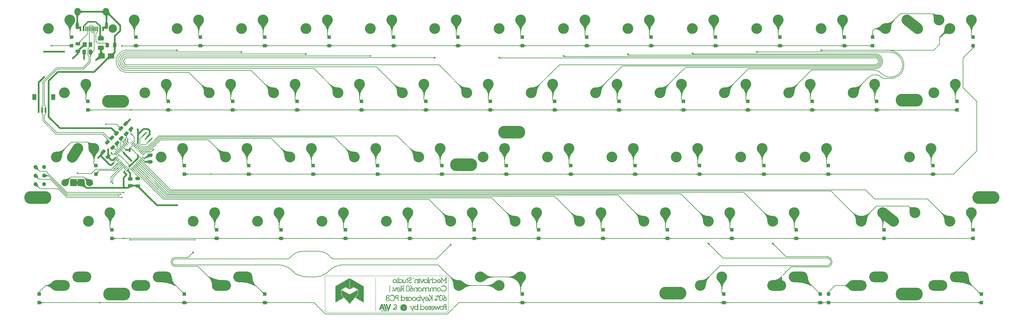
<source format=gbr>
G04 #@! TF.GenerationSoftware,KiCad,Pcbnew,(5.1.8)-1*
G04 #@! TF.CreationDate,2021-01-12T12:44:19+07:00*
G04 #@! TF.ProjectId,PCB-Common60,5043422d-436f-46d6-9d6f-6e36302e6b69,2*
G04 #@! TF.SameCoordinates,Original*
G04 #@! TF.FileFunction,Copper,L2,Bot*
G04 #@! TF.FilePolarity,Positive*
%FSLAX46Y46*%
G04 Gerber Fmt 4.6, Leading zero omitted, Abs format (unit mm)*
G04 Created by KiCad (PCBNEW (5.1.8)-1) date 2021-01-12 12:44:19*
%MOMM*%
%LPD*%
G01*
G04 APERTURE LIST*
G04 #@! TA.AperFunction,EtchedComponent*
%ADD10C,0.010000*%
G04 #@! TD*
G04 #@! TA.AperFunction,EtchedComponent*
%ADD11C,0.120000*%
G04 #@! TD*
G04 #@! TA.AperFunction,ComponentPad*
%ADD12C,0.310000*%
G04 #@! TD*
G04 #@! TA.AperFunction,SMDPad,CuDef*
%ADD13R,1.200000X1.800000*%
G04 #@! TD*
G04 #@! TA.AperFunction,SMDPad,CuDef*
%ADD14R,0.600000X1.550000*%
G04 #@! TD*
G04 #@! TA.AperFunction,SMDPad,CuDef*
%ADD15C,2.100000*%
G04 #@! TD*
G04 #@! TA.AperFunction,ComponentPad*
%ADD16C,1.500000*%
G04 #@! TD*
G04 #@! TA.AperFunction,SMDPad,CuDef*
%ADD17O,8.000000X3.800000*%
G04 #@! TD*
G04 #@! TA.AperFunction,ComponentPad*
%ADD18O,8.000000X3.800000*%
G04 #@! TD*
G04 #@! TA.AperFunction,ComponentPad*
%ADD19C,0.400000*%
G04 #@! TD*
G04 #@! TA.AperFunction,SMDPad,CuDef*
%ADD20C,0.100000*%
G04 #@! TD*
G04 #@! TA.AperFunction,SMDPad,CuDef*
%ADD21R,1.000000X1.400000*%
G04 #@! TD*
G04 #@! TA.AperFunction,SMDPad,CuDef*
%ADD22R,1.200000X1.400000*%
G04 #@! TD*
G04 #@! TA.AperFunction,SMDPad,CuDef*
%ADD23R,1.000000X1.000000*%
G04 #@! TD*
G04 #@! TA.AperFunction,SMDPad,CuDef*
%ADD24C,3.200000*%
G04 #@! TD*
G04 #@! TA.AperFunction,ComponentPad*
%ADD25C,2.000000*%
G04 #@! TD*
G04 #@! TA.AperFunction,SMDPad,CuDef*
%ADD26C,2.300000*%
G04 #@! TD*
G04 #@! TA.AperFunction,SMDPad,CuDef*
%ADD27C,3.000000*%
G04 #@! TD*
G04 #@! TA.AperFunction,ComponentPad*
%ADD28C,1.850000*%
G04 #@! TD*
G04 #@! TA.AperFunction,SMDPad,CuDef*
%ADD29C,2.500000*%
G04 #@! TD*
G04 #@! TA.AperFunction,ComponentPad*
%ADD30C,1.200000*%
G04 #@! TD*
G04 #@! TA.AperFunction,SMDPad,CuDef*
%ADD31R,1.950000X1.500000*%
G04 #@! TD*
G04 #@! TA.AperFunction,SMDPad,CuDef*
%ADD32O,5.581000X3.200000*%
G04 #@! TD*
G04 #@! TA.AperFunction,ComponentPad*
%ADD33O,1.800000X2.300000*%
G04 #@! TD*
G04 #@! TA.AperFunction,ComponentPad*
%ADD34O,0.900000X2.000000*%
G04 #@! TD*
G04 #@! TA.AperFunction,ComponentPad*
%ADD35O,1.000000X2.100000*%
G04 #@! TD*
G04 #@! TA.AperFunction,SMDPad,CuDef*
%ADD36R,0.300000X1.450000*%
G04 #@! TD*
G04 #@! TA.AperFunction,SMDPad,CuDef*
%ADD37R,0.600000X1.450000*%
G04 #@! TD*
G04 #@! TA.AperFunction,ViaPad*
%ADD38C,0.600000*%
G04 #@! TD*
G04 #@! TA.AperFunction,ViaPad*
%ADD39C,0.400000*%
G04 #@! TD*
G04 #@! TA.AperFunction,ViaPad*
%ADD40C,0.500000*%
G04 #@! TD*
G04 #@! TA.AperFunction,Conductor*
%ADD41C,0.500000*%
G04 #@! TD*
G04 #@! TA.AperFunction,Conductor*
%ADD42C,0.200000*%
G04 #@! TD*
G04 #@! TA.AperFunction,Conductor*
%ADD43C,0.150000*%
G04 #@! TD*
G04 #@! TA.AperFunction,Conductor*
%ADD44C,0.400000*%
G04 #@! TD*
G04 #@! TA.AperFunction,Conductor*
%ADD45C,0.025400*%
G04 #@! TD*
G04 #@! TA.AperFunction,Conductor*
%ADD46C,0.100000*%
G04 #@! TD*
G04 APERTURE END LIST*
D10*
G36*
X96689355Y-81044031D02*
G01*
X96676869Y-81047759D01*
X96667306Y-81051873D01*
X96642637Y-81065401D01*
X96624305Y-81081062D01*
X96610180Y-81100841D01*
X96605784Y-81109212D01*
X96595763Y-81138792D01*
X96593691Y-81169043D01*
X96599301Y-81198597D01*
X96612323Y-81226086D01*
X96632490Y-81250141D01*
X96633602Y-81251157D01*
X96658890Y-81268818D01*
X96687035Y-81279427D01*
X96716428Y-81282635D01*
X96745457Y-81278095D01*
X96750530Y-81276425D01*
X96780306Y-81261696D01*
X96804090Y-81241103D01*
X96821573Y-81214957D01*
X96828673Y-81197469D01*
X96831765Y-81180551D01*
X96832230Y-81159595D01*
X96830296Y-81138047D01*
X96826190Y-81119357D01*
X96822968Y-81111308D01*
X96804478Y-81083850D01*
X96781123Y-81063187D01*
X96753362Y-81049627D01*
X96721657Y-81043474D01*
X96720833Y-81043419D01*
X96702770Y-81042780D01*
X96689355Y-81044031D01*
G37*
X96689355Y-81044031D02*
X96676869Y-81047759D01*
X96667306Y-81051873D01*
X96642637Y-81065401D01*
X96624305Y-81081062D01*
X96610180Y-81100841D01*
X96605784Y-81109212D01*
X96595763Y-81138792D01*
X96593691Y-81169043D01*
X96599301Y-81198597D01*
X96612323Y-81226086D01*
X96632490Y-81250141D01*
X96633602Y-81251157D01*
X96658890Y-81268818D01*
X96687035Y-81279427D01*
X96716428Y-81282635D01*
X96745457Y-81278095D01*
X96750530Y-81276425D01*
X96780306Y-81261696D01*
X96804090Y-81241103D01*
X96821573Y-81214957D01*
X96828673Y-81197469D01*
X96831765Y-81180551D01*
X96832230Y-81159595D01*
X96830296Y-81138047D01*
X96826190Y-81119357D01*
X96822968Y-81111308D01*
X96804478Y-81083850D01*
X96781123Y-81063187D01*
X96753362Y-81049627D01*
X96721657Y-81043474D01*
X96720833Y-81043419D01*
X96702770Y-81042780D01*
X96689355Y-81044031D01*
G36*
X94848985Y-81043126D02*
G01*
X94842831Y-81043450D01*
X94812771Y-81047982D01*
X94787722Y-81058408D01*
X94765904Y-81075563D01*
X94759318Y-81082605D01*
X94744688Y-81101828D01*
X94735704Y-81120950D01*
X94731005Y-81143343D01*
X94729933Y-81155263D01*
X94729320Y-81173264D01*
X94730687Y-81186736D01*
X94734645Y-81199507D01*
X94738405Y-81208179D01*
X94752152Y-81233164D01*
X94768054Y-81251672D01*
X94787933Y-81265685D01*
X94794342Y-81269015D01*
X94822406Y-81278791D01*
X94851938Y-81282132D01*
X94879979Y-81278725D01*
X94881684Y-81278261D01*
X94909442Y-81266305D01*
X94932766Y-81248117D01*
X94950909Y-81225039D01*
X94963123Y-81198408D01*
X94968659Y-81169564D01*
X94966770Y-81139846D01*
X94964407Y-81130136D01*
X94952244Y-81101364D01*
X94933791Y-81077939D01*
X94908481Y-81059182D01*
X94902399Y-81055855D01*
X94887538Y-81048508D01*
X94876059Y-81044433D01*
X94864396Y-81042886D01*
X94848985Y-81043126D01*
G37*
X94848985Y-81043126D02*
X94842831Y-81043450D01*
X94812771Y-81047982D01*
X94787722Y-81058408D01*
X94765904Y-81075563D01*
X94759318Y-81082605D01*
X94744688Y-81101828D01*
X94735704Y-81120950D01*
X94731005Y-81143343D01*
X94729933Y-81155263D01*
X94729320Y-81173264D01*
X94730687Y-81186736D01*
X94734645Y-81199507D01*
X94738405Y-81208179D01*
X94752152Y-81233164D01*
X94768054Y-81251672D01*
X94787933Y-81265685D01*
X94794342Y-81269015D01*
X94822406Y-81278791D01*
X94851938Y-81282132D01*
X94879979Y-81278725D01*
X94881684Y-81278261D01*
X94909442Y-81266305D01*
X94932766Y-81248117D01*
X94950909Y-81225039D01*
X94963123Y-81198408D01*
X94968659Y-81169564D01*
X94966770Y-81139846D01*
X94964407Y-81130136D01*
X94952244Y-81101364D01*
X94933791Y-81077939D01*
X94908481Y-81059182D01*
X94902399Y-81055855D01*
X94887538Y-81048508D01*
X94876059Y-81044433D01*
X94864396Y-81042886D01*
X94848985Y-81043126D01*
G36*
X95704009Y-81080598D02*
G01*
X95635022Y-81080615D01*
X95573594Y-81080653D01*
X95519270Y-81080717D01*
X95471596Y-81080814D01*
X95430119Y-81080950D01*
X95394384Y-81081133D01*
X95363938Y-81081369D01*
X95338326Y-81081665D01*
X95317093Y-81082026D01*
X95299787Y-81082460D01*
X95285953Y-81082974D01*
X95275137Y-81083574D01*
X95266885Y-81084266D01*
X95260743Y-81085057D01*
X95256256Y-81085955D01*
X95252971Y-81086964D01*
X95250434Y-81088093D01*
X95249986Y-81088329D01*
X95236858Y-81097731D01*
X95227919Y-81110368D01*
X95222591Y-81127683D01*
X95220297Y-81151123D01*
X95220098Y-81163077D01*
X95221259Y-81189514D01*
X95225147Y-81209406D01*
X95232389Y-81224410D01*
X95243612Y-81236184D01*
X95249293Y-81240317D01*
X95263677Y-81249927D01*
X95780642Y-81249927D01*
X95857670Y-81249922D01*
X95926686Y-81249904D01*
X95988142Y-81249867D01*
X96042494Y-81249803D01*
X96090194Y-81249706D01*
X96131697Y-81249570D01*
X96167457Y-81249387D01*
X96197928Y-81249151D01*
X96223562Y-81248856D01*
X96244816Y-81248495D01*
X96262141Y-81248061D01*
X96275993Y-81247548D01*
X96286824Y-81246949D01*
X96295089Y-81246258D01*
X96301243Y-81245467D01*
X96305737Y-81244571D01*
X96309028Y-81243562D01*
X96311568Y-81242434D01*
X96312031Y-81242191D01*
X96324819Y-81233172D01*
X96333620Y-81221199D01*
X96339003Y-81204809D01*
X96341537Y-81182539D01*
X96341925Y-81165260D01*
X96340865Y-81138640D01*
X96337304Y-81118801D01*
X96330676Y-81104280D01*
X96320411Y-81093614D01*
X96312031Y-81088329D01*
X96309587Y-81087176D01*
X96306484Y-81086143D01*
X96302268Y-81085224D01*
X96296486Y-81084413D01*
X96288682Y-81083702D01*
X96278403Y-81083084D01*
X96265195Y-81082554D01*
X96248604Y-81082105D01*
X96228176Y-81081730D01*
X96203456Y-81081422D01*
X96173991Y-81081175D01*
X96139327Y-81080982D01*
X96099009Y-81080837D01*
X96052583Y-81080733D01*
X95999596Y-81080663D01*
X95939594Y-81080621D01*
X95872121Y-81080600D01*
X95796725Y-81080593D01*
X95781008Y-81080593D01*
X95704009Y-81080598D01*
G37*
X95704009Y-81080598D02*
X95635022Y-81080615D01*
X95573594Y-81080653D01*
X95519270Y-81080717D01*
X95471596Y-81080814D01*
X95430119Y-81080950D01*
X95394384Y-81081133D01*
X95363938Y-81081369D01*
X95338326Y-81081665D01*
X95317093Y-81082026D01*
X95299787Y-81082460D01*
X95285953Y-81082974D01*
X95275137Y-81083574D01*
X95266885Y-81084266D01*
X95260743Y-81085057D01*
X95256256Y-81085955D01*
X95252971Y-81086964D01*
X95250434Y-81088093D01*
X95249986Y-81088329D01*
X95236858Y-81097731D01*
X95227919Y-81110368D01*
X95222591Y-81127683D01*
X95220297Y-81151123D01*
X95220098Y-81163077D01*
X95221259Y-81189514D01*
X95225147Y-81209406D01*
X95232389Y-81224410D01*
X95243612Y-81236184D01*
X95249293Y-81240317D01*
X95263677Y-81249927D01*
X95780642Y-81249927D01*
X95857670Y-81249922D01*
X95926686Y-81249904D01*
X95988142Y-81249867D01*
X96042494Y-81249803D01*
X96090194Y-81249706D01*
X96131697Y-81249570D01*
X96167457Y-81249387D01*
X96197928Y-81249151D01*
X96223562Y-81248856D01*
X96244816Y-81248495D01*
X96262141Y-81248061D01*
X96275993Y-81247548D01*
X96286824Y-81246949D01*
X96295089Y-81246258D01*
X96301243Y-81245467D01*
X96305737Y-81244571D01*
X96309028Y-81243562D01*
X96311568Y-81242434D01*
X96312031Y-81242191D01*
X96324819Y-81233172D01*
X96333620Y-81221199D01*
X96339003Y-81204809D01*
X96341537Y-81182539D01*
X96341925Y-81165260D01*
X96340865Y-81138640D01*
X96337304Y-81118801D01*
X96330676Y-81104280D01*
X96320411Y-81093614D01*
X96312031Y-81088329D01*
X96309587Y-81087176D01*
X96306484Y-81086143D01*
X96302268Y-81085224D01*
X96296486Y-81084413D01*
X96288682Y-81083702D01*
X96278403Y-81083084D01*
X96265195Y-81082554D01*
X96248604Y-81082105D01*
X96228176Y-81081730D01*
X96203456Y-81081422D01*
X96173991Y-81081175D01*
X96139327Y-81080982D01*
X96099009Y-81080837D01*
X96052583Y-81080733D01*
X95999596Y-81080663D01*
X95939594Y-81080621D01*
X95872121Y-81080600D01*
X95796725Y-81080593D01*
X95781008Y-81080593D01*
X95704009Y-81080598D01*
G36*
X94800748Y-79178278D02*
G01*
X94763800Y-79186217D01*
X94730329Y-79199912D01*
X94699817Y-79219795D01*
X94671749Y-79246297D01*
X94645606Y-79279848D01*
X94620873Y-79320880D01*
X94597033Y-79369822D01*
X94590388Y-79385143D01*
X94585852Y-79396108D01*
X94578430Y-79414375D01*
X94568351Y-79439374D01*
X94555840Y-79470534D01*
X94541124Y-79507283D01*
X94524431Y-79549050D01*
X94505986Y-79595264D01*
X94486016Y-79645354D01*
X94464748Y-79698748D01*
X94442409Y-79754876D01*
X94419226Y-79813166D01*
X94395425Y-79873047D01*
X94371233Y-79933947D01*
X94346877Y-79995296D01*
X94322584Y-80056523D01*
X94298580Y-80117055D01*
X94275091Y-80176323D01*
X94252346Y-80233754D01*
X94230570Y-80288778D01*
X94209990Y-80340824D01*
X94190833Y-80389320D01*
X94173326Y-80433694D01*
X94157695Y-80473377D01*
X94144167Y-80507796D01*
X94132969Y-80536380D01*
X94124327Y-80558559D01*
X94118469Y-80573761D01*
X94116521Y-80578927D01*
X94103113Y-80617173D01*
X94092157Y-80652734D01*
X94083972Y-80684378D01*
X94078877Y-80710871D01*
X94077192Y-80730748D01*
X94081416Y-80761803D01*
X94093223Y-80791170D01*
X94111751Y-80817779D01*
X94136137Y-80840558D01*
X94165521Y-80858435D01*
X94186596Y-80866823D01*
X94209068Y-80871453D01*
X94234939Y-80872605D01*
X94261964Y-80870593D01*
X94287898Y-80865735D01*
X94310495Y-80858347D01*
X94327510Y-80848743D01*
X94329991Y-80846635D01*
X94341383Y-80833654D01*
X94354261Y-80815024D01*
X94367235Y-80793060D01*
X94378914Y-80770076D01*
X94386105Y-80753253D01*
X94393813Y-80734231D01*
X94402299Y-80714799D01*
X94409757Y-80699095D01*
X94409906Y-80698802D01*
X94414491Y-80688778D01*
X94421481Y-80672135D01*
X94430348Y-80650196D01*
X94440564Y-80624283D01*
X94451601Y-80595720D01*
X94461980Y-80568360D01*
X94502560Y-80460410D01*
X95175205Y-80460410D01*
X95236829Y-80614927D01*
X95256220Y-80663280D01*
X95272971Y-80704370D01*
X95287416Y-80738860D01*
X95299886Y-80767414D01*
X95310715Y-80790696D01*
X95320235Y-80809370D01*
X95328778Y-80824100D01*
X95336678Y-80835549D01*
X95344267Y-80844383D01*
X95351877Y-80851264D01*
X95357150Y-80855111D01*
X95387698Y-80870733D01*
X95421474Y-80878612D01*
X95458624Y-80878776D01*
X95471459Y-80877171D01*
X95500669Y-80868607D01*
X95528834Y-80852696D01*
X95554578Y-80830554D01*
X95576525Y-80803296D01*
X95588672Y-80782216D01*
X95595862Y-80766771D01*
X95599690Y-80754941D01*
X95600892Y-80742928D01*
X95600204Y-80726938D01*
X95599978Y-80723882D01*
X95597146Y-80703714D01*
X95591723Y-80679152D01*
X95584475Y-80653575D01*
X95582926Y-80648793D01*
X95579278Y-80638538D01*
X95572725Y-80620959D01*
X95563481Y-80596604D01*
X95551762Y-80566019D01*
X95537782Y-80529751D01*
X95521757Y-80488347D01*
X95503901Y-80442355D01*
X95484429Y-80392321D01*
X95463556Y-80338792D01*
X95441497Y-80282315D01*
X95418467Y-80223438D01*
X95411384Y-80205352D01*
X95088947Y-80205352D01*
X95084821Y-80205932D01*
X95072976Y-80206478D01*
X95054159Y-80206980D01*
X95029116Y-80207428D01*
X94998594Y-80207813D01*
X94963341Y-80208125D01*
X94924104Y-80208354D01*
X94881628Y-80208490D01*
X94844948Y-80208527D01*
X94601038Y-80208527D01*
X94603358Y-80199654D01*
X94605274Y-80193856D01*
X94609797Y-80180953D01*
X94616669Y-80161658D01*
X94625628Y-80136686D01*
X94636415Y-80106751D01*
X94648768Y-80072567D01*
X94662429Y-80034847D01*
X94677137Y-79994307D01*
X94692631Y-79951659D01*
X94708652Y-79907618D01*
X94724938Y-79862898D01*
X94741231Y-79818212D01*
X94757270Y-79774276D01*
X94772794Y-79731802D01*
X94787543Y-79691506D01*
X94801258Y-79654100D01*
X94813678Y-79620299D01*
X94824542Y-79590818D01*
X94833591Y-79566369D01*
X94840564Y-79547667D01*
X94845202Y-79535427D01*
X94847243Y-79530361D01*
X94847295Y-79530276D01*
X94848958Y-79533796D01*
X94853188Y-79544594D01*
X94859735Y-79561966D01*
X94868345Y-79585207D01*
X94878766Y-79613613D01*
X94890746Y-79646479D01*
X94904033Y-79683101D01*
X94918375Y-79722773D01*
X94933519Y-79764792D01*
X94949213Y-79808453D01*
X94965205Y-79853050D01*
X94981242Y-79897880D01*
X94997073Y-79942238D01*
X95012446Y-79985419D01*
X95027107Y-80026719D01*
X95040805Y-80065432D01*
X95053288Y-80100855D01*
X95064303Y-80132283D01*
X95073598Y-80159011D01*
X95080921Y-80180334D01*
X95086020Y-80195549D01*
X95088642Y-80203950D01*
X95088947Y-80205352D01*
X95411384Y-80205352D01*
X95394682Y-80162706D01*
X95370355Y-80100668D01*
X95345702Y-80037871D01*
X95320937Y-79974860D01*
X95296277Y-79912184D01*
X95271935Y-79850389D01*
X95248127Y-79790022D01*
X95225067Y-79731630D01*
X95202970Y-79675760D01*
X95182053Y-79622960D01*
X95162528Y-79573776D01*
X95144612Y-79528755D01*
X95128518Y-79488444D01*
X95114463Y-79453390D01*
X95102661Y-79424141D01*
X95093327Y-79401242D01*
X95086676Y-79385242D01*
X95083891Y-79378793D01*
X95065809Y-79339102D01*
X95049948Y-79306423D01*
X95035617Y-79279815D01*
X95022129Y-79258337D01*
X95008795Y-79241049D01*
X94994928Y-79227011D01*
X94979837Y-79215283D01*
X94962835Y-79204925D01*
X94952710Y-79199616D01*
X94926062Y-79187914D01*
X94899966Y-79180459D01*
X94871415Y-79176601D01*
X94841689Y-79175667D01*
X94800748Y-79178278D01*
G37*
X94800748Y-79178278D02*
X94763800Y-79186217D01*
X94730329Y-79199912D01*
X94699817Y-79219795D01*
X94671749Y-79246297D01*
X94645606Y-79279848D01*
X94620873Y-79320880D01*
X94597033Y-79369822D01*
X94590388Y-79385143D01*
X94585852Y-79396108D01*
X94578430Y-79414375D01*
X94568351Y-79439374D01*
X94555840Y-79470534D01*
X94541124Y-79507283D01*
X94524431Y-79549050D01*
X94505986Y-79595264D01*
X94486016Y-79645354D01*
X94464748Y-79698748D01*
X94442409Y-79754876D01*
X94419226Y-79813166D01*
X94395425Y-79873047D01*
X94371233Y-79933947D01*
X94346877Y-79995296D01*
X94322584Y-80056523D01*
X94298580Y-80117055D01*
X94275091Y-80176323D01*
X94252346Y-80233754D01*
X94230570Y-80288778D01*
X94209990Y-80340824D01*
X94190833Y-80389320D01*
X94173326Y-80433694D01*
X94157695Y-80473377D01*
X94144167Y-80507796D01*
X94132969Y-80536380D01*
X94124327Y-80558559D01*
X94118469Y-80573761D01*
X94116521Y-80578927D01*
X94103113Y-80617173D01*
X94092157Y-80652734D01*
X94083972Y-80684378D01*
X94078877Y-80710871D01*
X94077192Y-80730748D01*
X94081416Y-80761803D01*
X94093223Y-80791170D01*
X94111751Y-80817779D01*
X94136137Y-80840558D01*
X94165521Y-80858435D01*
X94186596Y-80866823D01*
X94209068Y-80871453D01*
X94234939Y-80872605D01*
X94261964Y-80870593D01*
X94287898Y-80865735D01*
X94310495Y-80858347D01*
X94327510Y-80848743D01*
X94329991Y-80846635D01*
X94341383Y-80833654D01*
X94354261Y-80815024D01*
X94367235Y-80793060D01*
X94378914Y-80770076D01*
X94386105Y-80753253D01*
X94393813Y-80734231D01*
X94402299Y-80714799D01*
X94409757Y-80699095D01*
X94409906Y-80698802D01*
X94414491Y-80688778D01*
X94421481Y-80672135D01*
X94430348Y-80650196D01*
X94440564Y-80624283D01*
X94451601Y-80595720D01*
X94461980Y-80568360D01*
X94502560Y-80460410D01*
X95175205Y-80460410D01*
X95236829Y-80614927D01*
X95256220Y-80663280D01*
X95272971Y-80704370D01*
X95287416Y-80738860D01*
X95299886Y-80767414D01*
X95310715Y-80790696D01*
X95320235Y-80809370D01*
X95328778Y-80824100D01*
X95336678Y-80835549D01*
X95344267Y-80844383D01*
X95351877Y-80851264D01*
X95357150Y-80855111D01*
X95387698Y-80870733D01*
X95421474Y-80878612D01*
X95458624Y-80878776D01*
X95471459Y-80877171D01*
X95500669Y-80868607D01*
X95528834Y-80852696D01*
X95554578Y-80830554D01*
X95576525Y-80803296D01*
X95588672Y-80782216D01*
X95595862Y-80766771D01*
X95599690Y-80754941D01*
X95600892Y-80742928D01*
X95600204Y-80726938D01*
X95599978Y-80723882D01*
X95597146Y-80703714D01*
X95591723Y-80679152D01*
X95584475Y-80653575D01*
X95582926Y-80648793D01*
X95579278Y-80638538D01*
X95572725Y-80620959D01*
X95563481Y-80596604D01*
X95551762Y-80566019D01*
X95537782Y-80529751D01*
X95521757Y-80488347D01*
X95503901Y-80442355D01*
X95484429Y-80392321D01*
X95463556Y-80338792D01*
X95441497Y-80282315D01*
X95418467Y-80223438D01*
X95411384Y-80205352D01*
X95088947Y-80205352D01*
X95084821Y-80205932D01*
X95072976Y-80206478D01*
X95054159Y-80206980D01*
X95029116Y-80207428D01*
X94998594Y-80207813D01*
X94963341Y-80208125D01*
X94924104Y-80208354D01*
X94881628Y-80208490D01*
X94844948Y-80208527D01*
X94601038Y-80208527D01*
X94603358Y-80199654D01*
X94605274Y-80193856D01*
X94609797Y-80180953D01*
X94616669Y-80161658D01*
X94625628Y-80136686D01*
X94636415Y-80106751D01*
X94648768Y-80072567D01*
X94662429Y-80034847D01*
X94677137Y-79994307D01*
X94692631Y-79951659D01*
X94708652Y-79907618D01*
X94724938Y-79862898D01*
X94741231Y-79818212D01*
X94757270Y-79774276D01*
X94772794Y-79731802D01*
X94787543Y-79691506D01*
X94801258Y-79654100D01*
X94813678Y-79620299D01*
X94824542Y-79590818D01*
X94833591Y-79566369D01*
X94840564Y-79547667D01*
X94845202Y-79535427D01*
X94847243Y-79530361D01*
X94847295Y-79530276D01*
X94848958Y-79533796D01*
X94853188Y-79544594D01*
X94859735Y-79561966D01*
X94868345Y-79585207D01*
X94878766Y-79613613D01*
X94890746Y-79646479D01*
X94904033Y-79683101D01*
X94918375Y-79722773D01*
X94933519Y-79764792D01*
X94949213Y-79808453D01*
X94965205Y-79853050D01*
X94981242Y-79897880D01*
X94997073Y-79942238D01*
X95012446Y-79985419D01*
X95027107Y-80026719D01*
X95040805Y-80065432D01*
X95053288Y-80100855D01*
X95064303Y-80132283D01*
X95073598Y-80159011D01*
X95080921Y-80180334D01*
X95086020Y-80195549D01*
X95088642Y-80203950D01*
X95088947Y-80205352D01*
X95411384Y-80205352D01*
X95394682Y-80162706D01*
X95370355Y-80100668D01*
X95345702Y-80037871D01*
X95320937Y-79974860D01*
X95296277Y-79912184D01*
X95271935Y-79850389D01*
X95248127Y-79790022D01*
X95225067Y-79731630D01*
X95202970Y-79675760D01*
X95182053Y-79622960D01*
X95162528Y-79573776D01*
X95144612Y-79528755D01*
X95128518Y-79488444D01*
X95114463Y-79453390D01*
X95102661Y-79424141D01*
X95093327Y-79401242D01*
X95086676Y-79385242D01*
X95083891Y-79378793D01*
X95065809Y-79339102D01*
X95049948Y-79306423D01*
X95035617Y-79279815D01*
X95022129Y-79258337D01*
X95008795Y-79241049D01*
X94994928Y-79227011D01*
X94979837Y-79215283D01*
X94962835Y-79204925D01*
X94952710Y-79199616D01*
X94926062Y-79187914D01*
X94899966Y-79180459D01*
X94871415Y-79176601D01*
X94841689Y-79175667D01*
X94800748Y-79178278D01*
G36*
X95506889Y-79165790D02*
G01*
X95473110Y-79178322D01*
X95465609Y-79181951D01*
X95434635Y-79201209D01*
X95411328Y-79223998D01*
X95395587Y-79250482D01*
X95387313Y-79280824D01*
X95386139Y-79311060D01*
X95386456Y-79315284D01*
X95387057Y-79319952D01*
X95388073Y-79325419D01*
X95389637Y-79332041D01*
X95391880Y-79340175D01*
X95394935Y-79350175D01*
X95398933Y-79362399D01*
X95404007Y-79377201D01*
X95410288Y-79394938D01*
X95417908Y-79415965D01*
X95426999Y-79440639D01*
X95437694Y-79469316D01*
X95450124Y-79502351D01*
X95464421Y-79540100D01*
X95480717Y-79582919D01*
X95499144Y-79631164D01*
X95519834Y-79685192D01*
X95542918Y-79745357D01*
X95568530Y-79812016D01*
X95596801Y-79885524D01*
X95627862Y-79966238D01*
X95660022Y-80049776D01*
X95688733Y-80124341D01*
X95716722Y-80197021D01*
X95743829Y-80267399D01*
X95769894Y-80335062D01*
X95794757Y-80399593D01*
X95818258Y-80460576D01*
X95840235Y-80517596D01*
X95860530Y-80570238D01*
X95878981Y-80618085D01*
X95895429Y-80660723D01*
X95909713Y-80697735D01*
X95921674Y-80728707D01*
X95931150Y-80753221D01*
X95937982Y-80770864D01*
X95942009Y-80781219D01*
X95942895Y-80783471D01*
X95958638Y-80813293D01*
X95979519Y-80838389D01*
X96004368Y-80858184D01*
X96032014Y-80872101D01*
X96061289Y-80879565D01*
X96091020Y-80879999D01*
X96120039Y-80872828D01*
X96122459Y-80871839D01*
X96153149Y-80857276D01*
X96177706Y-80842247D01*
X96194438Y-80828029D01*
X96212518Y-80802775D01*
X96224094Y-80773455D01*
X96228560Y-80742076D01*
X96227093Y-80719708D01*
X96225228Y-80713508D01*
X96220488Y-80699894D01*
X96213058Y-80679346D01*
X96203121Y-80652345D01*
X96190861Y-80619371D01*
X96176464Y-80580905D01*
X96160113Y-80537428D01*
X96141992Y-80489419D01*
X96122286Y-80437360D01*
X96101179Y-80381730D01*
X96078855Y-80323011D01*
X96055499Y-80261683D01*
X96031294Y-80198226D01*
X96006424Y-80133121D01*
X95981075Y-80066848D01*
X95955431Y-79999888D01*
X95929674Y-79932722D01*
X95903991Y-79865829D01*
X95878564Y-79799691D01*
X95853579Y-79734787D01*
X95829220Y-79671599D01*
X95805670Y-79610607D01*
X95783114Y-79552291D01*
X95761736Y-79497132D01*
X95741720Y-79445611D01*
X95723252Y-79398207D01*
X95706514Y-79355402D01*
X95691691Y-79317675D01*
X95678968Y-79285508D01*
X95668528Y-79259381D01*
X95660556Y-79239774D01*
X95655236Y-79227168D01*
X95652995Y-79222414D01*
X95634932Y-79197808D01*
X95612474Y-79179621D01*
X95584520Y-79167086D01*
X95566879Y-79162423D01*
X95538426Y-79160436D01*
X95506889Y-79165790D01*
G37*
X95506889Y-79165790D02*
X95473110Y-79178322D01*
X95465609Y-79181951D01*
X95434635Y-79201209D01*
X95411328Y-79223998D01*
X95395587Y-79250482D01*
X95387313Y-79280824D01*
X95386139Y-79311060D01*
X95386456Y-79315284D01*
X95387057Y-79319952D01*
X95388073Y-79325419D01*
X95389637Y-79332041D01*
X95391880Y-79340175D01*
X95394935Y-79350175D01*
X95398933Y-79362399D01*
X95404007Y-79377201D01*
X95410288Y-79394938D01*
X95417908Y-79415965D01*
X95426999Y-79440639D01*
X95437694Y-79469316D01*
X95450124Y-79502351D01*
X95464421Y-79540100D01*
X95480717Y-79582919D01*
X95499144Y-79631164D01*
X95519834Y-79685192D01*
X95542918Y-79745357D01*
X95568530Y-79812016D01*
X95596801Y-79885524D01*
X95627862Y-79966238D01*
X95660022Y-80049776D01*
X95688733Y-80124341D01*
X95716722Y-80197021D01*
X95743829Y-80267399D01*
X95769894Y-80335062D01*
X95794757Y-80399593D01*
X95818258Y-80460576D01*
X95840235Y-80517596D01*
X95860530Y-80570238D01*
X95878981Y-80618085D01*
X95895429Y-80660723D01*
X95909713Y-80697735D01*
X95921674Y-80728707D01*
X95931150Y-80753221D01*
X95937982Y-80770864D01*
X95942009Y-80781219D01*
X95942895Y-80783471D01*
X95958638Y-80813293D01*
X95979519Y-80838389D01*
X96004368Y-80858184D01*
X96032014Y-80872101D01*
X96061289Y-80879565D01*
X96091020Y-80879999D01*
X96120039Y-80872828D01*
X96122459Y-80871839D01*
X96153149Y-80857276D01*
X96177706Y-80842247D01*
X96194438Y-80828029D01*
X96212518Y-80802775D01*
X96224094Y-80773455D01*
X96228560Y-80742076D01*
X96227093Y-80719708D01*
X96225228Y-80713508D01*
X96220488Y-80699894D01*
X96213058Y-80679346D01*
X96203121Y-80652345D01*
X96190861Y-80619371D01*
X96176464Y-80580905D01*
X96160113Y-80537428D01*
X96141992Y-80489419D01*
X96122286Y-80437360D01*
X96101179Y-80381730D01*
X96078855Y-80323011D01*
X96055499Y-80261683D01*
X96031294Y-80198226D01*
X96006424Y-80133121D01*
X95981075Y-80066848D01*
X95955431Y-79999888D01*
X95929674Y-79932722D01*
X95903991Y-79865829D01*
X95878564Y-79799691D01*
X95853579Y-79734787D01*
X95829220Y-79671599D01*
X95805670Y-79610607D01*
X95783114Y-79552291D01*
X95761736Y-79497132D01*
X95741720Y-79445611D01*
X95723252Y-79398207D01*
X95706514Y-79355402D01*
X95691691Y-79317675D01*
X95678968Y-79285508D01*
X95668528Y-79259381D01*
X95660556Y-79239774D01*
X95655236Y-79227168D01*
X95652995Y-79222414D01*
X95634932Y-79197808D01*
X95612474Y-79179621D01*
X95584520Y-79167086D01*
X95566879Y-79162423D01*
X95538426Y-79160436D01*
X95506889Y-79165790D01*
G36*
X97279056Y-79183086D02*
G01*
X97272967Y-79184016D01*
X97241079Y-79193404D01*
X97213167Y-79208585D01*
X97190890Y-79228611D01*
X97187482Y-79232818D01*
X97169747Y-79259882D01*
X97152733Y-79293352D01*
X97137434Y-79331171D01*
X97131342Y-79349160D01*
X97124196Y-79371362D01*
X97114979Y-79399631D01*
X97103872Y-79433426D01*
X97091057Y-79472208D01*
X97076717Y-79515436D01*
X97061034Y-79562570D01*
X97044190Y-79613070D01*
X97026367Y-79666394D01*
X97007747Y-79722003D01*
X96988513Y-79779356D01*
X96968847Y-79837914D01*
X96948931Y-79897135D01*
X96928948Y-79956479D01*
X96909078Y-80015407D01*
X96889506Y-80073377D01*
X96870412Y-80129849D01*
X96851980Y-80184283D01*
X96834390Y-80236139D01*
X96817827Y-80284876D01*
X96802470Y-80329954D01*
X96788504Y-80370833D01*
X96776110Y-80406971D01*
X96765470Y-80437830D01*
X96756767Y-80462868D01*
X96750183Y-80481546D01*
X96745899Y-80493322D01*
X96744099Y-80497657D01*
X96744064Y-80497663D01*
X96741807Y-80492727D01*
X96737378Y-80481106D01*
X96731266Y-80464151D01*
X96723960Y-80443216D01*
X96716842Y-80422310D01*
X96691458Y-80346961D01*
X96665822Y-80270945D01*
X96640086Y-80194711D01*
X96614404Y-80118709D01*
X96588929Y-80043389D01*
X96563812Y-79969199D01*
X96539207Y-79896589D01*
X96515267Y-79826008D01*
X96492145Y-79757906D01*
X96469994Y-79692732D01*
X96448966Y-79630935D01*
X96429214Y-79572965D01*
X96410891Y-79519271D01*
X96394150Y-79470303D01*
X96379144Y-79426509D01*
X96366026Y-79388340D01*
X96354948Y-79356244D01*
X96346063Y-79330671D01*
X96339525Y-79312071D01*
X96335486Y-79300892D01*
X96334711Y-79298866D01*
X96320329Y-79267277D01*
X96304223Y-79240144D01*
X96287429Y-79219122D01*
X96280661Y-79212717D01*
X96257289Y-79197873D01*
X96228947Y-79187939D01*
X96197694Y-79183104D01*
X96165592Y-79183560D01*
X96134699Y-79189496D01*
X96114220Y-79197339D01*
X96091162Y-79212289D01*
X96069648Y-79233216D01*
X96050950Y-79258176D01*
X96036345Y-79285223D01*
X96027107Y-79312416D01*
X96024425Y-79334272D01*
X96024583Y-79339608D01*
X96025147Y-79345596D01*
X96026247Y-79352615D01*
X96028017Y-79361046D01*
X96030590Y-79371269D01*
X96034097Y-79383662D01*
X96038671Y-79398606D01*
X96044446Y-79416480D01*
X96051552Y-79437665D01*
X96060123Y-79462540D01*
X96070290Y-79491485D01*
X96082188Y-79524880D01*
X96095947Y-79563105D01*
X96111701Y-79606539D01*
X96129582Y-79655562D01*
X96149722Y-79710555D01*
X96172254Y-79771896D01*
X96197310Y-79839965D01*
X96225023Y-79915144D01*
X96255525Y-79997810D01*
X96261425Y-80013793D01*
X96285278Y-80078445D01*
X96308563Y-80141619D01*
X96331083Y-80202782D01*
X96352645Y-80261402D01*
X96373051Y-80316944D01*
X96392107Y-80368876D01*
X96409618Y-80416664D01*
X96425388Y-80459775D01*
X96439222Y-80497676D01*
X96450924Y-80529834D01*
X96460299Y-80555715D01*
X96467152Y-80574786D01*
X96471286Y-80586513D01*
X96471593Y-80587410D01*
X96480430Y-80611342D01*
X96491990Y-80639738D01*
X96504994Y-80669603D01*
X96518161Y-80697939D01*
X96523021Y-80707842D01*
X96536842Y-80734871D01*
X96548419Y-80755856D01*
X96558851Y-80772529D01*
X96569237Y-80786623D01*
X96580676Y-80799872D01*
X96582886Y-80802252D01*
X96614745Y-80831400D01*
X96648190Y-80852640D01*
X96682826Y-80865728D01*
X96688940Y-80867154D01*
X96710432Y-80870305D01*
X96736620Y-80872075D01*
X96764245Y-80872422D01*
X96790048Y-80871304D01*
X96810683Y-80868698D01*
X96837943Y-80860403D01*
X96866533Y-80846743D01*
X96893897Y-80829307D01*
X96917480Y-80809685D01*
X96932233Y-80793042D01*
X96943559Y-80775917D01*
X96956766Y-80753329D01*
X96970606Y-80727681D01*
X96983832Y-80701377D01*
X96995195Y-80676821D01*
X97003447Y-80656417D01*
X97004056Y-80654690D01*
X97010195Y-80637664D01*
X97018258Y-80616266D01*
X97026934Y-80593946D01*
X97031230Y-80583177D01*
X97035198Y-80572876D01*
X97041793Y-80555186D01*
X97050806Y-80530694D01*
X97062024Y-80499987D01*
X97075238Y-80463651D01*
X97090238Y-80422275D01*
X97106812Y-80376446D01*
X97124751Y-80326750D01*
X97143844Y-80273775D01*
X97163880Y-80218109D01*
X97184648Y-80160339D01*
X97205940Y-80101051D01*
X97227543Y-80040834D01*
X97249247Y-79980273D01*
X97270843Y-79919958D01*
X97292119Y-79860474D01*
X97312865Y-79802410D01*
X97332871Y-79746352D01*
X97351925Y-79692887D01*
X97369818Y-79642604D01*
X97386340Y-79596089D01*
X97401278Y-79553929D01*
X97414424Y-79516712D01*
X97425567Y-79485025D01*
X97434495Y-79459455D01*
X97441000Y-79440590D01*
X97444597Y-79429859D01*
X97452597Y-79404646D01*
X97458149Y-79385274D01*
X97461687Y-79369624D01*
X97463643Y-79355574D01*
X97464452Y-79341003D01*
X97464565Y-79332109D01*
X97464229Y-79312496D01*
X97462668Y-79298144D01*
X97459269Y-79285868D01*
X97453420Y-79272484D01*
X97452894Y-79271404D01*
X97437761Y-79246729D01*
X97418300Y-79224195D01*
X97396721Y-79206106D01*
X97381985Y-79197529D01*
X97359556Y-79189760D01*
X97332517Y-79184465D01*
X97304480Y-79182091D01*
X97279056Y-79183086D01*
G37*
X97279056Y-79183086D02*
X97272967Y-79184016D01*
X97241079Y-79193404D01*
X97213167Y-79208585D01*
X97190890Y-79228611D01*
X97187482Y-79232818D01*
X97169747Y-79259882D01*
X97152733Y-79293352D01*
X97137434Y-79331171D01*
X97131342Y-79349160D01*
X97124196Y-79371362D01*
X97114979Y-79399631D01*
X97103872Y-79433426D01*
X97091057Y-79472208D01*
X97076717Y-79515436D01*
X97061034Y-79562570D01*
X97044190Y-79613070D01*
X97026367Y-79666394D01*
X97007747Y-79722003D01*
X96988513Y-79779356D01*
X96968847Y-79837914D01*
X96948931Y-79897135D01*
X96928948Y-79956479D01*
X96909078Y-80015407D01*
X96889506Y-80073377D01*
X96870412Y-80129849D01*
X96851980Y-80184283D01*
X96834390Y-80236139D01*
X96817827Y-80284876D01*
X96802470Y-80329954D01*
X96788504Y-80370833D01*
X96776110Y-80406971D01*
X96765470Y-80437830D01*
X96756767Y-80462868D01*
X96750183Y-80481546D01*
X96745899Y-80493322D01*
X96744099Y-80497657D01*
X96744064Y-80497663D01*
X96741807Y-80492727D01*
X96737378Y-80481106D01*
X96731266Y-80464151D01*
X96723960Y-80443216D01*
X96716842Y-80422310D01*
X96691458Y-80346961D01*
X96665822Y-80270945D01*
X96640086Y-80194711D01*
X96614404Y-80118709D01*
X96588929Y-80043389D01*
X96563812Y-79969199D01*
X96539207Y-79896589D01*
X96515267Y-79826008D01*
X96492145Y-79757906D01*
X96469994Y-79692732D01*
X96448966Y-79630935D01*
X96429214Y-79572965D01*
X96410891Y-79519271D01*
X96394150Y-79470303D01*
X96379144Y-79426509D01*
X96366026Y-79388340D01*
X96354948Y-79356244D01*
X96346063Y-79330671D01*
X96339525Y-79312071D01*
X96335486Y-79300892D01*
X96334711Y-79298866D01*
X96320329Y-79267277D01*
X96304223Y-79240144D01*
X96287429Y-79219122D01*
X96280661Y-79212717D01*
X96257289Y-79197873D01*
X96228947Y-79187939D01*
X96197694Y-79183104D01*
X96165592Y-79183560D01*
X96134699Y-79189496D01*
X96114220Y-79197339D01*
X96091162Y-79212289D01*
X96069648Y-79233216D01*
X96050950Y-79258176D01*
X96036345Y-79285223D01*
X96027107Y-79312416D01*
X96024425Y-79334272D01*
X96024583Y-79339608D01*
X96025147Y-79345596D01*
X96026247Y-79352615D01*
X96028017Y-79361046D01*
X96030590Y-79371269D01*
X96034097Y-79383662D01*
X96038671Y-79398606D01*
X96044446Y-79416480D01*
X96051552Y-79437665D01*
X96060123Y-79462540D01*
X96070290Y-79491485D01*
X96082188Y-79524880D01*
X96095947Y-79563105D01*
X96111701Y-79606539D01*
X96129582Y-79655562D01*
X96149722Y-79710555D01*
X96172254Y-79771896D01*
X96197310Y-79839965D01*
X96225023Y-79915144D01*
X96255525Y-79997810D01*
X96261425Y-80013793D01*
X96285278Y-80078445D01*
X96308563Y-80141619D01*
X96331083Y-80202782D01*
X96352645Y-80261402D01*
X96373051Y-80316944D01*
X96392107Y-80368876D01*
X96409618Y-80416664D01*
X96425388Y-80459775D01*
X96439222Y-80497676D01*
X96450924Y-80529834D01*
X96460299Y-80555715D01*
X96467152Y-80574786D01*
X96471286Y-80586513D01*
X96471593Y-80587410D01*
X96480430Y-80611342D01*
X96491990Y-80639738D01*
X96504994Y-80669603D01*
X96518161Y-80697939D01*
X96523021Y-80707842D01*
X96536842Y-80734871D01*
X96548419Y-80755856D01*
X96558851Y-80772529D01*
X96569237Y-80786623D01*
X96580676Y-80799872D01*
X96582886Y-80802252D01*
X96614745Y-80831400D01*
X96648190Y-80852640D01*
X96682826Y-80865728D01*
X96688940Y-80867154D01*
X96710432Y-80870305D01*
X96736620Y-80872075D01*
X96764245Y-80872422D01*
X96790048Y-80871304D01*
X96810683Y-80868698D01*
X96837943Y-80860403D01*
X96866533Y-80846743D01*
X96893897Y-80829307D01*
X96917480Y-80809685D01*
X96932233Y-80793042D01*
X96943559Y-80775917D01*
X96956766Y-80753329D01*
X96970606Y-80727681D01*
X96983832Y-80701377D01*
X96995195Y-80676821D01*
X97003447Y-80656417D01*
X97004056Y-80654690D01*
X97010195Y-80637664D01*
X97018258Y-80616266D01*
X97026934Y-80593946D01*
X97031230Y-80583177D01*
X97035198Y-80572876D01*
X97041793Y-80555186D01*
X97050806Y-80530694D01*
X97062024Y-80499987D01*
X97075238Y-80463651D01*
X97090238Y-80422275D01*
X97106812Y-80376446D01*
X97124751Y-80326750D01*
X97143844Y-80273775D01*
X97163880Y-80218109D01*
X97184648Y-80160339D01*
X97205940Y-80101051D01*
X97227543Y-80040834D01*
X97249247Y-79980273D01*
X97270843Y-79919958D01*
X97292119Y-79860474D01*
X97312865Y-79802410D01*
X97332871Y-79746352D01*
X97351925Y-79692887D01*
X97369818Y-79642604D01*
X97386340Y-79596089D01*
X97401278Y-79553929D01*
X97414424Y-79516712D01*
X97425567Y-79485025D01*
X97434495Y-79459455D01*
X97441000Y-79440590D01*
X97444597Y-79429859D01*
X97452597Y-79404646D01*
X97458149Y-79385274D01*
X97461687Y-79369624D01*
X97463643Y-79355574D01*
X97464452Y-79341003D01*
X97464565Y-79332109D01*
X97464229Y-79312496D01*
X97462668Y-79298144D01*
X97459269Y-79285868D01*
X97453420Y-79272484D01*
X97452894Y-79271404D01*
X97437761Y-79246729D01*
X97418300Y-79224195D01*
X97396721Y-79206106D01*
X97381985Y-79197529D01*
X97359556Y-79189760D01*
X97332517Y-79184465D01*
X97304480Y-79182091D01*
X97279056Y-79183086D01*
G36*
X101239834Y-79245403D02*
G01*
X101230693Y-79247407D01*
X101224310Y-79251789D01*
X101220192Y-79259457D01*
X101217845Y-79271320D01*
X101216778Y-79288286D01*
X101216498Y-79311265D01*
X101216511Y-79340530D01*
X101216404Y-79365595D01*
X101216104Y-79388236D01*
X101215644Y-79407207D01*
X101215057Y-79421262D01*
X101214376Y-79429154D01*
X101214139Y-79430185D01*
X101212104Y-79432693D01*
X101207451Y-79434434D01*
X101198984Y-79435537D01*
X101185507Y-79436133D01*
X101165822Y-79436354D01*
X101157478Y-79436367D01*
X101103188Y-79436367D01*
X101103188Y-79354111D01*
X101103022Y-79322910D01*
X101102420Y-79298600D01*
X101101229Y-79280261D01*
X101099298Y-79266974D01*
X101096473Y-79257819D01*
X101092600Y-79251877D01*
X101087528Y-79248227D01*
X101085429Y-79247317D01*
X101078721Y-79246186D01*
X101066517Y-79245337D01*
X101051133Y-79244912D01*
X101046640Y-79244890D01*
X101029144Y-79245265D01*
X101017429Y-79246631D01*
X101009483Y-79249347D01*
X101004952Y-79252353D01*
X101001978Y-79254955D01*
X100999708Y-79258006D01*
X100998031Y-79262537D01*
X100996834Y-79269577D01*
X100996005Y-79280159D01*
X100995431Y-79295312D01*
X100995002Y-79316068D01*
X100994604Y-79343456D01*
X100994542Y-79348092D01*
X100993357Y-79436367D01*
X100884357Y-79436367D01*
X100884357Y-79354111D01*
X100884191Y-79322910D01*
X100883589Y-79298600D01*
X100882399Y-79280261D01*
X100880467Y-79266974D01*
X100877642Y-79257819D01*
X100873770Y-79251877D01*
X100868697Y-79248227D01*
X100866598Y-79247317D01*
X100859916Y-79246196D01*
X100847707Y-79245349D01*
X100832254Y-79244917D01*
X100827199Y-79244890D01*
X100810615Y-79245106D01*
X100799776Y-79246065D01*
X100792617Y-79248230D01*
X100787072Y-79252066D01*
X100784534Y-79254481D01*
X100774942Y-79264073D01*
X100774942Y-79434800D01*
X100730981Y-79439638D01*
X100693460Y-79445217D01*
X100661785Y-79453448D01*
X100634215Y-79465123D01*
X100609005Y-79481031D01*
X100584413Y-79501962D01*
X100576627Y-79509610D01*
X100564808Y-79521928D01*
X100555406Y-79532451D01*
X100549596Y-79539822D01*
X100548296Y-79542376D01*
X100546214Y-79548238D01*
X100541188Y-79556645D01*
X100541008Y-79556902D01*
X100533199Y-79571588D01*
X100525731Y-79592027D01*
X100519103Y-79616159D01*
X100513811Y-79641924D01*
X100510353Y-79667261D01*
X100509219Y-79688572D01*
X100509219Y-79702090D01*
X100333940Y-79702090D01*
X100325841Y-79712386D01*
X100321642Y-79719100D01*
X100319164Y-79727460D01*
X100318000Y-79739603D01*
X100317742Y-79755051D01*
X100318024Y-79770883D01*
X100318773Y-79784174D01*
X100319843Y-79792602D01*
X100320170Y-79793745D01*
X100323230Y-79799276D01*
X100328261Y-79803554D01*
X100336180Y-79806730D01*
X100347908Y-79808959D01*
X100364363Y-79810392D01*
X100386467Y-79811184D01*
X100415137Y-79811486D01*
X100426963Y-79811505D01*
X100509219Y-79811505D01*
X100509219Y-79920920D01*
X100336925Y-79920920D01*
X100327334Y-79930512D01*
X100322738Y-79935775D01*
X100319897Y-79941642D01*
X100318396Y-79950065D01*
X100317818Y-79962997D01*
X100317742Y-79975628D01*
X100317922Y-79992828D01*
X100318739Y-80004167D01*
X100320608Y-80011598D01*
X100323944Y-80017072D01*
X100327334Y-80020744D01*
X100336925Y-80030336D01*
X100509219Y-80030336D01*
X100509219Y-80138998D01*
X100420948Y-80140351D01*
X100389907Y-80140826D01*
X100365802Y-80141491D01*
X100347756Y-80142810D01*
X100334896Y-80145249D01*
X100326345Y-80149270D01*
X100321229Y-80155338D01*
X100318672Y-80163916D01*
X100317799Y-80175470D01*
X100317734Y-80190462D01*
X100317742Y-80195069D01*
X100317930Y-80212116D01*
X100318780Y-80223329D01*
X100320716Y-80230688D01*
X100324166Y-80236169D01*
X100327334Y-80239575D01*
X100336925Y-80249167D01*
X100509434Y-80249167D01*
X100508349Y-80304851D01*
X100507265Y-80360536D01*
X100327733Y-80364444D01*
X100322795Y-80374213D01*
X100320460Y-80382918D01*
X100318809Y-80396843D01*
X100317935Y-80413413D01*
X100317928Y-80430053D01*
X100318880Y-80444191D01*
X100320081Y-80450913D01*
X100322292Y-80456180D01*
X100326356Y-80460258D01*
X100333178Y-80463294D01*
X100343662Y-80465435D01*
X100358710Y-80466827D01*
X100379229Y-80467618D01*
X100406121Y-80467954D01*
X100425388Y-80467997D01*
X100509219Y-80467997D01*
X100509219Y-80581320D01*
X100422273Y-80581445D01*
X100392889Y-80581573D01*
X100370345Y-80581903D01*
X100353665Y-80582497D01*
X100341877Y-80583418D01*
X100334004Y-80584728D01*
X100329072Y-80586488D01*
X100327511Y-80587474D01*
X100323977Y-80590948D01*
X100321693Y-80596010D01*
X100320395Y-80604254D01*
X100319818Y-80617274D01*
X100319696Y-80634517D01*
X100319835Y-80653122D01*
X100320427Y-80665458D01*
X100321737Y-80673069D01*
X100324029Y-80677501D01*
X100327511Y-80680265D01*
X100334634Y-80682098D01*
X100349238Y-80683722D01*
X100370990Y-80685113D01*
X100399557Y-80686249D01*
X100421133Y-80686828D01*
X100506940Y-80688782D01*
X100511898Y-80729813D01*
X100517436Y-80766149D01*
X100524910Y-80796465D01*
X100535079Y-80822469D01*
X100548700Y-80845867D01*
X100566531Y-80868367D01*
X100579557Y-80882136D01*
X100608167Y-80907642D01*
X100636909Y-80926215D01*
X100667419Y-80938591D01*
X100701331Y-80945509D01*
X100724142Y-80947352D01*
X100740071Y-80947824D01*
X100752271Y-80948298D01*
X100761244Y-80949701D01*
X100767496Y-80952963D01*
X100771530Y-80959011D01*
X100773851Y-80968773D01*
X100774963Y-80983178D01*
X100775370Y-81003153D01*
X100775575Y-81029626D01*
X100775715Y-81042289D01*
X100776080Y-81073062D01*
X100776584Y-81096907D01*
X100777702Y-81114708D01*
X100779909Y-81127344D01*
X100783681Y-81135697D01*
X100789494Y-81140648D01*
X100797822Y-81143079D01*
X100809142Y-81143872D01*
X100823928Y-81143906D01*
X100830537Y-81143904D01*
X100845723Y-81143935D01*
X100857595Y-81143346D01*
X100866583Y-81141280D01*
X100873118Y-81136878D01*
X100877630Y-81129284D01*
X100880550Y-81117639D01*
X100882309Y-81101087D01*
X100883337Y-81078770D01*
X100884066Y-81049831D01*
X100884357Y-81036754D01*
X100886311Y-80950597D01*
X100931250Y-80949463D01*
X100950948Y-80948759D01*
X100966011Y-80948367D01*
X100977068Y-80949187D01*
X100984746Y-80952118D01*
X100989672Y-80958058D01*
X100992476Y-80967907D01*
X100993784Y-80982563D01*
X100994225Y-81002926D01*
X100994426Y-81029895D01*
X100994542Y-81040095D01*
X100994953Y-81071265D01*
X100995540Y-81095497D01*
X100996756Y-81113661D01*
X100999053Y-81126629D01*
X101002884Y-81135274D01*
X101008702Y-81140465D01*
X101016957Y-81143076D01*
X101028103Y-81143978D01*
X101042593Y-81144042D01*
X101048481Y-81144028D01*
X101064124Y-81144054D01*
X101076314Y-81143553D01*
X101085502Y-81141660D01*
X101092140Y-81137506D01*
X101096680Y-81130225D01*
X101099575Y-81118950D01*
X101101275Y-81102813D01*
X101102233Y-81080949D01*
X101102902Y-81052490D01*
X101103188Y-81039097D01*
X101105142Y-80950597D01*
X101154572Y-80949507D01*
X101175865Y-80949195D01*
X101190727Y-80949448D01*
X101200530Y-80950392D01*
X101206645Y-80952154D01*
X101210257Y-80954670D01*
X101212350Y-80957725D01*
X101213928Y-80962810D01*
X101215061Y-80970930D01*
X101215817Y-80983087D01*
X101216264Y-81000285D01*
X101216472Y-81023526D01*
X101216511Y-81046009D01*
X101216486Y-81076193D01*
X101216723Y-81099461D01*
X101217695Y-81116710D01*
X101219871Y-81128837D01*
X101223723Y-81136739D01*
X101229723Y-81141313D01*
X101238340Y-81143455D01*
X101250047Y-81144062D01*
X101265314Y-81144032D01*
X101267990Y-81144028D01*
X101283431Y-81144049D01*
X101295462Y-81143534D01*
X101304531Y-81141615D01*
X101311085Y-81137425D01*
X101315569Y-81130098D01*
X101318430Y-81118766D01*
X101320115Y-81102563D01*
X101321069Y-81080619D01*
X101321741Y-81052070D01*
X101322019Y-81039097D01*
X101323973Y-80950597D01*
X101371874Y-80949500D01*
X101393520Y-80949370D01*
X101411059Y-80949995D01*
X101423122Y-80951300D01*
X101427558Y-80952568D01*
X101430084Y-80954283D01*
X101431996Y-80957034D01*
X101433378Y-80961820D01*
X101434317Y-80969642D01*
X101434898Y-80981502D01*
X101435205Y-80998399D01*
X101435325Y-81021336D01*
X101435342Y-81043914D01*
X101435312Y-81074461D01*
X101435528Y-81098082D01*
X101436448Y-81115666D01*
X101438533Y-81128098D01*
X101442240Y-81136266D01*
X101448030Y-81141057D01*
X101456360Y-81143359D01*
X101467690Y-81144057D01*
X101482479Y-81144040D01*
X101487143Y-81144028D01*
X101504635Y-81143909D01*
X101516104Y-81143281D01*
X101523343Y-81141739D01*
X101528146Y-81138880D01*
X101532304Y-81134298D01*
X101532751Y-81133732D01*
X101535416Y-81129923D01*
X101537424Y-81125462D01*
X101538866Y-81119257D01*
X101539836Y-81110218D01*
X101540427Y-81097254D01*
X101540730Y-81079275D01*
X101540839Y-81055189D01*
X101540850Y-81038412D01*
X101540912Y-81010148D01*
X101541142Y-80988740D01*
X101541609Y-80973228D01*
X101542380Y-80962653D01*
X101543524Y-80956055D01*
X101545108Y-80952475D01*
X101547031Y-80951015D01*
X101553836Y-80949942D01*
X101566386Y-80949213D01*
X101582617Y-80948826D01*
X101600466Y-80948778D01*
X101617869Y-80949068D01*
X101632763Y-80949694D01*
X101643085Y-80950654D01*
X101645381Y-80951106D01*
X101648235Y-80952036D01*
X101650393Y-80953745D01*
X101651953Y-80957220D01*
X101653011Y-80963445D01*
X101653664Y-80973405D01*
X101654011Y-80988083D01*
X101654148Y-81008466D01*
X101654173Y-81035537D01*
X101654173Y-81040061D01*
X101654155Y-81071247D01*
X101654388Y-81095492D01*
X101655299Y-81113667D01*
X101657315Y-81126643D01*
X101660865Y-81135292D01*
X101666376Y-81140485D01*
X101674276Y-81143094D01*
X101684992Y-81143991D01*
X101698952Y-81144046D01*
X101705194Y-81144028D01*
X101723583Y-81143830D01*
X101735897Y-81143043D01*
X101743869Y-81141376D01*
X101749234Y-81138540D01*
X101751865Y-81136213D01*
X101754434Y-81133208D01*
X101756370Y-81129320D01*
X101757762Y-81123489D01*
X101758699Y-81114658D01*
X101759271Y-81101770D01*
X101759565Y-81083766D01*
X101759670Y-81059589D01*
X101759681Y-81043210D01*
X101759831Y-81011990D01*
X101760303Y-80988014D01*
X101761126Y-80970718D01*
X101762329Y-80959535D01*
X101763942Y-80953900D01*
X101764370Y-80953333D01*
X101771008Y-80950808D01*
X101784296Y-80949199D01*
X101802801Y-80948644D01*
X101841564Y-80945392D01*
X101877331Y-80935425D01*
X101910834Y-80918424D01*
X101942809Y-80894069D01*
X101955192Y-80882339D01*
X101982858Y-80850027D01*
X102003001Y-80815829D01*
X102015752Y-80779446D01*
X102021242Y-80740577D01*
X102021496Y-80729721D01*
X102021788Y-80714332D01*
X102022560Y-80701517D01*
X102023656Y-80693685D01*
X102023868Y-80693009D01*
X102025485Y-80690981D01*
X102029206Y-80689443D01*
X102035978Y-80688331D01*
X102046747Y-80687578D01*
X102062459Y-80687120D01*
X102084061Y-80686892D01*
X102112499Y-80686828D01*
X102113593Y-80686828D01*
X102144654Y-80686831D01*
X102168777Y-80686538D01*
X102186836Y-80685495D01*
X102199708Y-80683250D01*
X102208268Y-80679348D01*
X102213390Y-80673337D01*
X102215951Y-80664763D01*
X102216825Y-80653173D01*
X102216889Y-80638113D01*
X102216881Y-80633337D01*
X102216900Y-80617705D01*
X102216375Y-80605561D01*
X102214432Y-80596465D01*
X102210196Y-80589980D01*
X102202794Y-80585664D01*
X102191350Y-80583079D01*
X102174993Y-80581786D01*
X102152846Y-80581344D01*
X102124035Y-80581314D01*
X102113401Y-80581320D01*
X102025553Y-80581320D01*
X102023370Y-80572528D01*
X102022602Y-80565261D01*
X102022152Y-80552092D01*
X102022055Y-80534934D01*
X102022318Y-80516844D01*
X102023450Y-80469951D01*
X102111203Y-80468897D01*
X102142655Y-80468517D01*
X102167160Y-80467919D01*
X102185585Y-80466646D01*
X102198794Y-80464243D01*
X102207653Y-80460254D01*
X102213026Y-80454223D01*
X102215780Y-80445693D01*
X102216780Y-80434210D01*
X102216892Y-80419316D01*
X102216881Y-80413214D01*
X102216937Y-80397918D01*
X102216523Y-80386045D01*
X102214764Y-80377162D01*
X102210782Y-80370838D01*
X102203703Y-80366641D01*
X102192652Y-80364138D01*
X102176752Y-80362898D01*
X102155128Y-80362489D01*
X102126905Y-80362479D01*
X102114070Y-80362490D01*
X102025553Y-80362490D01*
X102023370Y-80353697D01*
X102022602Y-80346430D01*
X102022152Y-80333262D01*
X102022055Y-80316103D01*
X102022318Y-80298013D01*
X102023450Y-80251120D01*
X102111950Y-80249167D01*
X102143283Y-80248488D01*
X102167675Y-80247699D01*
X102185993Y-80246349D01*
X102199105Y-80243986D01*
X102207876Y-80240157D01*
X102213174Y-80234410D01*
X102215866Y-80226294D01*
X102216818Y-80215357D01*
X102216899Y-80201145D01*
X102216881Y-80194459D01*
X102216903Y-80178718D01*
X102216391Y-80166472D01*
X102214471Y-80157268D01*
X102210273Y-80150652D01*
X102202926Y-80146170D01*
X102191559Y-80143370D01*
X102175299Y-80141799D01*
X102153275Y-80141001D01*
X102124617Y-80140525D01*
X102112900Y-80140351D01*
X102083632Y-80140038D01*
X102061257Y-80139701D01*
X102044876Y-80138716D01*
X102033589Y-80136454D01*
X102026499Y-80132290D01*
X102022705Y-80125597D01*
X102021308Y-80115748D01*
X102021410Y-80102117D01*
X102022111Y-80084078D01*
X102022316Y-80077228D01*
X102023450Y-80032290D01*
X102111950Y-80030336D01*
X102143284Y-80029658D01*
X102167677Y-80028872D01*
X102185996Y-80027522D01*
X102199108Y-80025154D01*
X102207879Y-80021313D01*
X102213177Y-80015545D01*
X102215869Y-80007395D01*
X102216820Y-79996409D01*
X102216899Y-79982132D01*
X102216881Y-79975306D01*
X102216767Y-79957639D01*
X102216163Y-79946016D01*
X102214675Y-79938670D01*
X102211910Y-79933829D01*
X102207474Y-79929725D01*
X102206584Y-79929019D01*
X102202784Y-79926359D01*
X102198332Y-79924354D01*
X102192141Y-79922912D01*
X102183123Y-79921940D01*
X102170190Y-79921348D01*
X102152254Y-79921043D01*
X102128227Y-79920932D01*
X102110920Y-79920920D01*
X102081995Y-79921061D01*
X102059959Y-79921054D01*
X102043903Y-79920258D01*
X102032917Y-79918030D01*
X102026091Y-79913729D01*
X102022515Y-79906712D01*
X102021279Y-79896338D01*
X102021473Y-79881963D01*
X102022187Y-79862947D01*
X102022316Y-79858397D01*
X102023450Y-79813459D01*
X102109419Y-79811496D01*
X102134914Y-79810771D01*
X102158045Y-79809846D01*
X102177574Y-79808790D01*
X102192262Y-79807676D01*
X102200870Y-79806574D01*
X102202335Y-79806151D01*
X102208911Y-79801389D01*
X102213247Y-79793776D01*
X102215738Y-79781892D01*
X102216780Y-79764320D01*
X102216850Y-79756998D01*
X101697157Y-79756998D01*
X101697017Y-79949352D01*
X101696917Y-79999300D01*
X101696666Y-80042205D01*
X101696218Y-80078836D01*
X101695528Y-80109964D01*
X101694549Y-80136359D01*
X101693236Y-80158791D01*
X101691543Y-80178032D01*
X101689425Y-80194851D01*
X101686836Y-80210019D01*
X101683730Y-80224306D01*
X101680061Y-80238483D01*
X101679816Y-80239369D01*
X101665176Y-80278735D01*
X101643909Y-80316902D01*
X101617187Y-80352171D01*
X101586184Y-80382846D01*
X101573903Y-80392661D01*
X101540648Y-80413781D01*
X101501818Y-80431930D01*
X101459302Y-80446450D01*
X101414989Y-80456684D01*
X101375400Y-80461668D01*
X101359569Y-80462711D01*
X101347516Y-80463874D01*
X101338729Y-80466124D01*
X101332694Y-80470426D01*
X101328899Y-80477749D01*
X101326831Y-80489058D01*
X101325978Y-80505321D01*
X101325827Y-80527504D01*
X101325867Y-80555081D01*
X101325719Y-80579891D01*
X101325340Y-80602118D01*
X101324769Y-80620551D01*
X101324049Y-80633980D01*
X101323220Y-80641195D01*
X101322936Y-80641998D01*
X101313794Y-80648865D01*
X101297815Y-80653240D01*
X101274721Y-80655191D01*
X101268543Y-80655302D01*
X101251990Y-80654924D01*
X101237188Y-80653683D01*
X101226895Y-80651830D01*
X101225638Y-80651414D01*
X101216768Y-80646933D01*
X101211766Y-80642622D01*
X101210895Y-80637492D01*
X101210121Y-80625753D01*
X101209483Y-80608614D01*
X101209023Y-80587282D01*
X101208782Y-80562965D01*
X101208756Y-80553300D01*
X101208696Y-80468618D01*
X101195996Y-80465827D01*
X101185924Y-80464108D01*
X101171046Y-80462142D01*
X101154343Y-80460317D01*
X101152034Y-80460096D01*
X101105913Y-80452550D01*
X101059786Y-80438996D01*
X101015777Y-80420242D01*
X100976011Y-80397097D01*
X100963976Y-80388479D01*
X100929390Y-80357474D01*
X100900063Y-80320941D01*
X100876231Y-80279338D01*
X100858128Y-80233123D01*
X100845988Y-80182752D01*
X100841540Y-80149433D01*
X100840670Y-80136275D01*
X100839865Y-80116371D01*
X100839142Y-80090792D01*
X100838524Y-80060608D01*
X100838029Y-80026889D01*
X100837679Y-79990706D01*
X100837493Y-79953127D01*
X100837468Y-79933904D01*
X100837465Y-79761272D01*
X100847761Y-79753173D01*
X100853554Y-79749409D01*
X100860586Y-79747011D01*
X100870673Y-79745687D01*
X100885629Y-79745145D01*
X100898128Y-79745074D01*
X100910224Y-79744821D01*
X100920464Y-79744459D01*
X100929006Y-79744581D01*
X100936007Y-79745784D01*
X100941622Y-79748661D01*
X100946009Y-79753807D01*
X100949324Y-79761818D01*
X100951724Y-79773287D01*
X100953365Y-79788810D01*
X100954405Y-79808981D01*
X100955000Y-79834396D01*
X100955307Y-79865648D01*
X100955482Y-79903332D01*
X100955681Y-79948044D01*
X100955776Y-79963905D01*
X100956080Y-80009270D01*
X100956373Y-80047535D01*
X100956686Y-80079414D01*
X100957050Y-80105623D01*
X100957497Y-80126877D01*
X100958057Y-80143891D01*
X100958761Y-80157379D01*
X100959641Y-80168057D01*
X100960728Y-80176639D01*
X100962051Y-80183841D01*
X100963643Y-80190378D01*
X100965535Y-80196964D01*
X100965948Y-80198339D01*
X100979799Y-80235437D01*
X100997599Y-80267014D01*
X101020333Y-80294780D01*
X101023252Y-80297750D01*
X101051428Y-80320881D01*
X101084587Y-80339696D01*
X101120720Y-80353368D01*
X101157818Y-80361072D01*
X101180786Y-80362490D01*
X101208696Y-80362490D01*
X101208696Y-79757241D01*
X101217381Y-79751157D01*
X101224452Y-79748011D01*
X101235708Y-79746082D01*
X101252565Y-79745190D01*
X101264530Y-79745074D01*
X101287847Y-79745751D01*
X101304564Y-79747950D01*
X101315790Y-79751924D01*
X101322638Y-79757926D01*
X101322936Y-79758359D01*
X101323394Y-79762864D01*
X101323830Y-79774575D01*
X101324240Y-79792884D01*
X101324617Y-79817182D01*
X101324956Y-79846862D01*
X101325250Y-79881313D01*
X101325493Y-79919929D01*
X101325681Y-79962099D01*
X101325807Y-80007215D01*
X101325864Y-80054669D01*
X101325867Y-80062574D01*
X101325927Y-80362490D01*
X101353836Y-80362490D01*
X101389998Y-80359050D01*
X101426605Y-80349287D01*
X101461610Y-80334038D01*
X101492968Y-80314140D01*
X101511534Y-80298012D01*
X101535329Y-80269781D01*
X101553859Y-80237520D01*
X101567934Y-80199803D01*
X101568365Y-80198336D01*
X101570251Y-80191578D01*
X101571848Y-80184854D01*
X101573185Y-80177447D01*
X101574296Y-80168645D01*
X101575211Y-80157732D01*
X101575963Y-80143995D01*
X101576583Y-80126720D01*
X101577102Y-80105191D01*
X101577553Y-80078695D01*
X101577967Y-80046519D01*
X101578376Y-80007946D01*
X101578806Y-79962872D01*
X101579233Y-79917503D01*
X101579620Y-79879310D01*
X101579998Y-79847654D01*
X101580399Y-79821897D01*
X101580852Y-79801401D01*
X101581389Y-79785525D01*
X101582040Y-79773632D01*
X101582837Y-79765082D01*
X101583809Y-79759237D01*
X101584988Y-79755458D01*
X101586403Y-79753107D01*
X101588087Y-79751543D01*
X101589008Y-79750879D01*
X101597769Y-79747751D01*
X101612029Y-79745741D01*
X101629554Y-79744846D01*
X101648110Y-79745061D01*
X101665461Y-79746384D01*
X101679372Y-79748809D01*
X101685628Y-79751036D01*
X101697157Y-79756998D01*
X102216850Y-79756998D01*
X102216881Y-79753828D01*
X102216682Y-79736791D01*
X102215818Y-79725637D01*
X102213884Y-79718437D01*
X102210477Y-79713262D01*
X102207836Y-79710586D01*
X102204577Y-79707816D01*
X102200774Y-79705724D01*
X102195363Y-79704215D01*
X102187278Y-79703194D01*
X102175454Y-79702566D01*
X102158827Y-79702236D01*
X102136331Y-79702109D01*
X102112516Y-79702090D01*
X102084025Y-79702029D01*
X102062396Y-79701804D01*
X102046677Y-79701346D01*
X102035916Y-79700591D01*
X102029160Y-79699472D01*
X102025457Y-79697922D01*
X102023868Y-79695909D01*
X102022711Y-79689136D01*
X102021866Y-79677031D01*
X102021500Y-79662075D01*
X102021496Y-79660364D01*
X102017691Y-79620359D01*
X102006419Y-79582298D01*
X101987895Y-79546687D01*
X101962336Y-79514035D01*
X101957019Y-79508526D01*
X101932732Y-79486464D01*
X101908166Y-79469441D01*
X101881601Y-79456676D01*
X101851318Y-79447390D01*
X101815599Y-79440801D01*
X101804619Y-79439361D01*
X101761634Y-79434120D01*
X101759681Y-79348297D01*
X101758720Y-79315561D01*
X101757488Y-79289429D01*
X101756010Y-79270235D01*
X101754307Y-79258311D01*
X101753117Y-79254659D01*
X101750309Y-79251139D01*
X101745845Y-79248861D01*
X101738180Y-79247562D01*
X101725770Y-79246978D01*
X101707397Y-79246844D01*
X101685462Y-79247278D01*
X101670704Y-79248625D01*
X101662533Y-79250949D01*
X101661207Y-79251914D01*
X101659372Y-79256033D01*
X101657850Y-79264834D01*
X101656590Y-79278998D01*
X101655540Y-79299208D01*
X101654649Y-79326144D01*
X101654173Y-79345699D01*
X101652219Y-79434413D01*
X101542804Y-79434413D01*
X101540850Y-79347114D01*
X101540156Y-79316244D01*
X101539310Y-79292304D01*
X101537841Y-79274415D01*
X101535280Y-79261696D01*
X101531155Y-79253268D01*
X101524995Y-79248253D01*
X101516331Y-79245770D01*
X101504691Y-79244941D01*
X101489605Y-79244885D01*
X101486142Y-79244890D01*
X101470798Y-79244867D01*
X101458903Y-79245389D01*
X101450007Y-79247335D01*
X101443661Y-79251587D01*
X101439415Y-79259028D01*
X101436821Y-79270539D01*
X101435428Y-79287001D01*
X101434788Y-79309297D01*
X101434452Y-79338307D01*
X101434365Y-79346490D01*
X101433388Y-79434413D01*
X101377704Y-79435497D01*
X101322019Y-79436581D01*
X101322019Y-79264073D01*
X101312427Y-79254481D01*
X101307071Y-79249823D01*
X101301080Y-79246972D01*
X101292457Y-79245491D01*
X101279204Y-79244947D01*
X101268358Y-79244890D01*
X101252225Y-79244866D01*
X101239834Y-79245403D01*
G37*
X101239834Y-79245403D02*
X101230693Y-79247407D01*
X101224310Y-79251789D01*
X101220192Y-79259457D01*
X101217845Y-79271320D01*
X101216778Y-79288286D01*
X101216498Y-79311265D01*
X101216511Y-79340530D01*
X101216404Y-79365595D01*
X101216104Y-79388236D01*
X101215644Y-79407207D01*
X101215057Y-79421262D01*
X101214376Y-79429154D01*
X101214139Y-79430185D01*
X101212104Y-79432693D01*
X101207451Y-79434434D01*
X101198984Y-79435537D01*
X101185507Y-79436133D01*
X101165822Y-79436354D01*
X101157478Y-79436367D01*
X101103188Y-79436367D01*
X101103188Y-79354111D01*
X101103022Y-79322910D01*
X101102420Y-79298600D01*
X101101229Y-79280261D01*
X101099298Y-79266974D01*
X101096473Y-79257819D01*
X101092600Y-79251877D01*
X101087528Y-79248227D01*
X101085429Y-79247317D01*
X101078721Y-79246186D01*
X101066517Y-79245337D01*
X101051133Y-79244912D01*
X101046640Y-79244890D01*
X101029144Y-79245265D01*
X101017429Y-79246631D01*
X101009483Y-79249347D01*
X101004952Y-79252353D01*
X101001978Y-79254955D01*
X100999708Y-79258006D01*
X100998031Y-79262537D01*
X100996834Y-79269577D01*
X100996005Y-79280159D01*
X100995431Y-79295312D01*
X100995002Y-79316068D01*
X100994604Y-79343456D01*
X100994542Y-79348092D01*
X100993357Y-79436367D01*
X100884357Y-79436367D01*
X100884357Y-79354111D01*
X100884191Y-79322910D01*
X100883589Y-79298600D01*
X100882399Y-79280261D01*
X100880467Y-79266974D01*
X100877642Y-79257819D01*
X100873770Y-79251877D01*
X100868697Y-79248227D01*
X100866598Y-79247317D01*
X100859916Y-79246196D01*
X100847707Y-79245349D01*
X100832254Y-79244917D01*
X100827199Y-79244890D01*
X100810615Y-79245106D01*
X100799776Y-79246065D01*
X100792617Y-79248230D01*
X100787072Y-79252066D01*
X100784534Y-79254481D01*
X100774942Y-79264073D01*
X100774942Y-79434800D01*
X100730981Y-79439638D01*
X100693460Y-79445217D01*
X100661785Y-79453448D01*
X100634215Y-79465123D01*
X100609005Y-79481031D01*
X100584413Y-79501962D01*
X100576627Y-79509610D01*
X100564808Y-79521928D01*
X100555406Y-79532451D01*
X100549596Y-79539822D01*
X100548296Y-79542376D01*
X100546214Y-79548238D01*
X100541188Y-79556645D01*
X100541008Y-79556902D01*
X100533199Y-79571588D01*
X100525731Y-79592027D01*
X100519103Y-79616159D01*
X100513811Y-79641924D01*
X100510353Y-79667261D01*
X100509219Y-79688572D01*
X100509219Y-79702090D01*
X100333940Y-79702090D01*
X100325841Y-79712386D01*
X100321642Y-79719100D01*
X100319164Y-79727460D01*
X100318000Y-79739603D01*
X100317742Y-79755051D01*
X100318024Y-79770883D01*
X100318773Y-79784174D01*
X100319843Y-79792602D01*
X100320170Y-79793745D01*
X100323230Y-79799276D01*
X100328261Y-79803554D01*
X100336180Y-79806730D01*
X100347908Y-79808959D01*
X100364363Y-79810392D01*
X100386467Y-79811184D01*
X100415137Y-79811486D01*
X100426963Y-79811505D01*
X100509219Y-79811505D01*
X100509219Y-79920920D01*
X100336925Y-79920920D01*
X100327334Y-79930512D01*
X100322738Y-79935775D01*
X100319897Y-79941642D01*
X100318396Y-79950065D01*
X100317818Y-79962997D01*
X100317742Y-79975628D01*
X100317922Y-79992828D01*
X100318739Y-80004167D01*
X100320608Y-80011598D01*
X100323944Y-80017072D01*
X100327334Y-80020744D01*
X100336925Y-80030336D01*
X100509219Y-80030336D01*
X100509219Y-80138998D01*
X100420948Y-80140351D01*
X100389907Y-80140826D01*
X100365802Y-80141491D01*
X100347756Y-80142810D01*
X100334896Y-80145249D01*
X100326345Y-80149270D01*
X100321229Y-80155338D01*
X100318672Y-80163916D01*
X100317799Y-80175470D01*
X100317734Y-80190462D01*
X100317742Y-80195069D01*
X100317930Y-80212116D01*
X100318780Y-80223329D01*
X100320716Y-80230688D01*
X100324166Y-80236169D01*
X100327334Y-80239575D01*
X100336925Y-80249167D01*
X100509434Y-80249167D01*
X100508349Y-80304851D01*
X100507265Y-80360536D01*
X100327733Y-80364444D01*
X100322795Y-80374213D01*
X100320460Y-80382918D01*
X100318809Y-80396843D01*
X100317935Y-80413413D01*
X100317928Y-80430053D01*
X100318880Y-80444191D01*
X100320081Y-80450913D01*
X100322292Y-80456180D01*
X100326356Y-80460258D01*
X100333178Y-80463294D01*
X100343662Y-80465435D01*
X100358710Y-80466827D01*
X100379229Y-80467618D01*
X100406121Y-80467954D01*
X100425388Y-80467997D01*
X100509219Y-80467997D01*
X100509219Y-80581320D01*
X100422273Y-80581445D01*
X100392889Y-80581573D01*
X100370345Y-80581903D01*
X100353665Y-80582497D01*
X100341877Y-80583418D01*
X100334004Y-80584728D01*
X100329072Y-80586488D01*
X100327511Y-80587474D01*
X100323977Y-80590948D01*
X100321693Y-80596010D01*
X100320395Y-80604254D01*
X100319818Y-80617274D01*
X100319696Y-80634517D01*
X100319835Y-80653122D01*
X100320427Y-80665458D01*
X100321737Y-80673069D01*
X100324029Y-80677501D01*
X100327511Y-80680265D01*
X100334634Y-80682098D01*
X100349238Y-80683722D01*
X100370990Y-80685113D01*
X100399557Y-80686249D01*
X100421133Y-80686828D01*
X100506940Y-80688782D01*
X100511898Y-80729813D01*
X100517436Y-80766149D01*
X100524910Y-80796465D01*
X100535079Y-80822469D01*
X100548700Y-80845867D01*
X100566531Y-80868367D01*
X100579557Y-80882136D01*
X100608167Y-80907642D01*
X100636909Y-80926215D01*
X100667419Y-80938591D01*
X100701331Y-80945509D01*
X100724142Y-80947352D01*
X100740071Y-80947824D01*
X100752271Y-80948298D01*
X100761244Y-80949701D01*
X100767496Y-80952963D01*
X100771530Y-80959011D01*
X100773851Y-80968773D01*
X100774963Y-80983178D01*
X100775370Y-81003153D01*
X100775575Y-81029626D01*
X100775715Y-81042289D01*
X100776080Y-81073062D01*
X100776584Y-81096907D01*
X100777702Y-81114708D01*
X100779909Y-81127344D01*
X100783681Y-81135697D01*
X100789494Y-81140648D01*
X100797822Y-81143079D01*
X100809142Y-81143872D01*
X100823928Y-81143906D01*
X100830537Y-81143904D01*
X100845723Y-81143935D01*
X100857595Y-81143346D01*
X100866583Y-81141280D01*
X100873118Y-81136878D01*
X100877630Y-81129284D01*
X100880550Y-81117639D01*
X100882309Y-81101087D01*
X100883337Y-81078770D01*
X100884066Y-81049831D01*
X100884357Y-81036754D01*
X100886311Y-80950597D01*
X100931250Y-80949463D01*
X100950948Y-80948759D01*
X100966011Y-80948367D01*
X100977068Y-80949187D01*
X100984746Y-80952118D01*
X100989672Y-80958058D01*
X100992476Y-80967907D01*
X100993784Y-80982563D01*
X100994225Y-81002926D01*
X100994426Y-81029895D01*
X100994542Y-81040095D01*
X100994953Y-81071265D01*
X100995540Y-81095497D01*
X100996756Y-81113661D01*
X100999053Y-81126629D01*
X101002884Y-81135274D01*
X101008702Y-81140465D01*
X101016957Y-81143076D01*
X101028103Y-81143978D01*
X101042593Y-81144042D01*
X101048481Y-81144028D01*
X101064124Y-81144054D01*
X101076314Y-81143553D01*
X101085502Y-81141660D01*
X101092140Y-81137506D01*
X101096680Y-81130225D01*
X101099575Y-81118950D01*
X101101275Y-81102813D01*
X101102233Y-81080949D01*
X101102902Y-81052490D01*
X101103188Y-81039097D01*
X101105142Y-80950597D01*
X101154572Y-80949507D01*
X101175865Y-80949195D01*
X101190727Y-80949448D01*
X101200530Y-80950392D01*
X101206645Y-80952154D01*
X101210257Y-80954670D01*
X101212350Y-80957725D01*
X101213928Y-80962810D01*
X101215061Y-80970930D01*
X101215817Y-80983087D01*
X101216264Y-81000285D01*
X101216472Y-81023526D01*
X101216511Y-81046009D01*
X101216486Y-81076193D01*
X101216723Y-81099461D01*
X101217695Y-81116710D01*
X101219871Y-81128837D01*
X101223723Y-81136739D01*
X101229723Y-81141313D01*
X101238340Y-81143455D01*
X101250047Y-81144062D01*
X101265314Y-81144032D01*
X101267990Y-81144028D01*
X101283431Y-81144049D01*
X101295462Y-81143534D01*
X101304531Y-81141615D01*
X101311085Y-81137425D01*
X101315569Y-81130098D01*
X101318430Y-81118766D01*
X101320115Y-81102563D01*
X101321069Y-81080619D01*
X101321741Y-81052070D01*
X101322019Y-81039097D01*
X101323973Y-80950597D01*
X101371874Y-80949500D01*
X101393520Y-80949370D01*
X101411059Y-80949995D01*
X101423122Y-80951300D01*
X101427558Y-80952568D01*
X101430084Y-80954283D01*
X101431996Y-80957034D01*
X101433378Y-80961820D01*
X101434317Y-80969642D01*
X101434898Y-80981502D01*
X101435205Y-80998399D01*
X101435325Y-81021336D01*
X101435342Y-81043914D01*
X101435312Y-81074461D01*
X101435528Y-81098082D01*
X101436448Y-81115666D01*
X101438533Y-81128098D01*
X101442240Y-81136266D01*
X101448030Y-81141057D01*
X101456360Y-81143359D01*
X101467690Y-81144057D01*
X101482479Y-81144040D01*
X101487143Y-81144028D01*
X101504635Y-81143909D01*
X101516104Y-81143281D01*
X101523343Y-81141739D01*
X101528146Y-81138880D01*
X101532304Y-81134298D01*
X101532751Y-81133732D01*
X101535416Y-81129923D01*
X101537424Y-81125462D01*
X101538866Y-81119257D01*
X101539836Y-81110218D01*
X101540427Y-81097254D01*
X101540730Y-81079275D01*
X101540839Y-81055189D01*
X101540850Y-81038412D01*
X101540912Y-81010148D01*
X101541142Y-80988740D01*
X101541609Y-80973228D01*
X101542380Y-80962653D01*
X101543524Y-80956055D01*
X101545108Y-80952475D01*
X101547031Y-80951015D01*
X101553836Y-80949942D01*
X101566386Y-80949213D01*
X101582617Y-80948826D01*
X101600466Y-80948778D01*
X101617869Y-80949068D01*
X101632763Y-80949694D01*
X101643085Y-80950654D01*
X101645381Y-80951106D01*
X101648235Y-80952036D01*
X101650393Y-80953745D01*
X101651953Y-80957220D01*
X101653011Y-80963445D01*
X101653664Y-80973405D01*
X101654011Y-80988083D01*
X101654148Y-81008466D01*
X101654173Y-81035537D01*
X101654173Y-81040061D01*
X101654155Y-81071247D01*
X101654388Y-81095492D01*
X101655299Y-81113667D01*
X101657315Y-81126643D01*
X101660865Y-81135292D01*
X101666376Y-81140485D01*
X101674276Y-81143094D01*
X101684992Y-81143991D01*
X101698952Y-81144046D01*
X101705194Y-81144028D01*
X101723583Y-81143830D01*
X101735897Y-81143043D01*
X101743869Y-81141376D01*
X101749234Y-81138540D01*
X101751865Y-81136213D01*
X101754434Y-81133208D01*
X101756370Y-81129320D01*
X101757762Y-81123489D01*
X101758699Y-81114658D01*
X101759271Y-81101770D01*
X101759565Y-81083766D01*
X101759670Y-81059589D01*
X101759681Y-81043210D01*
X101759831Y-81011990D01*
X101760303Y-80988014D01*
X101761126Y-80970718D01*
X101762329Y-80959535D01*
X101763942Y-80953900D01*
X101764370Y-80953333D01*
X101771008Y-80950808D01*
X101784296Y-80949199D01*
X101802801Y-80948644D01*
X101841564Y-80945392D01*
X101877331Y-80935425D01*
X101910834Y-80918424D01*
X101942809Y-80894069D01*
X101955192Y-80882339D01*
X101982858Y-80850027D01*
X102003001Y-80815829D01*
X102015752Y-80779446D01*
X102021242Y-80740577D01*
X102021496Y-80729721D01*
X102021788Y-80714332D01*
X102022560Y-80701517D01*
X102023656Y-80693685D01*
X102023868Y-80693009D01*
X102025485Y-80690981D01*
X102029206Y-80689443D01*
X102035978Y-80688331D01*
X102046747Y-80687578D01*
X102062459Y-80687120D01*
X102084061Y-80686892D01*
X102112499Y-80686828D01*
X102113593Y-80686828D01*
X102144654Y-80686831D01*
X102168777Y-80686538D01*
X102186836Y-80685495D01*
X102199708Y-80683250D01*
X102208268Y-80679348D01*
X102213390Y-80673337D01*
X102215951Y-80664763D01*
X102216825Y-80653173D01*
X102216889Y-80638113D01*
X102216881Y-80633337D01*
X102216900Y-80617705D01*
X102216375Y-80605561D01*
X102214432Y-80596465D01*
X102210196Y-80589980D01*
X102202794Y-80585664D01*
X102191350Y-80583079D01*
X102174993Y-80581786D01*
X102152846Y-80581344D01*
X102124035Y-80581314D01*
X102113401Y-80581320D01*
X102025553Y-80581320D01*
X102023370Y-80572528D01*
X102022602Y-80565261D01*
X102022152Y-80552092D01*
X102022055Y-80534934D01*
X102022318Y-80516844D01*
X102023450Y-80469951D01*
X102111203Y-80468897D01*
X102142655Y-80468517D01*
X102167160Y-80467919D01*
X102185585Y-80466646D01*
X102198794Y-80464243D01*
X102207653Y-80460254D01*
X102213026Y-80454223D01*
X102215780Y-80445693D01*
X102216780Y-80434210D01*
X102216892Y-80419316D01*
X102216881Y-80413214D01*
X102216937Y-80397918D01*
X102216523Y-80386045D01*
X102214764Y-80377162D01*
X102210782Y-80370838D01*
X102203703Y-80366641D01*
X102192652Y-80364138D01*
X102176752Y-80362898D01*
X102155128Y-80362489D01*
X102126905Y-80362479D01*
X102114070Y-80362490D01*
X102025553Y-80362490D01*
X102023370Y-80353697D01*
X102022602Y-80346430D01*
X102022152Y-80333262D01*
X102022055Y-80316103D01*
X102022318Y-80298013D01*
X102023450Y-80251120D01*
X102111950Y-80249167D01*
X102143283Y-80248488D01*
X102167675Y-80247699D01*
X102185993Y-80246349D01*
X102199105Y-80243986D01*
X102207876Y-80240157D01*
X102213174Y-80234410D01*
X102215866Y-80226294D01*
X102216818Y-80215357D01*
X102216899Y-80201145D01*
X102216881Y-80194459D01*
X102216903Y-80178718D01*
X102216391Y-80166472D01*
X102214471Y-80157268D01*
X102210273Y-80150652D01*
X102202926Y-80146170D01*
X102191559Y-80143370D01*
X102175299Y-80141799D01*
X102153275Y-80141001D01*
X102124617Y-80140525D01*
X102112900Y-80140351D01*
X102083632Y-80140038D01*
X102061257Y-80139701D01*
X102044876Y-80138716D01*
X102033589Y-80136454D01*
X102026499Y-80132290D01*
X102022705Y-80125597D01*
X102021308Y-80115748D01*
X102021410Y-80102117D01*
X102022111Y-80084078D01*
X102022316Y-80077228D01*
X102023450Y-80032290D01*
X102111950Y-80030336D01*
X102143284Y-80029658D01*
X102167677Y-80028872D01*
X102185996Y-80027522D01*
X102199108Y-80025154D01*
X102207879Y-80021313D01*
X102213177Y-80015545D01*
X102215869Y-80007395D01*
X102216820Y-79996409D01*
X102216899Y-79982132D01*
X102216881Y-79975306D01*
X102216767Y-79957639D01*
X102216163Y-79946016D01*
X102214675Y-79938670D01*
X102211910Y-79933829D01*
X102207474Y-79929725D01*
X102206584Y-79929019D01*
X102202784Y-79926359D01*
X102198332Y-79924354D01*
X102192141Y-79922912D01*
X102183123Y-79921940D01*
X102170190Y-79921348D01*
X102152254Y-79921043D01*
X102128227Y-79920932D01*
X102110920Y-79920920D01*
X102081995Y-79921061D01*
X102059959Y-79921054D01*
X102043903Y-79920258D01*
X102032917Y-79918030D01*
X102026091Y-79913729D01*
X102022515Y-79906712D01*
X102021279Y-79896338D01*
X102021473Y-79881963D01*
X102022187Y-79862947D01*
X102022316Y-79858397D01*
X102023450Y-79813459D01*
X102109419Y-79811496D01*
X102134914Y-79810771D01*
X102158045Y-79809846D01*
X102177574Y-79808790D01*
X102192262Y-79807676D01*
X102200870Y-79806574D01*
X102202335Y-79806151D01*
X102208911Y-79801389D01*
X102213247Y-79793776D01*
X102215738Y-79781892D01*
X102216780Y-79764320D01*
X102216850Y-79756998D01*
X101697157Y-79756998D01*
X101697017Y-79949352D01*
X101696917Y-79999300D01*
X101696666Y-80042205D01*
X101696218Y-80078836D01*
X101695528Y-80109964D01*
X101694549Y-80136359D01*
X101693236Y-80158791D01*
X101691543Y-80178032D01*
X101689425Y-80194851D01*
X101686836Y-80210019D01*
X101683730Y-80224306D01*
X101680061Y-80238483D01*
X101679816Y-80239369D01*
X101665176Y-80278735D01*
X101643909Y-80316902D01*
X101617187Y-80352171D01*
X101586184Y-80382846D01*
X101573903Y-80392661D01*
X101540648Y-80413781D01*
X101501818Y-80431930D01*
X101459302Y-80446450D01*
X101414989Y-80456684D01*
X101375400Y-80461668D01*
X101359569Y-80462711D01*
X101347516Y-80463874D01*
X101338729Y-80466124D01*
X101332694Y-80470426D01*
X101328899Y-80477749D01*
X101326831Y-80489058D01*
X101325978Y-80505321D01*
X101325827Y-80527504D01*
X101325867Y-80555081D01*
X101325719Y-80579891D01*
X101325340Y-80602118D01*
X101324769Y-80620551D01*
X101324049Y-80633980D01*
X101323220Y-80641195D01*
X101322936Y-80641998D01*
X101313794Y-80648865D01*
X101297815Y-80653240D01*
X101274721Y-80655191D01*
X101268543Y-80655302D01*
X101251990Y-80654924D01*
X101237188Y-80653683D01*
X101226895Y-80651830D01*
X101225638Y-80651414D01*
X101216768Y-80646933D01*
X101211766Y-80642622D01*
X101210895Y-80637492D01*
X101210121Y-80625753D01*
X101209483Y-80608614D01*
X101209023Y-80587282D01*
X101208782Y-80562965D01*
X101208756Y-80553300D01*
X101208696Y-80468618D01*
X101195996Y-80465827D01*
X101185924Y-80464108D01*
X101171046Y-80462142D01*
X101154343Y-80460317D01*
X101152034Y-80460096D01*
X101105913Y-80452550D01*
X101059786Y-80438996D01*
X101015777Y-80420242D01*
X100976011Y-80397097D01*
X100963976Y-80388479D01*
X100929390Y-80357474D01*
X100900063Y-80320941D01*
X100876231Y-80279338D01*
X100858128Y-80233123D01*
X100845988Y-80182752D01*
X100841540Y-80149433D01*
X100840670Y-80136275D01*
X100839865Y-80116371D01*
X100839142Y-80090792D01*
X100838524Y-80060608D01*
X100838029Y-80026889D01*
X100837679Y-79990706D01*
X100837493Y-79953127D01*
X100837468Y-79933904D01*
X100837465Y-79761272D01*
X100847761Y-79753173D01*
X100853554Y-79749409D01*
X100860586Y-79747011D01*
X100870673Y-79745687D01*
X100885629Y-79745145D01*
X100898128Y-79745074D01*
X100910224Y-79744821D01*
X100920464Y-79744459D01*
X100929006Y-79744581D01*
X100936007Y-79745784D01*
X100941622Y-79748661D01*
X100946009Y-79753807D01*
X100949324Y-79761818D01*
X100951724Y-79773287D01*
X100953365Y-79788810D01*
X100954405Y-79808981D01*
X100955000Y-79834396D01*
X100955307Y-79865648D01*
X100955482Y-79903332D01*
X100955681Y-79948044D01*
X100955776Y-79963905D01*
X100956080Y-80009270D01*
X100956373Y-80047535D01*
X100956686Y-80079414D01*
X100957050Y-80105623D01*
X100957497Y-80126877D01*
X100958057Y-80143891D01*
X100958761Y-80157379D01*
X100959641Y-80168057D01*
X100960728Y-80176639D01*
X100962051Y-80183841D01*
X100963643Y-80190378D01*
X100965535Y-80196964D01*
X100965948Y-80198339D01*
X100979799Y-80235437D01*
X100997599Y-80267014D01*
X101020333Y-80294780D01*
X101023252Y-80297750D01*
X101051428Y-80320881D01*
X101084587Y-80339696D01*
X101120720Y-80353368D01*
X101157818Y-80361072D01*
X101180786Y-80362490D01*
X101208696Y-80362490D01*
X101208696Y-79757241D01*
X101217381Y-79751157D01*
X101224452Y-79748011D01*
X101235708Y-79746082D01*
X101252565Y-79745190D01*
X101264530Y-79745074D01*
X101287847Y-79745751D01*
X101304564Y-79747950D01*
X101315790Y-79751924D01*
X101322638Y-79757926D01*
X101322936Y-79758359D01*
X101323394Y-79762864D01*
X101323830Y-79774575D01*
X101324240Y-79792884D01*
X101324617Y-79817182D01*
X101324956Y-79846862D01*
X101325250Y-79881313D01*
X101325493Y-79919929D01*
X101325681Y-79962099D01*
X101325807Y-80007215D01*
X101325864Y-80054669D01*
X101325867Y-80062574D01*
X101325927Y-80362490D01*
X101353836Y-80362490D01*
X101389998Y-80359050D01*
X101426605Y-80349287D01*
X101461610Y-80334038D01*
X101492968Y-80314140D01*
X101511534Y-80298012D01*
X101535329Y-80269781D01*
X101553859Y-80237520D01*
X101567934Y-80199803D01*
X101568365Y-80198336D01*
X101570251Y-80191578D01*
X101571848Y-80184854D01*
X101573185Y-80177447D01*
X101574296Y-80168645D01*
X101575211Y-80157732D01*
X101575963Y-80143995D01*
X101576583Y-80126720D01*
X101577102Y-80105191D01*
X101577553Y-80078695D01*
X101577967Y-80046519D01*
X101578376Y-80007946D01*
X101578806Y-79962872D01*
X101579233Y-79917503D01*
X101579620Y-79879310D01*
X101579998Y-79847654D01*
X101580399Y-79821897D01*
X101580852Y-79801401D01*
X101581389Y-79785525D01*
X101582040Y-79773632D01*
X101582837Y-79765082D01*
X101583809Y-79759237D01*
X101584988Y-79755458D01*
X101586403Y-79753107D01*
X101588087Y-79751543D01*
X101589008Y-79750879D01*
X101597769Y-79747751D01*
X101612029Y-79745741D01*
X101629554Y-79744846D01*
X101648110Y-79745061D01*
X101665461Y-79746384D01*
X101679372Y-79748809D01*
X101685628Y-79751036D01*
X101697157Y-79756998D01*
X102216850Y-79756998D01*
X102216881Y-79753828D01*
X102216682Y-79736791D01*
X102215818Y-79725637D01*
X102213884Y-79718437D01*
X102210477Y-79713262D01*
X102207836Y-79710586D01*
X102204577Y-79707816D01*
X102200774Y-79705724D01*
X102195363Y-79704215D01*
X102187278Y-79703194D01*
X102175454Y-79702566D01*
X102158827Y-79702236D01*
X102136331Y-79702109D01*
X102112516Y-79702090D01*
X102084025Y-79702029D01*
X102062396Y-79701804D01*
X102046677Y-79701346D01*
X102035916Y-79700591D01*
X102029160Y-79699472D01*
X102025457Y-79697922D01*
X102023868Y-79695909D01*
X102022711Y-79689136D01*
X102021866Y-79677031D01*
X102021500Y-79662075D01*
X102021496Y-79660364D01*
X102017691Y-79620359D01*
X102006419Y-79582298D01*
X101987895Y-79546687D01*
X101962336Y-79514035D01*
X101957019Y-79508526D01*
X101932732Y-79486464D01*
X101908166Y-79469441D01*
X101881601Y-79456676D01*
X101851318Y-79447390D01*
X101815599Y-79440801D01*
X101804619Y-79439361D01*
X101761634Y-79434120D01*
X101759681Y-79348297D01*
X101758720Y-79315561D01*
X101757488Y-79289429D01*
X101756010Y-79270235D01*
X101754307Y-79258311D01*
X101753117Y-79254659D01*
X101750309Y-79251139D01*
X101745845Y-79248861D01*
X101738180Y-79247562D01*
X101725770Y-79246978D01*
X101707397Y-79246844D01*
X101685462Y-79247278D01*
X101670704Y-79248625D01*
X101662533Y-79250949D01*
X101661207Y-79251914D01*
X101659372Y-79256033D01*
X101657850Y-79264834D01*
X101656590Y-79278998D01*
X101655540Y-79299208D01*
X101654649Y-79326144D01*
X101654173Y-79345699D01*
X101652219Y-79434413D01*
X101542804Y-79434413D01*
X101540850Y-79347114D01*
X101540156Y-79316244D01*
X101539310Y-79292304D01*
X101537841Y-79274415D01*
X101535280Y-79261696D01*
X101531155Y-79253268D01*
X101524995Y-79248253D01*
X101516331Y-79245770D01*
X101504691Y-79244941D01*
X101489605Y-79244885D01*
X101486142Y-79244890D01*
X101470798Y-79244867D01*
X101458903Y-79245389D01*
X101450007Y-79247335D01*
X101443661Y-79251587D01*
X101439415Y-79259028D01*
X101436821Y-79270539D01*
X101435428Y-79287001D01*
X101434788Y-79309297D01*
X101434452Y-79338307D01*
X101434365Y-79346490D01*
X101433388Y-79434413D01*
X101377704Y-79435497D01*
X101322019Y-79436581D01*
X101322019Y-79264073D01*
X101312427Y-79254481D01*
X101307071Y-79249823D01*
X101301080Y-79246972D01*
X101292457Y-79245491D01*
X101279204Y-79244947D01*
X101268358Y-79244890D01*
X101252225Y-79244866D01*
X101239834Y-79245403D01*
D11*
X78467409Y-70793107D02*
G75*
G03*
X77967409Y-71293107I0J-500000D01*
G01*
X77967409Y-81093546D02*
G75*
G03*
X78467409Y-81593546I500000J0D01*
G01*
X113967409Y-81593546D02*
G75*
G03*
X114467409Y-81093546I0J500000D01*
G01*
X114467409Y-71293107D02*
G75*
G03*
X113967409Y-70793107I-500000J0D01*
G01*
X92967409Y-71343546D02*
X92967409Y-81093546D01*
X77967409Y-81093546D02*
X77967409Y-71293107D01*
X78467409Y-81593546D02*
X113967409Y-81593546D01*
D10*
G36*
X98655299Y-79223259D02*
G01*
X98609801Y-79240138D01*
X98533752Y-79286978D01*
X98469360Y-79352645D01*
X98420611Y-79431753D01*
X98391491Y-79518916D01*
X98387927Y-79539983D01*
X98379637Y-79600468D01*
X98441637Y-79596522D01*
X98478824Y-79593149D01*
X98498120Y-79585483D01*
X98507005Y-79567920D01*
X98511442Y-79544198D01*
X98531894Y-79484627D01*
X98570654Y-79426192D01*
X98621624Y-79377055D01*
X98650564Y-79358088D01*
X98721686Y-79331236D01*
X98791967Y-79326855D01*
X98858581Y-79342091D01*
X98918706Y-79374092D01*
X98969515Y-79420006D01*
X99008184Y-79476981D01*
X99031888Y-79542164D01*
X99037803Y-79612703D01*
X99023103Y-79685745D01*
X99008551Y-79719577D01*
X98995813Y-79740077D01*
X98970658Y-79776771D01*
X98935140Y-79826894D01*
X98891315Y-79887682D01*
X98841236Y-79956374D01*
X98786958Y-80030206D01*
X98730537Y-80106414D01*
X98674026Y-80182235D01*
X98619480Y-80254907D01*
X98568954Y-80321665D01*
X98524503Y-80379748D01*
X98488182Y-80426391D01*
X98462044Y-80458831D01*
X98448145Y-80474306D01*
X98446665Y-80475227D01*
X98438612Y-80463764D01*
X98428823Y-80433881D01*
X98418921Y-80392332D01*
X98410529Y-80345875D01*
X98405470Y-80303777D01*
X98401764Y-80280893D01*
X98390909Y-80269026D01*
X98365960Y-80263709D01*
X98340059Y-80261725D01*
X98277768Y-80257774D01*
X98285662Y-80377953D01*
X98292510Y-80445235D01*
X98303216Y-80508251D01*
X98316049Y-80557098D01*
X98317834Y-80562026D01*
X98342112Y-80625920D01*
X98309878Y-80671223D01*
X98284985Y-80700899D01*
X98259916Y-80713909D01*
X98228872Y-80716527D01*
X98180100Y-80716527D01*
X98180100Y-80843527D01*
X98255898Y-80843527D01*
X98298654Y-80842675D01*
X98325391Y-80837106D01*
X98345489Y-80822294D01*
X98368328Y-80793717D01*
X98373373Y-80786872D01*
X98397671Y-80755622D01*
X98416338Y-80734832D01*
X98423299Y-80729722D01*
X98437385Y-80736033D01*
X98465782Y-80752954D01*
X98496984Y-80773262D01*
X98540997Y-80799969D01*
X98585022Y-80822098D01*
X98609385Y-80831523D01*
X98665370Y-80843138D01*
X98733887Y-80849693D01*
X98804973Y-80850917D01*
X98868665Y-80846536D01*
X98904898Y-80839605D01*
X99004373Y-80798784D01*
X99093792Y-80737067D01*
X99168486Y-80658342D01*
X99217953Y-80578854D01*
X99235463Y-80539320D01*
X99246686Y-80501519D01*
X99253321Y-80457016D01*
X99257067Y-80397377D01*
X99257660Y-80381741D01*
X99257865Y-80374335D01*
X99145300Y-80374335D01*
X99133146Y-80458264D01*
X99098857Y-80538317D01*
X99045692Y-80610101D01*
X98976912Y-80669221D01*
X98895775Y-80711284D01*
X98895136Y-80711521D01*
X98833508Y-80724977D01*
X98759710Y-80727269D01*
X98684028Y-80719095D01*
X98616752Y-80701153D01*
X98593849Y-80691065D01*
X98556617Y-80669451D01*
X98528343Y-80648618D01*
X98519056Y-80638668D01*
X98517828Y-80628772D01*
X98523827Y-80611609D01*
X98538412Y-80585089D01*
X98562944Y-80547124D01*
X98598780Y-80495624D01*
X98647280Y-80428500D01*
X98709802Y-80343662D01*
X98719098Y-80331133D01*
X98932126Y-80044183D01*
X98967409Y-80062429D01*
X99023921Y-80104170D01*
X99073843Y-80164315D01*
X99113265Y-80236012D01*
X99138280Y-80312407D01*
X99145300Y-80374335D01*
X99257865Y-80374335D01*
X99259277Y-80323332D01*
X99258162Y-80281956D01*
X99252729Y-80249272D01*
X99241392Y-80216937D01*
X99222563Y-80176610D01*
X99216183Y-80163661D01*
X99189352Y-80117422D01*
X99154920Y-80069310D01*
X99117196Y-80024155D01*
X99080488Y-79986787D01*
X99049105Y-79962037D01*
X99029627Y-79954527D01*
X99019773Y-79949717D01*
X99022420Y-79933503D01*
X99038703Y-79903207D01*
X99069756Y-79856148D01*
X99073757Y-79850360D01*
X99118207Y-79779139D01*
X99145714Y-79715214D01*
X99159184Y-79650027D01*
X99161801Y-79590876D01*
X99149453Y-79497456D01*
X99116047Y-79413470D01*
X99064831Y-79340982D01*
X98999053Y-79282056D01*
X98921963Y-79238757D01*
X98836808Y-79213148D01*
X98746837Y-79207294D01*
X98655299Y-79223259D01*
G37*
X98655299Y-79223259D02*
X98609801Y-79240138D01*
X98533752Y-79286978D01*
X98469360Y-79352645D01*
X98420611Y-79431753D01*
X98391491Y-79518916D01*
X98387927Y-79539983D01*
X98379637Y-79600468D01*
X98441637Y-79596522D01*
X98478824Y-79593149D01*
X98498120Y-79585483D01*
X98507005Y-79567920D01*
X98511442Y-79544198D01*
X98531894Y-79484627D01*
X98570654Y-79426192D01*
X98621624Y-79377055D01*
X98650564Y-79358088D01*
X98721686Y-79331236D01*
X98791967Y-79326855D01*
X98858581Y-79342091D01*
X98918706Y-79374092D01*
X98969515Y-79420006D01*
X99008184Y-79476981D01*
X99031888Y-79542164D01*
X99037803Y-79612703D01*
X99023103Y-79685745D01*
X99008551Y-79719577D01*
X98995813Y-79740077D01*
X98970658Y-79776771D01*
X98935140Y-79826894D01*
X98891315Y-79887682D01*
X98841236Y-79956374D01*
X98786958Y-80030206D01*
X98730537Y-80106414D01*
X98674026Y-80182235D01*
X98619480Y-80254907D01*
X98568954Y-80321665D01*
X98524503Y-80379748D01*
X98488182Y-80426391D01*
X98462044Y-80458831D01*
X98448145Y-80474306D01*
X98446665Y-80475227D01*
X98438612Y-80463764D01*
X98428823Y-80433881D01*
X98418921Y-80392332D01*
X98410529Y-80345875D01*
X98405470Y-80303777D01*
X98401764Y-80280893D01*
X98390909Y-80269026D01*
X98365960Y-80263709D01*
X98340059Y-80261725D01*
X98277768Y-80257774D01*
X98285662Y-80377953D01*
X98292510Y-80445235D01*
X98303216Y-80508251D01*
X98316049Y-80557098D01*
X98317834Y-80562026D01*
X98342112Y-80625920D01*
X98309878Y-80671223D01*
X98284985Y-80700899D01*
X98259916Y-80713909D01*
X98228872Y-80716527D01*
X98180100Y-80716527D01*
X98180100Y-80843527D01*
X98255898Y-80843527D01*
X98298654Y-80842675D01*
X98325391Y-80837106D01*
X98345489Y-80822294D01*
X98368328Y-80793717D01*
X98373373Y-80786872D01*
X98397671Y-80755622D01*
X98416338Y-80734832D01*
X98423299Y-80729722D01*
X98437385Y-80736033D01*
X98465782Y-80752954D01*
X98496984Y-80773262D01*
X98540997Y-80799969D01*
X98585022Y-80822098D01*
X98609385Y-80831523D01*
X98665370Y-80843138D01*
X98733887Y-80849693D01*
X98804973Y-80850917D01*
X98868665Y-80846536D01*
X98904898Y-80839605D01*
X99004373Y-80798784D01*
X99093792Y-80737067D01*
X99168486Y-80658342D01*
X99217953Y-80578854D01*
X99235463Y-80539320D01*
X99246686Y-80501519D01*
X99253321Y-80457016D01*
X99257067Y-80397377D01*
X99257660Y-80381741D01*
X99257865Y-80374335D01*
X99145300Y-80374335D01*
X99133146Y-80458264D01*
X99098857Y-80538317D01*
X99045692Y-80610101D01*
X98976912Y-80669221D01*
X98895775Y-80711284D01*
X98895136Y-80711521D01*
X98833508Y-80724977D01*
X98759710Y-80727269D01*
X98684028Y-80719095D01*
X98616752Y-80701153D01*
X98593849Y-80691065D01*
X98556617Y-80669451D01*
X98528343Y-80648618D01*
X98519056Y-80638668D01*
X98517828Y-80628772D01*
X98523827Y-80611609D01*
X98538412Y-80585089D01*
X98562944Y-80547124D01*
X98598780Y-80495624D01*
X98647280Y-80428500D01*
X98709802Y-80343662D01*
X98719098Y-80331133D01*
X98932126Y-80044183D01*
X98967409Y-80062429D01*
X99023921Y-80104170D01*
X99073843Y-80164315D01*
X99113265Y-80236012D01*
X99138280Y-80312407D01*
X99145300Y-80374335D01*
X99257865Y-80374335D01*
X99259277Y-80323332D01*
X99258162Y-80281956D01*
X99252729Y-80249272D01*
X99241392Y-80216937D01*
X99222563Y-80176610D01*
X99216183Y-80163661D01*
X99189352Y-80117422D01*
X99154920Y-80069310D01*
X99117196Y-80024155D01*
X99080488Y-79986787D01*
X99049105Y-79962037D01*
X99029627Y-79954527D01*
X99019773Y-79949717D01*
X99022420Y-79933503D01*
X99038703Y-79903207D01*
X99069756Y-79856148D01*
X99073757Y-79850360D01*
X99118207Y-79779139D01*
X99145714Y-79715214D01*
X99159184Y-79650027D01*
X99161801Y-79590876D01*
X99149453Y-79497456D01*
X99116047Y-79413470D01*
X99064831Y-79340982D01*
X98999053Y-79282056D01*
X98921963Y-79238757D01*
X98836808Y-79213148D01*
X98746837Y-79207294D01*
X98655299Y-79223259D01*
G36*
X104050199Y-79824342D02*
G01*
X104052162Y-79860910D01*
X104059094Y-79879537D01*
X104076112Y-79887683D01*
X104095959Y-79891027D01*
X104140230Y-79897377D01*
X103979112Y-80282437D01*
X103940144Y-80374849D01*
X103903956Y-80459296D01*
X103871769Y-80533032D01*
X103844804Y-80593316D01*
X103824284Y-80637401D01*
X103811429Y-80662545D01*
X103807752Y-80667432D01*
X103800743Y-80656427D01*
X103784661Y-80625616D01*
X103761050Y-80578269D01*
X103731454Y-80517655D01*
X103697417Y-80447042D01*
X103660483Y-80369701D01*
X103622196Y-80288899D01*
X103584099Y-80207907D01*
X103547737Y-80129994D01*
X103514653Y-80058428D01*
X103486391Y-79996479D01*
X103464496Y-79947416D01*
X103450511Y-79914508D01*
X103445961Y-79901356D01*
X103456707Y-79894355D01*
X103483561Y-79888988D01*
X103486734Y-79888656D01*
X103511772Y-79884559D01*
X103524502Y-79873823D01*
X103529961Y-79849270D01*
X103531880Y-79824352D01*
X103535751Y-79764027D01*
X103202768Y-79764027D01*
X103206639Y-79824352D01*
X103209995Y-79860804D01*
X103217607Y-79879042D01*
X103235020Y-79886215D01*
X103256393Y-79888514D01*
X103302277Y-79892352D01*
X103436419Y-80182037D01*
X103475889Y-80267206D01*
X103523476Y-80369778D01*
X103576568Y-80484132D01*
X103632555Y-80604648D01*
X103688827Y-80725706D01*
X103742772Y-80841684D01*
X103763501Y-80886224D01*
X103956440Y-81300727D01*
X104018450Y-81300727D01*
X104058993Y-81298246D01*
X104077975Y-81290157D01*
X104080459Y-81283085D01*
X104075185Y-81266476D01*
X104060522Y-81230970D01*
X104038210Y-81180503D01*
X104009986Y-81119009D01*
X103978376Y-81052066D01*
X103876293Y-80838688D01*
X104005346Y-80533132D01*
X104045053Y-80439088D01*
X104085992Y-80342066D01*
X104125727Y-80247846D01*
X104161821Y-80162209D01*
X104191836Y-80090935D01*
X104205143Y-80059302D01*
X104232953Y-79993528D01*
X104253326Y-79947609D01*
X104268652Y-79917977D01*
X104281321Y-79901066D01*
X104293723Y-79893307D01*
X104308246Y-79891134D01*
X104317873Y-79891027D01*
X104342721Y-79889912D01*
X104355111Y-79882198D01*
X104359379Y-79861325D01*
X104359859Y-79827527D01*
X104359859Y-79764027D01*
X104048709Y-79764007D01*
X104050199Y-79824342D01*
G37*
X104050199Y-79824342D02*
X104052162Y-79860910D01*
X104059094Y-79879537D01*
X104076112Y-79887683D01*
X104095959Y-79891027D01*
X104140230Y-79897377D01*
X103979112Y-80282437D01*
X103940144Y-80374849D01*
X103903956Y-80459296D01*
X103871769Y-80533032D01*
X103844804Y-80593316D01*
X103824284Y-80637401D01*
X103811429Y-80662545D01*
X103807752Y-80667432D01*
X103800743Y-80656427D01*
X103784661Y-80625616D01*
X103761050Y-80578269D01*
X103731454Y-80517655D01*
X103697417Y-80447042D01*
X103660483Y-80369701D01*
X103622196Y-80288899D01*
X103584099Y-80207907D01*
X103547737Y-80129994D01*
X103514653Y-80058428D01*
X103486391Y-79996479D01*
X103464496Y-79947416D01*
X103450511Y-79914508D01*
X103445961Y-79901356D01*
X103456707Y-79894355D01*
X103483561Y-79888988D01*
X103486734Y-79888656D01*
X103511772Y-79884559D01*
X103524502Y-79873823D01*
X103529961Y-79849270D01*
X103531880Y-79824352D01*
X103535751Y-79764027D01*
X103202768Y-79764027D01*
X103206639Y-79824352D01*
X103209995Y-79860804D01*
X103217607Y-79879042D01*
X103235020Y-79886215D01*
X103256393Y-79888514D01*
X103302277Y-79892352D01*
X103436419Y-80182037D01*
X103475889Y-80267206D01*
X103523476Y-80369778D01*
X103576568Y-80484132D01*
X103632555Y-80604648D01*
X103688827Y-80725706D01*
X103742772Y-80841684D01*
X103763501Y-80886224D01*
X103956440Y-81300727D01*
X104018450Y-81300727D01*
X104058993Y-81298246D01*
X104077975Y-81290157D01*
X104080459Y-81283085D01*
X104075185Y-81266476D01*
X104060522Y-81230970D01*
X104038210Y-81180503D01*
X104009986Y-81119009D01*
X103978376Y-81052066D01*
X103876293Y-80838688D01*
X104005346Y-80533132D01*
X104045053Y-80439088D01*
X104085992Y-80342066D01*
X104125727Y-80247846D01*
X104161821Y-80162209D01*
X104191836Y-80090935D01*
X104205143Y-80059302D01*
X104232953Y-79993528D01*
X104253326Y-79947609D01*
X104268652Y-79917977D01*
X104281321Y-79901066D01*
X104293723Y-79893307D01*
X104308246Y-79891134D01*
X104317873Y-79891027D01*
X104342721Y-79889912D01*
X104355111Y-79882198D01*
X104359379Y-79861325D01*
X104359859Y-79827527D01*
X104359859Y-79764027D01*
X104048709Y-79764007D01*
X104050199Y-79824342D01*
G36*
X105350459Y-79997697D02*
G01*
X105286249Y-79925654D01*
X105203874Y-79850715D01*
X105111780Y-79797237D01*
X105012988Y-79764709D01*
X104910520Y-79752618D01*
X104807398Y-79760452D01*
X104706642Y-79787699D01*
X104611275Y-79833846D01*
X104524316Y-79898383D01*
X104448789Y-79980796D01*
X104389109Y-80077732D01*
X104366948Y-80123973D01*
X104352863Y-80159910D01*
X104345030Y-80194080D01*
X104341623Y-80235023D01*
X104340819Y-80291276D01*
X104340809Y-80303776D01*
X104341345Y-80363783D01*
X104344155Y-80406901D01*
X104351042Y-80441639D01*
X104363812Y-80476504D01*
X104384267Y-80520005D01*
X104388467Y-80528522D01*
X104450231Y-80626897D01*
X104528984Y-80710049D01*
X104621212Y-80776262D01*
X104723404Y-80823825D01*
X104832046Y-80851022D01*
X104943627Y-80856142D01*
X105033193Y-80843060D01*
X105139729Y-80804981D01*
X105236236Y-80744775D01*
X105255821Y-80728625D01*
X105318709Y-80674122D01*
X105322465Y-80758824D01*
X105326220Y-80843527D01*
X105553659Y-80843527D01*
X105553659Y-80780027D01*
X105552827Y-80742436D01*
X105547709Y-80723691D01*
X105534374Y-80717240D01*
X105515559Y-80716527D01*
X105477459Y-80716527D01*
X105477459Y-80261890D01*
X105344128Y-80261890D01*
X105342179Y-80356323D01*
X105318932Y-80448375D01*
X105274246Y-80533787D01*
X105242035Y-80574672D01*
X105170331Y-80643581D01*
X105096857Y-80690112D01*
X105015805Y-80716732D01*
X104921369Y-80725909D01*
X104886909Y-80725549D01*
X104820211Y-80720791D01*
X104767021Y-80709752D01*
X104715740Y-80689985D01*
X104713580Y-80688985D01*
X104627186Y-80635233D01*
X104553536Y-80561770D01*
X104503285Y-80485185D01*
X104485728Y-80448555D01*
X104475125Y-80415133D01*
X104469784Y-80376240D01*
X104468014Y-80323200D01*
X104467926Y-80303777D01*
X104468621Y-80246858D01*
X104472199Y-80206287D01*
X104480689Y-80173028D01*
X104496124Y-80138042D01*
X104511870Y-80108195D01*
X104570462Y-80024763D01*
X104643735Y-79959485D01*
X104728095Y-79912872D01*
X104819950Y-79885436D01*
X104915708Y-79877688D01*
X105011777Y-79890140D01*
X105104564Y-79923302D01*
X105190476Y-79977686D01*
X105223565Y-80006901D01*
X105284682Y-80082920D01*
X105324916Y-80169336D01*
X105344128Y-80261890D01*
X105477459Y-80261890D01*
X105477459Y-79383027D01*
X105515559Y-79383027D01*
X105538114Y-79381639D01*
X105549361Y-79373109D01*
X105553232Y-79350884D01*
X105553659Y-79319527D01*
X105553659Y-79256027D01*
X105350459Y-79256027D01*
X105350459Y-79997697D01*
G37*
X105350459Y-79997697D02*
X105286249Y-79925654D01*
X105203874Y-79850715D01*
X105111780Y-79797237D01*
X105012988Y-79764709D01*
X104910520Y-79752618D01*
X104807398Y-79760452D01*
X104706642Y-79787699D01*
X104611275Y-79833846D01*
X104524316Y-79898383D01*
X104448789Y-79980796D01*
X104389109Y-80077732D01*
X104366948Y-80123973D01*
X104352863Y-80159910D01*
X104345030Y-80194080D01*
X104341623Y-80235023D01*
X104340819Y-80291276D01*
X104340809Y-80303776D01*
X104341345Y-80363783D01*
X104344155Y-80406901D01*
X104351042Y-80441639D01*
X104363812Y-80476504D01*
X104384267Y-80520005D01*
X104388467Y-80528522D01*
X104450231Y-80626897D01*
X104528984Y-80710049D01*
X104621212Y-80776262D01*
X104723404Y-80823825D01*
X104832046Y-80851022D01*
X104943627Y-80856142D01*
X105033193Y-80843060D01*
X105139729Y-80804981D01*
X105236236Y-80744775D01*
X105255821Y-80728625D01*
X105318709Y-80674122D01*
X105322465Y-80758824D01*
X105326220Y-80843527D01*
X105553659Y-80843527D01*
X105553659Y-80780027D01*
X105552827Y-80742436D01*
X105547709Y-80723691D01*
X105534374Y-80717240D01*
X105515559Y-80716527D01*
X105477459Y-80716527D01*
X105477459Y-80261890D01*
X105344128Y-80261890D01*
X105342179Y-80356323D01*
X105318932Y-80448375D01*
X105274246Y-80533787D01*
X105242035Y-80574672D01*
X105170331Y-80643581D01*
X105096857Y-80690112D01*
X105015805Y-80716732D01*
X104921369Y-80725909D01*
X104886909Y-80725549D01*
X104820211Y-80720791D01*
X104767021Y-80709752D01*
X104715740Y-80689985D01*
X104713580Y-80688985D01*
X104627186Y-80635233D01*
X104553536Y-80561770D01*
X104503285Y-80485185D01*
X104485728Y-80448555D01*
X104475125Y-80415133D01*
X104469784Y-80376240D01*
X104468014Y-80323200D01*
X104467926Y-80303777D01*
X104468621Y-80246858D01*
X104472199Y-80206287D01*
X104480689Y-80173028D01*
X104496124Y-80138042D01*
X104511870Y-80108195D01*
X104570462Y-80024763D01*
X104643735Y-79959485D01*
X104728095Y-79912872D01*
X104819950Y-79885436D01*
X104915708Y-79877688D01*
X105011777Y-79890140D01*
X105104564Y-79923302D01*
X105190476Y-79977686D01*
X105223565Y-80006901D01*
X105284682Y-80082920D01*
X105324916Y-80169336D01*
X105344128Y-80261890D01*
X105477459Y-80261890D01*
X105477459Y-79383027D01*
X105515559Y-79383027D01*
X105538114Y-79381639D01*
X105549361Y-79373109D01*
X105553232Y-79350884D01*
X105553659Y-79319527D01*
X105553659Y-79256027D01*
X105350459Y-79256027D01*
X105350459Y-79997697D01*
G36*
X106239459Y-80716527D02*
G01*
X106201359Y-80716527D01*
X106178805Y-80717914D01*
X106167558Y-80726444D01*
X106163687Y-80748669D01*
X106163259Y-80780027D01*
X106163259Y-80843527D01*
X106404559Y-80843527D01*
X106404559Y-80767327D01*
X106405910Y-80727135D01*
X106409422Y-80699523D01*
X106413480Y-80691127D01*
X106427371Y-80699173D01*
X106451468Y-80719335D01*
X106461105Y-80728346D01*
X106534996Y-80782941D01*
X106625194Y-80822811D01*
X106726478Y-80846709D01*
X106833624Y-80853387D01*
X106937959Y-80842282D01*
X107019519Y-80816907D01*
X107103639Y-80774382D01*
X107180846Y-80719927D01*
X107212967Y-80690786D01*
X107288430Y-80599226D01*
X107341469Y-80499290D01*
X107372062Y-80393986D01*
X107377446Y-80322617D01*
X107253182Y-80322617D01*
X107236422Y-80419054D01*
X107196037Y-80513636D01*
X107178262Y-80542598D01*
X107121760Y-80610121D01*
X107049016Y-80664381D01*
X106977069Y-80700226D01*
X106896869Y-80722444D01*
X106806473Y-80728499D01*
X106714998Y-80718724D01*
X106631561Y-80693453D01*
X106617636Y-80687058D01*
X106535153Y-80633891D01*
X106467777Y-80564696D01*
X106417049Y-80483530D01*
X106384508Y-80394450D01*
X106371692Y-80301513D01*
X106380143Y-80208777D01*
X106406444Y-80130447D01*
X106460706Y-80043685D01*
X106534640Y-79969805D01*
X106610501Y-79920035D01*
X106643509Y-79903847D01*
X106673225Y-79893501D01*
X106706927Y-79887714D01*
X106751896Y-79885201D01*
X106810959Y-79884677D01*
X106873159Y-79885282D01*
X106917250Y-79887955D01*
X106950510Y-79893979D01*
X106980218Y-79904638D01*
X107011418Y-79920035D01*
X107100437Y-79979704D01*
X107169946Y-80052866D01*
X107219122Y-80136453D01*
X107247141Y-80227393D01*
X107253182Y-80322617D01*
X107377446Y-80322617D01*
X107380185Y-80286326D01*
X107365818Y-80179320D01*
X107328938Y-80075978D01*
X107269523Y-79979311D01*
X107218645Y-79921320D01*
X107128966Y-79847663D01*
X107030420Y-79794919D01*
X106926309Y-79763074D01*
X106819936Y-79752118D01*
X106714604Y-79762037D01*
X106613617Y-79792819D01*
X106520277Y-79844452D01*
X106437888Y-79916925D01*
X106431336Y-79924227D01*
X106403743Y-79954155D01*
X106382711Y-79974373D01*
X106374383Y-79979927D01*
X106372153Y-79967811D01*
X106370165Y-79933804D01*
X106368513Y-79881411D01*
X106367291Y-79814142D01*
X106366590Y-79735501D01*
X106366459Y-79681477D01*
X106366459Y-79383027D01*
X106404559Y-79383027D01*
X106427114Y-79381639D01*
X106438361Y-79373109D01*
X106442232Y-79350884D01*
X106442659Y-79319527D01*
X106442659Y-79256027D01*
X106239459Y-79256027D01*
X106239459Y-80716527D01*
G37*
X106239459Y-80716527D02*
X106201359Y-80716527D01*
X106178805Y-80717914D01*
X106167558Y-80726444D01*
X106163687Y-80748669D01*
X106163259Y-80780027D01*
X106163259Y-80843527D01*
X106404559Y-80843527D01*
X106404559Y-80767327D01*
X106405910Y-80727135D01*
X106409422Y-80699523D01*
X106413480Y-80691127D01*
X106427371Y-80699173D01*
X106451468Y-80719335D01*
X106461105Y-80728346D01*
X106534996Y-80782941D01*
X106625194Y-80822811D01*
X106726478Y-80846709D01*
X106833624Y-80853387D01*
X106937959Y-80842282D01*
X107019519Y-80816907D01*
X107103639Y-80774382D01*
X107180846Y-80719927D01*
X107212967Y-80690786D01*
X107288430Y-80599226D01*
X107341469Y-80499290D01*
X107372062Y-80393986D01*
X107377446Y-80322617D01*
X107253182Y-80322617D01*
X107236422Y-80419054D01*
X107196037Y-80513636D01*
X107178262Y-80542598D01*
X107121760Y-80610121D01*
X107049016Y-80664381D01*
X106977069Y-80700226D01*
X106896869Y-80722444D01*
X106806473Y-80728499D01*
X106714998Y-80718724D01*
X106631561Y-80693453D01*
X106617636Y-80687058D01*
X106535153Y-80633891D01*
X106467777Y-80564696D01*
X106417049Y-80483530D01*
X106384508Y-80394450D01*
X106371692Y-80301513D01*
X106380143Y-80208777D01*
X106406444Y-80130447D01*
X106460706Y-80043685D01*
X106534640Y-79969805D01*
X106610501Y-79920035D01*
X106643509Y-79903847D01*
X106673225Y-79893501D01*
X106706927Y-79887714D01*
X106751896Y-79885201D01*
X106810959Y-79884677D01*
X106873159Y-79885282D01*
X106917250Y-79887955D01*
X106950510Y-79893979D01*
X106980218Y-79904638D01*
X107011418Y-79920035D01*
X107100437Y-79979704D01*
X107169946Y-80052866D01*
X107219122Y-80136453D01*
X107247141Y-80227393D01*
X107253182Y-80322617D01*
X107377446Y-80322617D01*
X107380185Y-80286326D01*
X107365818Y-80179320D01*
X107328938Y-80075978D01*
X107269523Y-79979311D01*
X107218645Y-79921320D01*
X107128966Y-79847663D01*
X107030420Y-79794919D01*
X106926309Y-79763074D01*
X106819936Y-79752118D01*
X106714604Y-79762037D01*
X106613617Y-79792819D01*
X106520277Y-79844452D01*
X106437888Y-79916925D01*
X106431336Y-79924227D01*
X106403743Y-79954155D01*
X106382711Y-79974373D01*
X106374383Y-79979927D01*
X106372153Y-79967811D01*
X106370165Y-79933804D01*
X106368513Y-79881411D01*
X106367291Y-79814142D01*
X106366590Y-79735501D01*
X106366459Y-79681477D01*
X106366459Y-79383027D01*
X106404559Y-79383027D01*
X106427114Y-79381639D01*
X106438361Y-79373109D01*
X106442232Y-79350884D01*
X106442659Y-79319527D01*
X106442659Y-79256027D01*
X106239459Y-79256027D01*
X106239459Y-80716527D01*
G36*
X107991591Y-79763667D02*
G01*
X107960754Y-79770794D01*
X107859483Y-79806904D01*
X107770779Y-79860700D01*
X107693182Y-79930658D01*
X107620165Y-80023026D01*
X107569051Y-80122979D01*
X107541352Y-80227315D01*
X107537717Y-80260584D01*
X107531447Y-80348227D01*
X108525459Y-80348227D01*
X108525459Y-80383833D01*
X108517053Y-80426825D01*
X108494469Y-80480169D01*
X108461656Y-80536427D01*
X108422566Y-80588161D01*
X108409191Y-80602738D01*
X108367328Y-80638698D01*
X108316051Y-80673164D01*
X108286133Y-80689204D01*
X108247210Y-80705775D01*
X108211330Y-80715874D01*
X108169881Y-80720999D01*
X108114254Y-80722648D01*
X108093659Y-80722688D01*
X108033779Y-80721763D01*
X107991098Y-80718175D01*
X107957441Y-80710375D01*
X107924632Y-80696814D01*
X107905189Y-80686969D01*
X107855621Y-80656956D01*
X107805279Y-80620286D01*
X107783119Y-80601432D01*
X107743485Y-80569384D01*
X107710151Y-80554285D01*
X107685839Y-80551621D01*
X107641530Y-80555128D01*
X107620487Y-80566985D01*
X107621196Y-80589963D01*
X107642145Y-80626832D01*
X107643598Y-80628948D01*
X107689628Y-80681698D01*
X107752294Y-80734543D01*
X107823560Y-80781544D01*
X107895389Y-80816761D01*
X107900305Y-80818659D01*
X107976529Y-80839422D01*
X108063740Y-80850428D01*
X108151464Y-80851107D01*
X108229229Y-80840888D01*
X108243137Y-80837355D01*
X108354952Y-80793950D01*
X108452747Y-80731950D01*
X108534496Y-80653917D01*
X108598174Y-80562410D01*
X108641757Y-80459990D01*
X108663221Y-80349219D01*
X108665159Y-80303570D01*
X108656094Y-80217521D01*
X108532316Y-80217521D01*
X108530588Y-80235903D01*
X108516713Y-80238432D01*
X108480431Y-80240562D01*
X108424737Y-80242241D01*
X108352620Y-80243414D01*
X108267074Y-80244030D01*
X108171090Y-80244034D01*
X108095981Y-80243619D01*
X107668209Y-80240277D01*
X107672285Y-80202177D01*
X107692591Y-80126382D01*
X107735113Y-80053806D01*
X107796677Y-79988392D01*
X107874111Y-79934085D01*
X107898156Y-79921430D01*
X107983865Y-79891531D01*
X108079528Y-79878368D01*
X108175815Y-79882407D01*
X108261320Y-79903327D01*
X108346252Y-79947681D01*
X108421357Y-80011061D01*
X108481739Y-80088221D01*
X108522502Y-80173916D01*
X108526785Y-80187748D01*
X108532316Y-80217521D01*
X108656094Y-80217521D01*
X108653315Y-80191143D01*
X108619547Y-80087155D01*
X108566500Y-79993608D01*
X108496823Y-79912502D01*
X108413160Y-79845841D01*
X108318159Y-79795625D01*
X108214466Y-79763856D01*
X108104728Y-79752537D01*
X107991591Y-79763667D01*
G37*
X107991591Y-79763667D02*
X107960754Y-79770794D01*
X107859483Y-79806904D01*
X107770779Y-79860700D01*
X107693182Y-79930658D01*
X107620165Y-80023026D01*
X107569051Y-80122979D01*
X107541352Y-80227315D01*
X107537717Y-80260584D01*
X107531447Y-80348227D01*
X108525459Y-80348227D01*
X108525459Y-80383833D01*
X108517053Y-80426825D01*
X108494469Y-80480169D01*
X108461656Y-80536427D01*
X108422566Y-80588161D01*
X108409191Y-80602738D01*
X108367328Y-80638698D01*
X108316051Y-80673164D01*
X108286133Y-80689204D01*
X108247210Y-80705775D01*
X108211330Y-80715874D01*
X108169881Y-80720999D01*
X108114254Y-80722648D01*
X108093659Y-80722688D01*
X108033779Y-80721763D01*
X107991098Y-80718175D01*
X107957441Y-80710375D01*
X107924632Y-80696814D01*
X107905189Y-80686969D01*
X107855621Y-80656956D01*
X107805279Y-80620286D01*
X107783119Y-80601432D01*
X107743485Y-80569384D01*
X107710151Y-80554285D01*
X107685839Y-80551621D01*
X107641530Y-80555128D01*
X107620487Y-80566985D01*
X107621196Y-80589963D01*
X107642145Y-80626832D01*
X107643598Y-80628948D01*
X107689628Y-80681698D01*
X107752294Y-80734543D01*
X107823560Y-80781544D01*
X107895389Y-80816761D01*
X107900305Y-80818659D01*
X107976529Y-80839422D01*
X108063740Y-80850428D01*
X108151464Y-80851107D01*
X108229229Y-80840888D01*
X108243137Y-80837355D01*
X108354952Y-80793950D01*
X108452747Y-80731950D01*
X108534496Y-80653917D01*
X108598174Y-80562410D01*
X108641757Y-80459990D01*
X108663221Y-80349219D01*
X108665159Y-80303570D01*
X108656094Y-80217521D01*
X108532316Y-80217521D01*
X108530588Y-80235903D01*
X108516713Y-80238432D01*
X108480431Y-80240562D01*
X108424737Y-80242241D01*
X108352620Y-80243414D01*
X108267074Y-80244030D01*
X108171090Y-80244034D01*
X108095981Y-80243619D01*
X107668209Y-80240277D01*
X107672285Y-80202177D01*
X107692591Y-80126382D01*
X107735113Y-80053806D01*
X107796677Y-79988392D01*
X107874111Y-79934085D01*
X107898156Y-79921430D01*
X107983865Y-79891531D01*
X108079528Y-79878368D01*
X108175815Y-79882407D01*
X108261320Y-79903327D01*
X108346252Y-79947681D01*
X108421357Y-80011061D01*
X108481739Y-80088221D01*
X108522502Y-80173916D01*
X108526785Y-80187748D01*
X108532316Y-80217521D01*
X108656094Y-80217521D01*
X108653315Y-80191143D01*
X108619547Y-80087155D01*
X108566500Y-79993608D01*
X108496823Y-79912502D01*
X108413160Y-79845841D01*
X108318159Y-79795625D01*
X108214466Y-79763856D01*
X108104728Y-79752537D01*
X107991591Y-79763667D01*
G36*
X108634929Y-79811642D02*
G01*
X108636448Y-79871977D01*
X108709173Y-79879952D01*
X108782828Y-79899863D01*
X108852984Y-79940225D01*
X108914040Y-79996176D01*
X108960393Y-80062856D01*
X108982080Y-80116772D01*
X108985992Y-80143403D01*
X108989447Y-80190907D01*
X108992259Y-80254758D01*
X108994246Y-80330430D01*
X108995221Y-80413399D01*
X108995289Y-80440302D01*
X108995359Y-80716527D01*
X108906459Y-80716527D01*
X108906459Y-80843527D01*
X109198559Y-80843527D01*
X109198559Y-80716527D01*
X109109659Y-80716527D01*
X109109659Y-79891027D01*
X109198559Y-79891027D01*
X109198559Y-79764027D01*
X109008059Y-79764027D01*
X109008059Y-79840227D01*
X109006887Y-79880420D01*
X109003838Y-79908032D01*
X109000315Y-79916427D01*
X108987847Y-79908460D01*
X108962089Y-79887433D01*
X108928285Y-79857656D01*
X108923397Y-79853205D01*
X108844107Y-79795679D01*
X108758528Y-79761385D01*
X108678729Y-79751317D01*
X108633409Y-79751307D01*
X108634929Y-79811642D01*
G37*
X108634929Y-79811642D02*
X108636448Y-79871977D01*
X108709173Y-79879952D01*
X108782828Y-79899863D01*
X108852984Y-79940225D01*
X108914040Y-79996176D01*
X108960393Y-80062856D01*
X108982080Y-80116772D01*
X108985992Y-80143403D01*
X108989447Y-80190907D01*
X108992259Y-80254758D01*
X108994246Y-80330430D01*
X108995221Y-80413399D01*
X108995289Y-80440302D01*
X108995359Y-80716527D01*
X108906459Y-80716527D01*
X108906459Y-80843527D01*
X109198559Y-80843527D01*
X109198559Y-80716527D01*
X109109659Y-80716527D01*
X109109659Y-79891027D01*
X109198559Y-79891027D01*
X109198559Y-79764027D01*
X109008059Y-79764027D01*
X109008059Y-79840227D01*
X109006887Y-79880420D01*
X109003838Y-79908032D01*
X109000315Y-79916427D01*
X108987847Y-79908460D01*
X108962089Y-79887433D01*
X108928285Y-79857656D01*
X108923397Y-79853205D01*
X108844107Y-79795679D01*
X108758528Y-79761385D01*
X108678729Y-79751317D01*
X108633409Y-79751307D01*
X108634929Y-79811642D01*
G36*
X109719792Y-79763732D02*
G01*
X109700209Y-79768549D01*
X109595388Y-79808111D01*
X109500852Y-79866488D01*
X109419295Y-79940406D01*
X109353408Y-80026592D01*
X109305884Y-80121771D01*
X109279416Y-80222671D01*
X109274759Y-80285858D01*
X109274759Y-80348227D01*
X109770059Y-80348227D01*
X109898222Y-80348084D01*
X110003129Y-80347985D01*
X110086921Y-80348421D01*
X110151737Y-80349883D01*
X110199719Y-80352862D01*
X110233006Y-80357851D01*
X110253738Y-80365340D01*
X110264057Y-80375821D01*
X110266101Y-80389786D01*
X110262012Y-80407726D01*
X110253930Y-80430132D01*
X110244133Y-80457089D01*
X110213473Y-80517392D01*
X110164794Y-80578899D01*
X110104392Y-80635462D01*
X110038561Y-80680935D01*
X109992309Y-80702994D01*
X109894783Y-80726639D01*
X109794103Y-80727231D01*
X109695125Y-80705818D01*
X109602709Y-80663451D01*
X109521929Y-80601389D01*
X109485014Y-80569718D01*
X109453711Y-80554678D01*
X109426679Y-80551621D01*
X109382241Y-80555173D01*
X109360685Y-80566971D01*
X109360160Y-80589475D01*
X109375426Y-80619766D01*
X109424028Y-80679787D01*
X109492838Y-80737890D01*
X109576775Y-80789786D01*
X109576964Y-80789886D01*
X109686259Y-80833576D01*
X109801334Y-80853673D01*
X109917906Y-80849692D01*
X109984631Y-80836129D01*
X110090771Y-80795584D01*
X110184814Y-80736018D01*
X110264752Y-80660563D01*
X110328578Y-80572349D01*
X110374285Y-80474510D01*
X110399864Y-80370177D01*
X110403309Y-80262483D01*
X110398799Y-80231306D01*
X110271416Y-80231306D01*
X110269861Y-80236918D01*
X110256138Y-80239206D01*
X110220004Y-80241116D01*
X110164444Y-80242601D01*
X110092446Y-80243616D01*
X110006994Y-80244114D01*
X109911076Y-80244050D01*
X109835881Y-80243619D01*
X109408109Y-80240277D01*
X109411612Y-80196944D01*
X109425770Y-80140996D01*
X109456785Y-80079946D01*
X109499769Y-80021816D01*
X109544608Y-79978659D01*
X109634711Y-79922350D01*
X109731581Y-79888387D01*
X109831526Y-79876385D01*
X109930856Y-79885962D01*
X110025879Y-79916734D01*
X110112903Y-79968318D01*
X110188238Y-80040329D01*
X110192901Y-80046029D01*
X110214930Y-80079250D01*
X110236635Y-80121432D01*
X110255178Y-80165531D01*
X110267718Y-80204504D01*
X110271416Y-80231306D01*
X110398799Y-80231306D01*
X110393913Y-80197538D01*
X110358548Y-80089694D01*
X110302972Y-79993311D01*
X110230305Y-79910319D01*
X110143667Y-79842645D01*
X110046176Y-79792221D01*
X109940954Y-79760974D01*
X109831119Y-79750835D01*
X109719792Y-79763732D01*
G37*
X109719792Y-79763732D02*
X109700209Y-79768549D01*
X109595388Y-79808111D01*
X109500852Y-79866488D01*
X109419295Y-79940406D01*
X109353408Y-80026592D01*
X109305884Y-80121771D01*
X109279416Y-80222671D01*
X109274759Y-80285858D01*
X109274759Y-80348227D01*
X109770059Y-80348227D01*
X109898222Y-80348084D01*
X110003129Y-80347985D01*
X110086921Y-80348421D01*
X110151737Y-80349883D01*
X110199719Y-80352862D01*
X110233006Y-80357851D01*
X110253738Y-80365340D01*
X110264057Y-80375821D01*
X110266101Y-80389786D01*
X110262012Y-80407726D01*
X110253930Y-80430132D01*
X110244133Y-80457089D01*
X110213473Y-80517392D01*
X110164794Y-80578899D01*
X110104392Y-80635462D01*
X110038561Y-80680935D01*
X109992309Y-80702994D01*
X109894783Y-80726639D01*
X109794103Y-80727231D01*
X109695125Y-80705818D01*
X109602709Y-80663451D01*
X109521929Y-80601389D01*
X109485014Y-80569718D01*
X109453711Y-80554678D01*
X109426679Y-80551621D01*
X109382241Y-80555173D01*
X109360685Y-80566971D01*
X109360160Y-80589475D01*
X109375426Y-80619766D01*
X109424028Y-80679787D01*
X109492838Y-80737890D01*
X109576775Y-80789786D01*
X109576964Y-80789886D01*
X109686259Y-80833576D01*
X109801334Y-80853673D01*
X109917906Y-80849692D01*
X109984631Y-80836129D01*
X110090771Y-80795584D01*
X110184814Y-80736018D01*
X110264752Y-80660563D01*
X110328578Y-80572349D01*
X110374285Y-80474510D01*
X110399864Y-80370177D01*
X110403309Y-80262483D01*
X110398799Y-80231306D01*
X110271416Y-80231306D01*
X110269861Y-80236918D01*
X110256138Y-80239206D01*
X110220004Y-80241116D01*
X110164444Y-80242601D01*
X110092446Y-80243616D01*
X110006994Y-80244114D01*
X109911076Y-80244050D01*
X109835881Y-80243619D01*
X109408109Y-80240277D01*
X109411612Y-80196944D01*
X109425770Y-80140996D01*
X109456785Y-80079946D01*
X109499769Y-80021816D01*
X109544608Y-79978659D01*
X109634711Y-79922350D01*
X109731581Y-79888387D01*
X109831526Y-79876385D01*
X109930856Y-79885962D01*
X110025879Y-79916734D01*
X110112903Y-79968318D01*
X110188238Y-80040329D01*
X110192901Y-80046029D01*
X110214930Y-80079250D01*
X110236635Y-80121432D01*
X110255178Y-80165531D01*
X110267718Y-80204504D01*
X110271416Y-80231306D01*
X110398799Y-80231306D01*
X110393913Y-80197538D01*
X110358548Y-80089694D01*
X110302972Y-79993311D01*
X110230305Y-79910319D01*
X110143667Y-79842645D01*
X110046176Y-79792221D01*
X109940954Y-79760974D01*
X109831119Y-79750835D01*
X109719792Y-79763732D01*
G36*
X111098854Y-79944595D02*
G01*
X111054674Y-80073638D01*
X111012867Y-80194770D01*
X110974183Y-80305876D01*
X110939376Y-80404841D01*
X110909196Y-80489548D01*
X110884395Y-80557883D01*
X110865725Y-80607729D01*
X110853939Y-80636972D01*
X110850360Y-80643891D01*
X110843221Y-80637159D01*
X110831968Y-80610728D01*
X110818566Y-80569561D01*
X110812652Y-80548641D01*
X110785011Y-80446132D01*
X110757812Y-80344253D01*
X110731850Y-80246072D01*
X110707920Y-80154656D01*
X110686816Y-80073074D01*
X110669333Y-80004394D01*
X110656266Y-79951683D01*
X110648410Y-79918010D01*
X110646410Y-79906902D01*
X110657578Y-79895348D01*
X110684459Y-79891027D01*
X110707014Y-79889639D01*
X110718261Y-79881109D01*
X110722132Y-79858884D01*
X110722559Y-79827527D01*
X110722559Y-79764027D01*
X110424109Y-79764007D01*
X110425611Y-79824342D01*
X110427643Y-79860959D01*
X110434605Y-79879642D01*
X110451389Y-79887855D01*
X110469294Y-79891027D01*
X110492238Y-79896069D01*
X110507125Y-79906626D01*
X110518223Y-79928667D01*
X110529801Y-79968163D01*
X110532873Y-79979927D01*
X110549402Y-80043423D01*
X110569564Y-80120446D01*
X110592328Y-80207103D01*
X110616664Y-80299499D01*
X110641544Y-80393742D01*
X110665936Y-80485937D01*
X110688811Y-80572191D01*
X110709139Y-80648609D01*
X110725891Y-80711300D01*
X110738035Y-80756368D01*
X110743667Y-80776852D01*
X110762462Y-80843527D01*
X110922767Y-80843527D01*
X111021832Y-80554602D01*
X111052969Y-80464002D01*
X111084498Y-80372633D01*
X111114463Y-80286139D01*
X111140909Y-80210159D01*
X111161878Y-80150337D01*
X111168248Y-80132327D01*
X111188885Y-80074748D01*
X111203028Y-80038194D01*
X111212601Y-80019727D01*
X111219530Y-80016408D01*
X111225739Y-80025298D01*
X111230634Y-80037077D01*
X111238570Y-80058470D01*
X111253565Y-80100052D01*
X111274283Y-80158040D01*
X111299388Y-80228648D01*
X111327544Y-80308092D01*
X111357417Y-80392590D01*
X111387670Y-80478356D01*
X111416967Y-80561607D01*
X111443974Y-80638559D01*
X111467354Y-80705428D01*
X111485772Y-80758429D01*
X111497892Y-80793779D01*
X111500718Y-80802252D01*
X111509147Y-80824617D01*
X111520408Y-80836963D01*
X111541304Y-80842266D01*
X111578635Y-80843503D01*
X111595039Y-80843527D01*
X111647474Y-80840935D01*
X111676253Y-80833267D01*
X111681477Y-80827652D01*
X111686002Y-80811567D01*
X111695910Y-80774294D01*
X111710320Y-80719255D01*
X111728348Y-80649877D01*
X111749114Y-80569585D01*
X111771734Y-80481804D01*
X111795326Y-80389959D01*
X111819010Y-80297476D01*
X111841901Y-80207780D01*
X111863118Y-80124296D01*
X111881780Y-80050449D01*
X111887381Y-80028165D01*
X111921482Y-79892254D01*
X111964729Y-79888465D01*
X111990875Y-79884738D01*
X112003901Y-79874813D01*
X112008896Y-79851529D01*
X112010304Y-79824352D01*
X112012631Y-79764027D01*
X111713159Y-79764027D01*
X111713159Y-79827527D01*
X111713992Y-79865117D01*
X111719110Y-79883862D01*
X111732445Y-79890313D01*
X111751259Y-79891027D01*
X111778027Y-79893421D01*
X111789357Y-79899190D01*
X111789359Y-79899283D01*
X111786233Y-79913377D01*
X111777454Y-79948525D01*
X111763922Y-80001239D01*
X111746536Y-80068033D01*
X111726198Y-80145420D01*
X111711514Y-80200908D01*
X111688283Y-80288650D01*
X111666055Y-80372969D01*
X111646056Y-80449179D01*
X111629515Y-80512593D01*
X111617661Y-80558527D01*
X111613830Y-80573652D01*
X111602658Y-80614316D01*
X111592868Y-80642933D01*
X111586901Y-80653003D01*
X111584372Y-80651322D01*
X111580545Y-80644964D01*
X111574698Y-80631932D01*
X111566107Y-80610230D01*
X111554048Y-80577863D01*
X111537800Y-80532834D01*
X111516639Y-80473147D01*
X111489842Y-80396807D01*
X111456687Y-80301818D01*
X111416449Y-80186182D01*
X111384495Y-80094227D01*
X111271998Y-79770377D01*
X111216354Y-79766795D01*
X111160709Y-79763213D01*
X111098854Y-79944595D01*
G37*
X111098854Y-79944595D02*
X111054674Y-80073638D01*
X111012867Y-80194770D01*
X110974183Y-80305876D01*
X110939376Y-80404841D01*
X110909196Y-80489548D01*
X110884395Y-80557883D01*
X110865725Y-80607729D01*
X110853939Y-80636972D01*
X110850360Y-80643891D01*
X110843221Y-80637159D01*
X110831968Y-80610728D01*
X110818566Y-80569561D01*
X110812652Y-80548641D01*
X110785011Y-80446132D01*
X110757812Y-80344253D01*
X110731850Y-80246072D01*
X110707920Y-80154656D01*
X110686816Y-80073074D01*
X110669333Y-80004394D01*
X110656266Y-79951683D01*
X110648410Y-79918010D01*
X110646410Y-79906902D01*
X110657578Y-79895348D01*
X110684459Y-79891027D01*
X110707014Y-79889639D01*
X110718261Y-79881109D01*
X110722132Y-79858884D01*
X110722559Y-79827527D01*
X110722559Y-79764027D01*
X110424109Y-79764007D01*
X110425611Y-79824342D01*
X110427643Y-79860959D01*
X110434605Y-79879642D01*
X110451389Y-79887855D01*
X110469294Y-79891027D01*
X110492238Y-79896069D01*
X110507125Y-79906626D01*
X110518223Y-79928667D01*
X110529801Y-79968163D01*
X110532873Y-79979927D01*
X110549402Y-80043423D01*
X110569564Y-80120446D01*
X110592328Y-80207103D01*
X110616664Y-80299499D01*
X110641544Y-80393742D01*
X110665936Y-80485937D01*
X110688811Y-80572191D01*
X110709139Y-80648609D01*
X110725891Y-80711300D01*
X110738035Y-80756368D01*
X110743667Y-80776852D01*
X110762462Y-80843527D01*
X110922767Y-80843527D01*
X111021832Y-80554602D01*
X111052969Y-80464002D01*
X111084498Y-80372633D01*
X111114463Y-80286139D01*
X111140909Y-80210159D01*
X111161878Y-80150337D01*
X111168248Y-80132327D01*
X111188885Y-80074748D01*
X111203028Y-80038194D01*
X111212601Y-80019727D01*
X111219530Y-80016408D01*
X111225739Y-80025298D01*
X111230634Y-80037077D01*
X111238570Y-80058470D01*
X111253565Y-80100052D01*
X111274283Y-80158040D01*
X111299388Y-80228648D01*
X111327544Y-80308092D01*
X111357417Y-80392590D01*
X111387670Y-80478356D01*
X111416967Y-80561607D01*
X111443974Y-80638559D01*
X111467354Y-80705428D01*
X111485772Y-80758429D01*
X111497892Y-80793779D01*
X111500718Y-80802252D01*
X111509147Y-80824617D01*
X111520408Y-80836963D01*
X111541304Y-80842266D01*
X111578635Y-80843503D01*
X111595039Y-80843527D01*
X111647474Y-80840935D01*
X111676253Y-80833267D01*
X111681477Y-80827652D01*
X111686002Y-80811567D01*
X111695910Y-80774294D01*
X111710320Y-80719255D01*
X111728348Y-80649877D01*
X111749114Y-80569585D01*
X111771734Y-80481804D01*
X111795326Y-80389959D01*
X111819010Y-80297476D01*
X111841901Y-80207780D01*
X111863118Y-80124296D01*
X111881780Y-80050449D01*
X111887381Y-80028165D01*
X111921482Y-79892254D01*
X111964729Y-79888465D01*
X111990875Y-79884738D01*
X112003901Y-79874813D01*
X112008896Y-79851529D01*
X112010304Y-79824352D01*
X112012631Y-79764027D01*
X111713159Y-79764027D01*
X111713159Y-79827527D01*
X111713992Y-79865117D01*
X111719110Y-79883862D01*
X111732445Y-79890313D01*
X111751259Y-79891027D01*
X111778027Y-79893421D01*
X111789357Y-79899190D01*
X111789359Y-79899283D01*
X111786233Y-79913377D01*
X111777454Y-79948525D01*
X111763922Y-80001239D01*
X111746536Y-80068033D01*
X111726198Y-80145420D01*
X111711514Y-80200908D01*
X111688283Y-80288650D01*
X111666055Y-80372969D01*
X111646056Y-80449179D01*
X111629515Y-80512593D01*
X111617661Y-80558527D01*
X111613830Y-80573652D01*
X111602658Y-80614316D01*
X111592868Y-80642933D01*
X111586901Y-80653003D01*
X111584372Y-80651322D01*
X111580545Y-80644964D01*
X111574698Y-80631932D01*
X111566107Y-80610230D01*
X111554048Y-80577863D01*
X111537800Y-80532834D01*
X111516639Y-80473147D01*
X111489842Y-80396807D01*
X111456687Y-80301818D01*
X111416449Y-80186182D01*
X111384495Y-80094227D01*
X111271998Y-79770377D01*
X111216354Y-79766795D01*
X111160709Y-79763213D01*
X111098854Y-79944595D01*
G36*
X112448112Y-79761435D02*
G01*
X112405754Y-79770794D01*
X112304573Y-79806861D01*
X112215937Y-79860586D01*
X112138105Y-79930739D01*
X112065506Y-80023544D01*
X112015900Y-80123491D01*
X111988913Y-80227772D01*
X111984167Y-80333581D01*
X112001287Y-80438109D01*
X112039897Y-80538549D01*
X112099620Y-80632094D01*
X112180080Y-80715936D01*
X112250342Y-80768524D01*
X112344841Y-80815793D01*
X112451087Y-80844704D01*
X112562265Y-80854236D01*
X112671563Y-80843373D01*
X112702431Y-80836129D01*
X112807147Y-80795971D01*
X112900398Y-80736669D01*
X112980012Y-80661455D01*
X113043812Y-80573566D01*
X113089625Y-80476236D01*
X113115276Y-80372699D01*
X113117077Y-80314813D01*
X112993537Y-80314813D01*
X112979566Y-80407946D01*
X112942892Y-80498109D01*
X112909716Y-80549316D01*
X112861418Y-80607396D01*
X112813211Y-80649490D01*
X112755546Y-80683111D01*
X112718330Y-80699876D01*
X112637011Y-80722443D01*
X112545738Y-80728505D01*
X112453580Y-80718388D01*
X112369607Y-80692418D01*
X112357754Y-80686920D01*
X112268839Y-80629581D01*
X112195529Y-80553334D01*
X112148532Y-80477305D01*
X112119726Y-80391874D01*
X112110703Y-80298455D01*
X112121502Y-80205041D01*
X112146839Y-80130447D01*
X112201112Y-80043677D01*
X112275055Y-79969793D01*
X112350901Y-79920035D01*
X112383909Y-79903847D01*
X112413625Y-79893501D01*
X112447327Y-79887714D01*
X112492296Y-79885201D01*
X112551359Y-79884677D01*
X112613559Y-79885282D01*
X112657650Y-79887955D01*
X112690910Y-79893979D01*
X112720618Y-79904638D01*
X112751818Y-79920035D01*
X112838947Y-79978547D01*
X112907511Y-80050579D01*
X112956682Y-80132832D01*
X112985634Y-80222010D01*
X112993537Y-80314813D01*
X113117077Y-80314813D01*
X113118590Y-80266191D01*
X113113394Y-80224749D01*
X113082078Y-80112600D01*
X113030266Y-80012301D01*
X112960801Y-79925675D01*
X112876522Y-79854545D01*
X112780273Y-79800733D01*
X112674894Y-79766062D01*
X112563226Y-79752355D01*
X112448112Y-79761435D01*
G37*
X112448112Y-79761435D02*
X112405754Y-79770794D01*
X112304573Y-79806861D01*
X112215937Y-79860586D01*
X112138105Y-79930739D01*
X112065506Y-80023544D01*
X112015900Y-80123491D01*
X111988913Y-80227772D01*
X111984167Y-80333581D01*
X112001287Y-80438109D01*
X112039897Y-80538549D01*
X112099620Y-80632094D01*
X112180080Y-80715936D01*
X112250342Y-80768524D01*
X112344841Y-80815793D01*
X112451087Y-80844704D01*
X112562265Y-80854236D01*
X112671563Y-80843373D01*
X112702431Y-80836129D01*
X112807147Y-80795971D01*
X112900398Y-80736669D01*
X112980012Y-80661455D01*
X113043812Y-80573566D01*
X113089625Y-80476236D01*
X113115276Y-80372699D01*
X113117077Y-80314813D01*
X112993537Y-80314813D01*
X112979566Y-80407946D01*
X112942892Y-80498109D01*
X112909716Y-80549316D01*
X112861418Y-80607396D01*
X112813211Y-80649490D01*
X112755546Y-80683111D01*
X112718330Y-80699876D01*
X112637011Y-80722443D01*
X112545738Y-80728505D01*
X112453580Y-80718388D01*
X112369607Y-80692418D01*
X112357754Y-80686920D01*
X112268839Y-80629581D01*
X112195529Y-80553334D01*
X112148532Y-80477305D01*
X112119726Y-80391874D01*
X112110703Y-80298455D01*
X112121502Y-80205041D01*
X112146839Y-80130447D01*
X112201112Y-80043677D01*
X112275055Y-79969793D01*
X112350901Y-79920035D01*
X112383909Y-79903847D01*
X112413625Y-79893501D01*
X112447327Y-79887714D01*
X112492296Y-79885201D01*
X112551359Y-79884677D01*
X112613559Y-79885282D01*
X112657650Y-79887955D01*
X112690910Y-79893979D01*
X112720618Y-79904638D01*
X112751818Y-79920035D01*
X112838947Y-79978547D01*
X112907511Y-80050579D01*
X112956682Y-80132832D01*
X112985634Y-80222010D01*
X112993537Y-80314813D01*
X113117077Y-80314813D01*
X113118590Y-80266191D01*
X113113394Y-80224749D01*
X113082078Y-80112600D01*
X113030266Y-80012301D01*
X112960801Y-79925675D01*
X112876522Y-79854545D01*
X112780273Y-79800733D01*
X112674894Y-79766062D01*
X112563226Y-79752355D01*
X112448112Y-79761435D01*
G36*
X113656259Y-79258246D02*
G01*
X113558137Y-79259692D01*
X113481835Y-79261309D01*
X113423774Y-79263400D01*
X113380373Y-79266271D01*
X113348054Y-79270227D01*
X113323238Y-79275574D01*
X113302343Y-79282615D01*
X113285728Y-79289820D01*
X113208857Y-79337230D01*
X113139379Y-79402254D01*
X113085249Y-79477109D01*
X113075494Y-79495529D01*
X113049298Y-79571888D01*
X113038634Y-79656902D01*
X113043648Y-79741652D01*
X113064489Y-79817216D01*
X113069983Y-79829255D01*
X113125051Y-79917297D01*
X113195424Y-79986190D01*
X113272286Y-80033368D01*
X113305120Y-80049147D01*
X113332872Y-80060455D01*
X113360853Y-80068150D01*
X113394374Y-80073092D01*
X113438745Y-80076138D01*
X113499278Y-80078146D01*
X113557503Y-80079467D01*
X113757859Y-80083758D01*
X113757859Y-80716527D01*
X113719759Y-80716527D01*
X113697205Y-80717914D01*
X113685958Y-80726444D01*
X113682087Y-80748669D01*
X113681659Y-80780027D01*
X113681659Y-80843527D01*
X113824534Y-80843536D01*
X113967409Y-80843546D01*
X113965931Y-80783211D01*
X113963932Y-80746659D01*
X113957220Y-80728323D01*
X113941183Y-80721021D01*
X113924656Y-80718897D01*
X113884859Y-80714917D01*
X113884859Y-79954527D01*
X113757859Y-79954527D01*
X113573302Y-79954527D01*
X113489766Y-79953671D01*
X113427454Y-79950872D01*
X113382242Y-79945779D01*
X113350003Y-79938042D01*
X113341527Y-79934856D01*
X113271367Y-79893186D01*
X113218016Y-79836315D01*
X113182377Y-79768642D01*
X113165351Y-79694564D01*
X113167841Y-79618481D01*
X113190748Y-79544790D01*
X113234975Y-79477890D01*
X113245505Y-79466670D01*
X113278837Y-79436514D01*
X113313446Y-79414472D01*
X113354030Y-79399337D01*
X113405286Y-79389907D01*
X113471911Y-79384975D01*
X113558603Y-79383338D01*
X113570534Y-79383305D01*
X113757859Y-79383027D01*
X113757859Y-79954527D01*
X113884859Y-79954527D01*
X113884859Y-79384636D01*
X113924656Y-79380656D01*
X113948594Y-79376637D01*
X113960522Y-79366120D01*
X113964943Y-79341987D01*
X113965931Y-79315396D01*
X113967409Y-79254115D01*
X113656259Y-79258246D01*
G37*
X113656259Y-79258246D02*
X113558137Y-79259692D01*
X113481835Y-79261309D01*
X113423774Y-79263400D01*
X113380373Y-79266271D01*
X113348054Y-79270227D01*
X113323238Y-79275574D01*
X113302343Y-79282615D01*
X113285728Y-79289820D01*
X113208857Y-79337230D01*
X113139379Y-79402254D01*
X113085249Y-79477109D01*
X113075494Y-79495529D01*
X113049298Y-79571888D01*
X113038634Y-79656902D01*
X113043648Y-79741652D01*
X113064489Y-79817216D01*
X113069983Y-79829255D01*
X113125051Y-79917297D01*
X113195424Y-79986190D01*
X113272286Y-80033368D01*
X113305120Y-80049147D01*
X113332872Y-80060455D01*
X113360853Y-80068150D01*
X113394374Y-80073092D01*
X113438745Y-80076138D01*
X113499278Y-80078146D01*
X113557503Y-80079467D01*
X113757859Y-80083758D01*
X113757859Y-80716527D01*
X113719759Y-80716527D01*
X113697205Y-80717914D01*
X113685958Y-80726444D01*
X113682087Y-80748669D01*
X113681659Y-80780027D01*
X113681659Y-80843527D01*
X113824534Y-80843536D01*
X113967409Y-80843546D01*
X113965931Y-80783211D01*
X113963932Y-80746659D01*
X113957220Y-80728323D01*
X113941183Y-80721021D01*
X113924656Y-80718897D01*
X113884859Y-80714917D01*
X113884859Y-79954527D01*
X113757859Y-79954527D01*
X113573302Y-79954527D01*
X113489766Y-79953671D01*
X113427454Y-79950872D01*
X113382242Y-79945779D01*
X113350003Y-79938042D01*
X113341527Y-79934856D01*
X113271367Y-79893186D01*
X113218016Y-79836315D01*
X113182377Y-79768642D01*
X113165351Y-79694564D01*
X113167841Y-79618481D01*
X113190748Y-79544790D01*
X113234975Y-79477890D01*
X113245505Y-79466670D01*
X113278837Y-79436514D01*
X113313446Y-79414472D01*
X113354030Y-79399337D01*
X113405286Y-79389907D01*
X113471911Y-79384975D01*
X113558603Y-79383338D01*
X113570534Y-79383305D01*
X113757859Y-79383027D01*
X113757859Y-79954527D01*
X113884859Y-79954527D01*
X113884859Y-79384636D01*
X113924656Y-79380656D01*
X113948594Y-79376637D01*
X113960522Y-79366120D01*
X113964943Y-79341987D01*
X113965931Y-79315396D01*
X113967409Y-79254115D01*
X113656259Y-79258246D01*
G36*
X98485686Y-71802106D02*
G01*
X98381375Y-71834865D01*
X98285964Y-71886100D01*
X98202106Y-71953686D01*
X98132455Y-72035499D01*
X98079663Y-72129415D01*
X98046386Y-72233308D01*
X98035259Y-72341083D01*
X98047527Y-72451435D01*
X98082739Y-72556557D01*
X98138509Y-72653084D01*
X98212449Y-72737655D01*
X98302173Y-72806905D01*
X98400473Y-72855673D01*
X98472738Y-72875348D01*
X98557126Y-72886512D01*
X98643009Y-72888524D01*
X98719761Y-72880740D01*
X98740109Y-72876218D01*
X98851143Y-72834755D01*
X98949887Y-72772940D01*
X99033783Y-72693566D01*
X99100272Y-72599423D01*
X99146795Y-72493301D01*
X99166455Y-72411269D01*
X99169325Y-72346314D01*
X99038435Y-72346314D01*
X99028532Y-72444245D01*
X98997821Y-72530331D01*
X98944393Y-72609697D01*
X98937146Y-72618124D01*
X98865806Y-72685605D01*
X98787804Y-72731210D01*
X98699197Y-72756543D01*
X98596046Y-72763204D01*
X98581359Y-72762782D01*
X98522794Y-72759243D01*
X98479252Y-72752194D01*
X98440372Y-72739048D01*
X98395795Y-72717218D01*
X98393069Y-72715766D01*
X98304991Y-72655480D01*
X98235496Y-72578129D01*
X98197245Y-72513286D01*
X98182893Y-72479423D01*
X98174195Y-72444020D01*
X98169903Y-72399244D01*
X98168769Y-72337262D01*
X98168772Y-72334527D01*
X98172254Y-72255032D01*
X98184548Y-72192040D01*
X98208791Y-72137294D01*
X98248118Y-72082540D01*
X98276906Y-72049872D01*
X98349497Y-71986954D01*
X98433285Y-71944798D01*
X98531131Y-71922160D01*
X98580202Y-71918023D01*
X98675074Y-71919719D01*
X98754515Y-71936232D01*
X98825377Y-71970183D01*
X98894509Y-72024195D01*
X98918908Y-72047665D01*
X98973796Y-72109879D01*
X99009919Y-72170845D01*
X99030337Y-72238209D01*
X99038109Y-72319615D01*
X99038435Y-72346314D01*
X99169325Y-72346314D01*
X99171110Y-72305923D01*
X99152634Y-72202662D01*
X99113277Y-72104500D01*
X99055290Y-72014453D01*
X98980926Y-71935534D01*
X98892435Y-71870760D01*
X98792068Y-71823144D01*
X98710393Y-71800513D01*
X98596243Y-71789947D01*
X98485686Y-71802106D01*
G37*
X98485686Y-71802106D02*
X98381375Y-71834865D01*
X98285964Y-71886100D01*
X98202106Y-71953686D01*
X98132455Y-72035499D01*
X98079663Y-72129415D01*
X98046386Y-72233308D01*
X98035259Y-72341083D01*
X98047527Y-72451435D01*
X98082739Y-72556557D01*
X98138509Y-72653084D01*
X98212449Y-72737655D01*
X98302173Y-72806905D01*
X98400473Y-72855673D01*
X98472738Y-72875348D01*
X98557126Y-72886512D01*
X98643009Y-72888524D01*
X98719761Y-72880740D01*
X98740109Y-72876218D01*
X98851143Y-72834755D01*
X98949887Y-72772940D01*
X99033783Y-72693566D01*
X99100272Y-72599423D01*
X99146795Y-72493301D01*
X99166455Y-72411269D01*
X99169325Y-72346314D01*
X99038435Y-72346314D01*
X99028532Y-72444245D01*
X98997821Y-72530331D01*
X98944393Y-72609697D01*
X98937146Y-72618124D01*
X98865806Y-72685605D01*
X98787804Y-72731210D01*
X98699197Y-72756543D01*
X98596046Y-72763204D01*
X98581359Y-72762782D01*
X98522794Y-72759243D01*
X98479252Y-72752194D01*
X98440372Y-72739048D01*
X98395795Y-72717218D01*
X98393069Y-72715766D01*
X98304991Y-72655480D01*
X98235496Y-72578129D01*
X98197245Y-72513286D01*
X98182893Y-72479423D01*
X98174195Y-72444020D01*
X98169903Y-72399244D01*
X98168769Y-72337262D01*
X98168772Y-72334527D01*
X98172254Y-72255032D01*
X98184548Y-72192040D01*
X98208791Y-72137294D01*
X98248118Y-72082540D01*
X98276906Y-72049872D01*
X98349497Y-71986954D01*
X98433285Y-71944798D01*
X98531131Y-71922160D01*
X98580202Y-71918023D01*
X98675074Y-71919719D01*
X98754515Y-71936232D01*
X98825377Y-71970183D01*
X98894509Y-72024195D01*
X98918908Y-72047665D01*
X98973796Y-72109879D01*
X99009919Y-72170845D01*
X99030337Y-72238209D01*
X99038109Y-72319615D01*
X99038435Y-72346314D01*
X99169325Y-72346314D01*
X99171110Y-72305923D01*
X99152634Y-72202662D01*
X99113277Y-72104500D01*
X99055290Y-72014453D01*
X98980926Y-71935534D01*
X98892435Y-71870760D01*
X98792068Y-71823144D01*
X98710393Y-71800513D01*
X98596243Y-71789947D01*
X98485686Y-71802106D01*
G36*
X99317959Y-71661427D02*
G01*
X99444959Y-71661427D01*
X99444959Y-71432827D01*
X99317959Y-71432827D01*
X99317959Y-71661427D01*
G37*
X99317959Y-71661427D02*
X99444959Y-71661427D01*
X99444959Y-71432827D01*
X99317959Y-71432827D01*
X99317959Y-71661427D01*
G36*
X99317959Y-71801127D02*
G01*
X99317959Y-72753627D01*
X99279859Y-72753627D01*
X99257305Y-72755014D01*
X99246058Y-72763544D01*
X99242187Y-72785769D01*
X99241759Y-72817127D01*
X99241759Y-72880627D01*
X99515831Y-72880627D01*
X99513510Y-72820302D01*
X99510701Y-72783449D01*
X99503377Y-72764862D01*
X99487612Y-72757414D01*
X99478075Y-72755958D01*
X99444959Y-72751939D01*
X99444959Y-71929814D01*
X99478406Y-71925795D01*
X99498775Y-71920941D01*
X99508913Y-71908055D01*
X99512694Y-71879997D01*
X99513331Y-71861442D01*
X99514809Y-71801107D01*
X99317959Y-71801127D01*
G37*
X99317959Y-71801127D02*
X99317959Y-72753627D01*
X99279859Y-72753627D01*
X99257305Y-72755014D01*
X99246058Y-72763544D01*
X99242187Y-72785769D01*
X99241759Y-72817127D01*
X99241759Y-72880627D01*
X99515831Y-72880627D01*
X99513510Y-72820302D01*
X99510701Y-72783449D01*
X99503377Y-72764862D01*
X99487612Y-72757414D01*
X99478075Y-72755958D01*
X99444959Y-72751939D01*
X99444959Y-71929814D01*
X99478406Y-71925795D01*
X99498775Y-71920941D01*
X99508913Y-71908055D01*
X99512694Y-71879997D01*
X99513331Y-71861442D01*
X99514809Y-71801107D01*
X99317959Y-71801127D01*
G36*
X99737059Y-72753627D02*
G01*
X99648159Y-72753627D01*
X99648159Y-72880627D01*
X99889459Y-72880627D01*
X99889459Y-72712895D01*
X99933405Y-72751480D01*
X100029796Y-72819743D01*
X100136649Y-72865943D01*
X100250440Y-72889218D01*
X100367646Y-72888708D01*
X100441909Y-72875724D01*
X100546403Y-72837740D01*
X100643230Y-72778149D01*
X100727996Y-72700532D01*
X100796305Y-72608472D01*
X100817380Y-72569744D01*
X100836680Y-72529135D01*
X100849250Y-72496317D01*
X100856528Y-72463759D01*
X100859953Y-72423927D01*
X100860961Y-72369290D01*
X100861009Y-72341144D01*
X100860964Y-72335468D01*
X100741961Y-72335468D01*
X100735391Y-72422021D01*
X100713556Y-72499175D01*
X100710156Y-72506807D01*
X100654421Y-72599268D01*
X100583195Y-72671898D01*
X100497797Y-72723906D01*
X100399549Y-72754500D01*
X100289769Y-72762889D01*
X100283159Y-72762681D01*
X100224611Y-72759200D01*
X100181123Y-72752212D01*
X100142375Y-72739152D01*
X100098045Y-72717458D01*
X100095387Y-72716042D01*
X100017654Y-72665623D01*
X99958066Y-72604839D01*
X99910189Y-72526878D01*
X99903444Y-72512906D01*
X99886596Y-72472821D01*
X99876598Y-72435211D01*
X99871824Y-72390922D01*
X99870649Y-72330797D01*
X99870653Y-72328177D01*
X99871828Y-72268815D01*
X99876135Y-72226248D01*
X99885195Y-72191911D01*
X99900630Y-72157243D01*
X99904442Y-72149867D01*
X99951720Y-72080578D01*
X100015390Y-72016234D01*
X100086667Y-71965149D01*
X100115269Y-71950322D01*
X100150962Y-71936575D01*
X100189710Y-71928084D01*
X100239080Y-71923719D01*
X100302209Y-71922364D01*
X100362930Y-71922753D01*
X100406186Y-71925552D01*
X100439892Y-71932211D01*
X100471967Y-71944176D01*
X100502791Y-71959060D01*
X100587564Y-72015590D01*
X100659036Y-72090592D01*
X100709396Y-72173305D01*
X100733289Y-72249301D01*
X100741961Y-72335468D01*
X100860964Y-72335468D01*
X100860505Y-72277733D01*
X100858082Y-72232144D01*
X100852374Y-72196805D01*
X100842017Y-72164146D01*
X100825644Y-72126593D01*
X100820260Y-72115149D01*
X100759426Y-72015937D01*
X100678397Y-71930876D01*
X100579356Y-71862102D01*
X100541662Y-71842663D01*
X100493055Y-71820515D01*
X100454702Y-71806735D01*
X100417213Y-71799303D01*
X100371200Y-71796200D01*
X100322202Y-71795481D01*
X100262068Y-71796878D01*
X100205149Y-71801211D01*
X100160608Y-71807673D01*
X100147831Y-71810819D01*
X100090597Y-71835143D01*
X100027324Y-71872835D01*
X99966833Y-71917730D01*
X99917947Y-71963664D01*
X99902800Y-71982052D01*
X99864059Y-72034730D01*
X99864059Y-71421814D01*
X99898984Y-71417795D01*
X99920564Y-71413051D01*
X99930757Y-71400504D01*
X99933771Y-71372782D01*
X99933909Y-71356627D01*
X99933909Y-71299477D01*
X99835484Y-71295767D01*
X99737059Y-71292058D01*
X99737059Y-72753627D01*
G37*
X99737059Y-72753627D02*
X99648159Y-72753627D01*
X99648159Y-72880627D01*
X99889459Y-72880627D01*
X99889459Y-72712895D01*
X99933405Y-72751480D01*
X100029796Y-72819743D01*
X100136649Y-72865943D01*
X100250440Y-72889218D01*
X100367646Y-72888708D01*
X100441909Y-72875724D01*
X100546403Y-72837740D01*
X100643230Y-72778149D01*
X100727996Y-72700532D01*
X100796305Y-72608472D01*
X100817380Y-72569744D01*
X100836680Y-72529135D01*
X100849250Y-72496317D01*
X100856528Y-72463759D01*
X100859953Y-72423927D01*
X100860961Y-72369290D01*
X100861009Y-72341144D01*
X100860964Y-72335468D01*
X100741961Y-72335468D01*
X100735391Y-72422021D01*
X100713556Y-72499175D01*
X100710156Y-72506807D01*
X100654421Y-72599268D01*
X100583195Y-72671898D01*
X100497797Y-72723906D01*
X100399549Y-72754500D01*
X100289769Y-72762889D01*
X100283159Y-72762681D01*
X100224611Y-72759200D01*
X100181123Y-72752212D01*
X100142375Y-72739152D01*
X100098045Y-72717458D01*
X100095387Y-72716042D01*
X100017654Y-72665623D01*
X99958066Y-72604839D01*
X99910189Y-72526878D01*
X99903444Y-72512906D01*
X99886596Y-72472821D01*
X99876598Y-72435211D01*
X99871824Y-72390922D01*
X99870649Y-72330797D01*
X99870653Y-72328177D01*
X99871828Y-72268815D01*
X99876135Y-72226248D01*
X99885195Y-72191911D01*
X99900630Y-72157243D01*
X99904442Y-72149867D01*
X99951720Y-72080578D01*
X100015390Y-72016234D01*
X100086667Y-71965149D01*
X100115269Y-71950322D01*
X100150962Y-71936575D01*
X100189710Y-71928084D01*
X100239080Y-71923719D01*
X100302209Y-71922364D01*
X100362930Y-71922753D01*
X100406186Y-71925552D01*
X100439892Y-71932211D01*
X100471967Y-71944176D01*
X100502791Y-71959060D01*
X100587564Y-72015590D01*
X100659036Y-72090592D01*
X100709396Y-72173305D01*
X100733289Y-72249301D01*
X100741961Y-72335468D01*
X100860964Y-72335468D01*
X100860505Y-72277733D01*
X100858082Y-72232144D01*
X100852374Y-72196805D01*
X100842017Y-72164146D01*
X100825644Y-72126593D01*
X100820260Y-72115149D01*
X100759426Y-72015937D01*
X100678397Y-71930876D01*
X100579356Y-71862102D01*
X100541662Y-71842663D01*
X100493055Y-71820515D01*
X100454702Y-71806735D01*
X100417213Y-71799303D01*
X100371200Y-71796200D01*
X100322202Y-71795481D01*
X100262068Y-71796878D01*
X100205149Y-71801211D01*
X100160608Y-71807673D01*
X100147831Y-71810819D01*
X100090597Y-71835143D01*
X100027324Y-71872835D01*
X99966833Y-71917730D01*
X99917947Y-71963664D01*
X99902800Y-71982052D01*
X99864059Y-72034730D01*
X99864059Y-71421814D01*
X99898984Y-71417795D01*
X99920564Y-71413051D01*
X99930757Y-71400504D01*
X99933771Y-71372782D01*
X99933909Y-71356627D01*
X99933909Y-71299477D01*
X99835484Y-71295767D01*
X99737059Y-71292058D01*
X99737059Y-72753627D01*
G36*
X101832281Y-72147202D02*
G01*
X101831939Y-72260408D01*
X101830689Y-72351505D01*
X101827893Y-72423781D01*
X101822913Y-72480526D01*
X101815109Y-72525029D01*
X101803843Y-72560578D01*
X101788477Y-72590463D01*
X101768372Y-72617972D01*
X101742889Y-72646396D01*
X101733440Y-72656278D01*
X101670867Y-72709950D01*
X101602924Y-72743792D01*
X101522283Y-72761091D01*
X101494251Y-72763563D01*
X101440287Y-72765428D01*
X101399919Y-72761362D01*
X101361673Y-72749531D01*
X101335501Y-72738186D01*
X101261562Y-72697649D01*
X101206565Y-72650686D01*
X101164055Y-72591275D01*
X101150583Y-72565719D01*
X101115009Y-72493277D01*
X101110926Y-72147202D01*
X101106842Y-71801127D01*
X100994359Y-71801127D01*
X100994359Y-72753627D01*
X100956259Y-72753627D01*
X100933705Y-72755014D01*
X100922458Y-72763544D01*
X100918587Y-72785769D01*
X100918159Y-72817127D01*
X100918159Y-72880627D01*
X101083259Y-72880627D01*
X101083259Y-72700091D01*
X101158565Y-72769810D01*
X101213865Y-72815134D01*
X101267798Y-72848916D01*
X101295090Y-72860972D01*
X101366312Y-72878528D01*
X101448578Y-72887393D01*
X101531079Y-72887108D01*
X101603012Y-72877219D01*
X101613823Y-72874434D01*
X101714013Y-72833391D01*
X101802117Y-72771230D01*
X101875121Y-72690559D01*
X101924902Y-72605411D01*
X101933844Y-72584560D01*
X101940758Y-72563193D01*
X101945960Y-72537687D01*
X101949768Y-72504418D01*
X101952498Y-72459761D01*
X101954468Y-72400092D01*
X101955994Y-72321787D01*
X101957202Y-72236102D01*
X101961195Y-71928127D01*
X101998477Y-71928127D01*
X102020551Y-71926671D01*
X102031558Y-71917939D01*
X102035345Y-71895382D01*
X102035759Y-71864627D01*
X102035759Y-71801127D01*
X101832559Y-71801127D01*
X101832281Y-72147202D01*
G37*
X101832281Y-72147202D02*
X101831939Y-72260408D01*
X101830689Y-72351505D01*
X101827893Y-72423781D01*
X101822913Y-72480526D01*
X101815109Y-72525029D01*
X101803843Y-72560578D01*
X101788477Y-72590463D01*
X101768372Y-72617972D01*
X101742889Y-72646396D01*
X101733440Y-72656278D01*
X101670867Y-72709950D01*
X101602924Y-72743792D01*
X101522283Y-72761091D01*
X101494251Y-72763563D01*
X101440287Y-72765428D01*
X101399919Y-72761362D01*
X101361673Y-72749531D01*
X101335501Y-72738186D01*
X101261562Y-72697649D01*
X101206565Y-72650686D01*
X101164055Y-72591275D01*
X101150583Y-72565719D01*
X101115009Y-72493277D01*
X101110926Y-72147202D01*
X101106842Y-71801127D01*
X100994359Y-71801127D01*
X100994359Y-72753627D01*
X100956259Y-72753627D01*
X100933705Y-72755014D01*
X100922458Y-72763544D01*
X100918587Y-72785769D01*
X100918159Y-72817127D01*
X100918159Y-72880627D01*
X101083259Y-72880627D01*
X101083259Y-72700091D01*
X101158565Y-72769810D01*
X101213865Y-72815134D01*
X101267798Y-72848916D01*
X101295090Y-72860972D01*
X101366312Y-72878528D01*
X101448578Y-72887393D01*
X101531079Y-72887108D01*
X101603012Y-72877219D01*
X101613823Y-72874434D01*
X101714013Y-72833391D01*
X101802117Y-72771230D01*
X101875121Y-72690559D01*
X101924902Y-72605411D01*
X101933844Y-72584560D01*
X101940758Y-72563193D01*
X101945960Y-72537687D01*
X101949768Y-72504418D01*
X101952498Y-72459761D01*
X101954468Y-72400092D01*
X101955994Y-72321787D01*
X101957202Y-72236102D01*
X101961195Y-71928127D01*
X101998477Y-71928127D01*
X102020551Y-71926671D01*
X102031558Y-71917939D01*
X102035345Y-71895382D01*
X102035759Y-71864627D01*
X102035759Y-71801127D01*
X101832559Y-71801127D01*
X101832281Y-72147202D01*
G36*
X102334209Y-71794777D02*
G01*
X102247813Y-71798547D01*
X102161416Y-71802318D01*
X102165263Y-71862047D01*
X102169109Y-71921777D01*
X102334209Y-71934477D01*
X102337574Y-72304751D01*
X102340939Y-72675026D01*
X102308543Y-72713527D01*
X102277786Y-72740573D01*
X102245392Y-72755400D01*
X102241678Y-72756002D01*
X102220573Y-72760893D01*
X102209655Y-72773952D01*
X102204672Y-72802313D01*
X102203339Y-72820302D01*
X102201869Y-72856606D01*
X102205949Y-72874154D01*
X102219095Y-72879511D01*
X102235089Y-72879535D01*
X102275193Y-72874817D01*
X102307485Y-72867438D01*
X102351336Y-72844705D01*
X102396139Y-72805816D01*
X102433611Y-72758277D01*
X102440118Y-72747277D01*
X102446218Y-72733319D01*
X102451137Y-72713926D01*
X102455042Y-72686267D01*
X102458097Y-72647510D01*
X102460470Y-72594822D01*
X102462326Y-72525372D01*
X102463829Y-72436327D01*
X102465148Y-72324856D01*
X102465212Y-72318652D01*
X102469214Y-71928127D01*
X102569159Y-71928127D01*
X102569159Y-71801127D01*
X102468096Y-71801127D01*
X102464653Y-71550302D01*
X102461209Y-71299477D01*
X102341101Y-71291757D01*
X102334209Y-71794777D01*
G37*
X102334209Y-71794777D02*
X102247813Y-71798547D01*
X102161416Y-71802318D01*
X102165263Y-71862047D01*
X102169109Y-71921777D01*
X102334209Y-71934477D01*
X102337574Y-72304751D01*
X102340939Y-72675026D01*
X102308543Y-72713527D01*
X102277786Y-72740573D01*
X102245392Y-72755400D01*
X102241678Y-72756002D01*
X102220573Y-72760893D01*
X102209655Y-72773952D01*
X102204672Y-72802313D01*
X102203339Y-72820302D01*
X102201869Y-72856606D01*
X102205949Y-72874154D01*
X102219095Y-72879511D01*
X102235089Y-72879535D01*
X102275193Y-72874817D01*
X102307485Y-72867438D01*
X102351336Y-72844705D01*
X102396139Y-72805816D01*
X102433611Y-72758277D01*
X102440118Y-72747277D01*
X102446218Y-72733319D01*
X102451137Y-72713926D01*
X102455042Y-72686267D01*
X102458097Y-72647510D01*
X102460470Y-72594822D01*
X102462326Y-72525372D01*
X102463829Y-72436327D01*
X102465148Y-72324856D01*
X102465212Y-72318652D01*
X102469214Y-71928127D01*
X102569159Y-71928127D01*
X102569159Y-71801127D01*
X102468096Y-71801127D01*
X102464653Y-71550302D01*
X102461209Y-71299477D01*
X102341101Y-71291757D01*
X102334209Y-71794777D01*
G36*
X103106178Y-71250391D02*
G01*
X103063285Y-71253752D01*
X103028998Y-71261445D01*
X102994934Y-71275021D01*
X102973467Y-71285451D01*
X102925771Y-71313446D01*
X102880057Y-71346783D01*
X102856849Y-71367682D01*
X102815731Y-71419716D01*
X102778687Y-71483481D01*
X102751557Y-71548027D01*
X102742561Y-71582052D01*
X102734894Y-71623327D01*
X102855298Y-71623327D01*
X102877251Y-71561516D01*
X102913488Y-71494551D01*
X102968093Y-71437605D01*
X103035389Y-71394079D01*
X103109699Y-71367375D01*
X103185343Y-71360894D01*
X103207803Y-71363461D01*
X103292307Y-71388648D01*
X103363166Y-71432004D01*
X103417842Y-71490419D01*
X103453793Y-71560779D01*
X103468479Y-71639976D01*
X103467139Y-71681105D01*
X103457304Y-71738924D01*
X103439007Y-71787408D01*
X103409465Y-71828973D01*
X103365894Y-71866034D01*
X103305511Y-71901008D01*
X103225531Y-71936309D01*
X103133329Y-71970769D01*
X103065835Y-71995028D01*
X103004697Y-72017638D01*
X102954910Y-72036704D01*
X102921467Y-72050333D01*
X102912059Y-72054712D01*
X102831900Y-72110669D01*
X102769022Y-72183431D01*
X102753128Y-72209767D01*
X102734795Y-72246610D01*
X102723102Y-72281287D01*
X102716190Y-72322162D01*
X102712203Y-72377595D01*
X102711310Y-72398027D01*
X102709927Y-72461795D01*
X102712462Y-72509176D01*
X102719945Y-72549017D01*
X102733404Y-72590164D01*
X102733752Y-72591087D01*
X102767071Y-72656244D01*
X102816015Y-72723323D01*
X102873240Y-72783399D01*
X102925202Y-72823756D01*
X103008799Y-72863533D01*
X103102294Y-72886241D01*
X103197518Y-72890733D01*
X103286299Y-72875861D01*
X103289427Y-72874902D01*
X103386556Y-72831866D01*
X103472888Y-72768507D01*
X103507280Y-72733470D01*
X103543785Y-72683518D01*
X103575711Y-72624600D01*
X103599147Y-72565348D01*
X103610183Y-72514391D01*
X103610559Y-72505500D01*
X103608360Y-72486752D01*
X103597386Y-72477513D01*
X103571075Y-72474465D01*
X103548683Y-72474227D01*
X103511576Y-72475107D01*
X103492402Y-72481172D01*
X103483692Y-72497553D01*
X103479164Y-72522018D01*
X103457917Y-72586570D01*
X103418125Y-72649616D01*
X103365712Y-72702837D01*
X103335320Y-72723939D01*
X103301576Y-72742069D01*
X103270791Y-72752893D01*
X103234356Y-72758234D01*
X103183660Y-72759914D01*
X103165064Y-72759977D01*
X103109467Y-72759130D01*
X103070742Y-72755316D01*
X103040381Y-72746628D01*
X103009877Y-72731156D01*
X102994052Y-72721604D01*
X102922696Y-72664118D01*
X102870160Y-72593716D01*
X102837667Y-72514434D01*
X102826438Y-72430307D01*
X102837694Y-72345372D01*
X102861545Y-72283727D01*
X102880866Y-72250520D01*
X102904184Y-72221851D01*
X102934722Y-72195807D01*
X102975705Y-72170473D01*
X103030355Y-72143936D01*
X103101895Y-72114282D01*
X103193549Y-72079596D01*
X103224239Y-72068364D01*
X103314727Y-72034000D01*
X103384547Y-72003754D01*
X103437612Y-71975342D01*
X103477835Y-71946481D01*
X103509129Y-71914890D01*
X103526280Y-71892181D01*
X103557263Y-71841581D01*
X103576423Y-71793440D01*
X103586349Y-71738582D01*
X103589633Y-71667830D01*
X103589633Y-71667777D01*
X103588607Y-71609160D01*
X103582655Y-71564421D01*
X103569566Y-71522180D01*
X103554438Y-71486834D01*
X103502775Y-71402159D01*
X103433219Y-71331307D01*
X103350827Y-71279372D01*
X103346650Y-71277448D01*
X103308912Y-71263258D01*
X103267360Y-71254737D01*
X103214016Y-71250664D01*
X103166059Y-71249809D01*
X103106178Y-71250391D01*
G37*
X103106178Y-71250391D02*
X103063285Y-71253752D01*
X103028998Y-71261445D01*
X102994934Y-71275021D01*
X102973467Y-71285451D01*
X102925771Y-71313446D01*
X102880057Y-71346783D01*
X102856849Y-71367682D01*
X102815731Y-71419716D01*
X102778687Y-71483481D01*
X102751557Y-71548027D01*
X102742561Y-71582052D01*
X102734894Y-71623327D01*
X102855298Y-71623327D01*
X102877251Y-71561516D01*
X102913488Y-71494551D01*
X102968093Y-71437605D01*
X103035389Y-71394079D01*
X103109699Y-71367375D01*
X103185343Y-71360894D01*
X103207803Y-71363461D01*
X103292307Y-71388648D01*
X103363166Y-71432004D01*
X103417842Y-71490419D01*
X103453793Y-71560779D01*
X103468479Y-71639976D01*
X103467139Y-71681105D01*
X103457304Y-71738924D01*
X103439007Y-71787408D01*
X103409465Y-71828973D01*
X103365894Y-71866034D01*
X103305511Y-71901008D01*
X103225531Y-71936309D01*
X103133329Y-71970769D01*
X103065835Y-71995028D01*
X103004697Y-72017638D01*
X102954910Y-72036704D01*
X102921467Y-72050333D01*
X102912059Y-72054712D01*
X102831900Y-72110669D01*
X102769022Y-72183431D01*
X102753128Y-72209767D01*
X102734795Y-72246610D01*
X102723102Y-72281287D01*
X102716190Y-72322162D01*
X102712203Y-72377595D01*
X102711310Y-72398027D01*
X102709927Y-72461795D01*
X102712462Y-72509176D01*
X102719945Y-72549017D01*
X102733404Y-72590164D01*
X102733752Y-72591087D01*
X102767071Y-72656244D01*
X102816015Y-72723323D01*
X102873240Y-72783399D01*
X102925202Y-72823756D01*
X103008799Y-72863533D01*
X103102294Y-72886241D01*
X103197518Y-72890733D01*
X103286299Y-72875861D01*
X103289427Y-72874902D01*
X103386556Y-72831866D01*
X103472888Y-72768507D01*
X103507280Y-72733470D01*
X103543785Y-72683518D01*
X103575711Y-72624600D01*
X103599147Y-72565348D01*
X103610183Y-72514391D01*
X103610559Y-72505500D01*
X103608360Y-72486752D01*
X103597386Y-72477513D01*
X103571075Y-72474465D01*
X103548683Y-72474227D01*
X103511576Y-72475107D01*
X103492402Y-72481172D01*
X103483692Y-72497553D01*
X103479164Y-72522018D01*
X103457917Y-72586570D01*
X103418125Y-72649616D01*
X103365712Y-72702837D01*
X103335320Y-72723939D01*
X103301576Y-72742069D01*
X103270791Y-72752893D01*
X103234356Y-72758234D01*
X103183660Y-72759914D01*
X103165064Y-72759977D01*
X103109467Y-72759130D01*
X103070742Y-72755316D01*
X103040381Y-72746628D01*
X103009877Y-72731156D01*
X102994052Y-72721604D01*
X102922696Y-72664118D01*
X102870160Y-72593716D01*
X102837667Y-72514434D01*
X102826438Y-72430307D01*
X102837694Y-72345372D01*
X102861545Y-72283727D01*
X102880866Y-72250520D01*
X102904184Y-72221851D01*
X102934722Y-72195807D01*
X102975705Y-72170473D01*
X103030355Y-72143936D01*
X103101895Y-72114282D01*
X103193549Y-72079596D01*
X103224239Y-72068364D01*
X103314727Y-72034000D01*
X103384547Y-72003754D01*
X103437612Y-71975342D01*
X103477835Y-71946481D01*
X103509129Y-71914890D01*
X103526280Y-71892181D01*
X103557263Y-71841581D01*
X103576423Y-71793440D01*
X103586349Y-71738582D01*
X103589633Y-71667830D01*
X103589633Y-71667777D01*
X103588607Y-71609160D01*
X103582655Y-71564421D01*
X103569566Y-71522180D01*
X103554438Y-71486834D01*
X103502775Y-71402159D01*
X103433219Y-71331307D01*
X103350827Y-71279372D01*
X103346650Y-71277448D01*
X103308912Y-71263258D01*
X103267360Y-71254737D01*
X103214016Y-71250664D01*
X103166059Y-71249809D01*
X103106178Y-71250391D01*
G36*
X104194759Y-71648727D02*
G01*
X104321759Y-71648727D01*
X104321759Y-71293127D01*
X104194759Y-71293127D01*
X104194759Y-71648727D01*
G37*
X104194759Y-71648727D02*
X104321759Y-71648727D01*
X104321759Y-71293127D01*
X104194759Y-71293127D01*
X104194759Y-71648727D01*
G36*
X104958672Y-71795998D02*
G01*
X104913663Y-71800098D01*
X104876993Y-71808684D01*
X104840154Y-71823236D01*
X104829759Y-71828055D01*
X104753287Y-71873290D01*
X104682178Y-71931961D01*
X104624507Y-71996950D01*
X104605339Y-72025935D01*
X104584162Y-72066265D01*
X104567766Y-72108762D01*
X104555590Y-72157284D01*
X104547072Y-72215691D01*
X104541651Y-72287842D01*
X104538767Y-72377596D01*
X104537859Y-72488811D01*
X104537858Y-72490102D01*
X104537659Y-72753627D01*
X104499559Y-72753627D01*
X104477005Y-72755014D01*
X104465758Y-72763544D01*
X104461887Y-72785769D01*
X104461459Y-72817127D01*
X104461459Y-72880627D01*
X104740859Y-72880627D01*
X104740859Y-72817127D01*
X104740027Y-72779536D01*
X104734909Y-72760791D01*
X104721574Y-72754340D01*
X104702759Y-72753627D01*
X104664659Y-72753627D01*
X104664784Y-72471052D01*
X104664949Y-72378617D01*
X104665574Y-72307719D01*
X104666991Y-72254495D01*
X104669534Y-72215083D01*
X104673534Y-72185619D01*
X104679325Y-72162241D01*
X104687239Y-72141086D01*
X104694602Y-72124710D01*
X104745684Y-72042470D01*
X104812455Y-71979849D01*
X104893335Y-71937841D01*
X104986746Y-71917439D01*
X105027291Y-71915551D01*
X105121410Y-71926212D01*
X105203987Y-71959136D01*
X105277204Y-72015309D01*
X105299577Y-72038997D01*
X105326690Y-72072361D01*
X105347753Y-72105906D01*
X105363506Y-72143372D01*
X105374689Y-72188497D01*
X105382042Y-72245019D01*
X105386305Y-72316680D01*
X105388220Y-72407216D01*
X105388559Y-72488427D01*
X105388559Y-72752017D01*
X105347284Y-72755997D01*
X105322247Y-72760094D01*
X105309517Y-72770830D01*
X105304058Y-72795383D01*
X105302139Y-72820302D01*
X105298268Y-72880627D01*
X105441839Y-72880634D01*
X105585409Y-72880642D01*
X105581009Y-72817134D01*
X105577141Y-72779291D01*
X105570038Y-72760419D01*
X105556166Y-72754093D01*
X105546084Y-72753627D01*
X105515559Y-72753627D01*
X105515559Y-71929814D01*
X105549006Y-71925795D01*
X105569375Y-71920941D01*
X105579513Y-71908055D01*
X105583294Y-71879997D01*
X105583931Y-71861442D01*
X105585409Y-71801107D01*
X105413959Y-71801127D01*
X105413959Y-71890027D01*
X105413125Y-71933847D01*
X105410928Y-71965599D01*
X105407830Y-71978857D01*
X105407576Y-71978927D01*
X105396228Y-71970297D01*
X105373867Y-71948111D01*
X105355410Y-71928249D01*
X105319555Y-71896053D01*
X105271215Y-71862091D01*
X105225535Y-71836174D01*
X105183107Y-71816378D01*
X105148114Y-71804136D01*
X105111725Y-71797671D01*
X105065109Y-71795205D01*
X105020527Y-71794908D01*
X104958672Y-71795998D01*
G37*
X104958672Y-71795998D02*
X104913663Y-71800098D01*
X104876993Y-71808684D01*
X104840154Y-71823236D01*
X104829759Y-71828055D01*
X104753287Y-71873290D01*
X104682178Y-71931961D01*
X104624507Y-71996950D01*
X104605339Y-72025935D01*
X104584162Y-72066265D01*
X104567766Y-72108762D01*
X104555590Y-72157284D01*
X104547072Y-72215691D01*
X104541651Y-72287842D01*
X104538767Y-72377596D01*
X104537859Y-72488811D01*
X104537858Y-72490102D01*
X104537659Y-72753627D01*
X104499559Y-72753627D01*
X104477005Y-72755014D01*
X104465758Y-72763544D01*
X104461887Y-72785769D01*
X104461459Y-72817127D01*
X104461459Y-72880627D01*
X104740859Y-72880627D01*
X104740859Y-72817127D01*
X104740027Y-72779536D01*
X104734909Y-72760791D01*
X104721574Y-72754340D01*
X104702759Y-72753627D01*
X104664659Y-72753627D01*
X104664784Y-72471052D01*
X104664949Y-72378617D01*
X104665574Y-72307719D01*
X104666991Y-72254495D01*
X104669534Y-72215083D01*
X104673534Y-72185619D01*
X104679325Y-72162241D01*
X104687239Y-72141086D01*
X104694602Y-72124710D01*
X104745684Y-72042470D01*
X104812455Y-71979849D01*
X104893335Y-71937841D01*
X104986746Y-71917439D01*
X105027291Y-71915551D01*
X105121410Y-71926212D01*
X105203987Y-71959136D01*
X105277204Y-72015309D01*
X105299577Y-72038997D01*
X105326690Y-72072361D01*
X105347753Y-72105906D01*
X105363506Y-72143372D01*
X105374689Y-72188497D01*
X105382042Y-72245019D01*
X105386305Y-72316680D01*
X105388220Y-72407216D01*
X105388559Y-72488427D01*
X105388559Y-72752017D01*
X105347284Y-72755997D01*
X105322247Y-72760094D01*
X105309517Y-72770830D01*
X105304058Y-72795383D01*
X105302139Y-72820302D01*
X105298268Y-72880627D01*
X105441839Y-72880634D01*
X105585409Y-72880642D01*
X105581009Y-72817134D01*
X105577141Y-72779291D01*
X105570038Y-72760419D01*
X105556166Y-72754093D01*
X105546084Y-72753627D01*
X105515559Y-72753627D01*
X105515559Y-71929814D01*
X105549006Y-71925795D01*
X105569375Y-71920941D01*
X105579513Y-71908055D01*
X105583294Y-71879997D01*
X105583931Y-71861442D01*
X105585409Y-71801107D01*
X105413959Y-71801127D01*
X105413959Y-71890027D01*
X105413125Y-71933847D01*
X105410928Y-71965599D01*
X105407830Y-71978857D01*
X105407576Y-71978927D01*
X105396228Y-71970297D01*
X105373867Y-71948111D01*
X105355410Y-71928249D01*
X105319555Y-71896053D01*
X105271215Y-71862091D01*
X105225535Y-71836174D01*
X105183107Y-71816378D01*
X105148114Y-71804136D01*
X105111725Y-71797671D01*
X105065109Y-71795205D01*
X105020527Y-71794908D01*
X104958672Y-71795998D01*
G36*
X105782259Y-71661427D02*
G01*
X105909259Y-71661427D01*
X105909259Y-71432827D01*
X105782259Y-71432827D01*
X105782259Y-71661427D01*
G37*
X105782259Y-71661427D02*
X105909259Y-71661427D01*
X105909259Y-71432827D01*
X105782259Y-71432827D01*
X105782259Y-71661427D01*
G36*
X105782259Y-72753627D02*
G01*
X105744159Y-72753627D01*
X105721605Y-72755014D01*
X105710358Y-72763544D01*
X105706487Y-72785769D01*
X105706059Y-72817127D01*
X105706059Y-72880627D01*
X105985459Y-72880627D01*
X105985459Y-72817127D01*
X105984627Y-72779536D01*
X105979509Y-72760791D01*
X105966174Y-72754340D01*
X105947359Y-72753627D01*
X105909259Y-72753627D01*
X105909259Y-71928127D01*
X105947359Y-71928127D01*
X105969914Y-71926739D01*
X105981161Y-71918209D01*
X105985032Y-71895984D01*
X105985459Y-71864627D01*
X105985459Y-71801127D01*
X105782259Y-71801127D01*
X105782259Y-72753627D01*
G37*
X105782259Y-72753627D02*
X105744159Y-72753627D01*
X105721605Y-72755014D01*
X105710358Y-72763544D01*
X105706487Y-72785769D01*
X105706059Y-72817127D01*
X105706059Y-72880627D01*
X105985459Y-72880627D01*
X105985459Y-72817127D01*
X105984627Y-72779536D01*
X105979509Y-72760791D01*
X105966174Y-72754340D01*
X105947359Y-72753627D01*
X105909259Y-72753627D01*
X105909259Y-71928127D01*
X105947359Y-71928127D01*
X105969914Y-71926739D01*
X105981161Y-71918209D01*
X105985032Y-71895984D01*
X105985459Y-71864627D01*
X105985459Y-71801127D01*
X105782259Y-71801127D01*
X105782259Y-72753627D01*
G36*
X106087059Y-71801127D02*
G01*
X106087059Y-71863822D01*
X106087967Y-71901213D01*
X106093565Y-71920236D01*
X106108168Y-71927916D01*
X106127986Y-71930497D01*
X106137905Y-71931241D01*
X106146533Y-71932637D01*
X106154849Y-71936607D01*
X106163834Y-71945073D01*
X106174465Y-71959956D01*
X106187723Y-71983178D01*
X106204585Y-72016662D01*
X106226032Y-72062330D01*
X106253042Y-72122103D01*
X106286594Y-72197902D01*
X106327667Y-72291651D01*
X106377241Y-72405271D01*
X106421154Y-72505977D01*
X106457751Y-72589801D01*
X106491750Y-72667523D01*
X106521602Y-72735613D01*
X106545756Y-72790540D01*
X106562665Y-72828776D01*
X106570268Y-72845702D01*
X106581225Y-72865028D01*
X106596102Y-72875503D01*
X106622143Y-72879808D01*
X106664559Y-72880627D01*
X106742681Y-72880627D01*
X106947179Y-72407552D01*
X106997974Y-72290154D01*
X107039807Y-72193955D01*
X107073762Y-72116821D01*
X107100924Y-72056623D01*
X107122375Y-72011228D01*
X107139199Y-71978506D01*
X107152481Y-71956323D01*
X107163304Y-71942550D01*
X107172751Y-71935055D01*
X107181907Y-71931705D01*
X107189691Y-71930585D01*
X107212488Y-71926358D01*
X107224414Y-71915097D01*
X107229915Y-71889801D01*
X107232057Y-71863902D01*
X107236409Y-71801111D01*
X107086489Y-71801119D01*
X106936568Y-71801126D01*
X106940439Y-71861451D01*
X106944186Y-71898251D01*
X106952100Y-71916796D01*
X106968489Y-71924232D01*
X106979234Y-71925795D01*
X107004581Y-71930450D01*
X107014159Y-71935356D01*
X107009251Y-71948050D01*
X106995482Y-71980652D01*
X106974284Y-72029848D01*
X106947090Y-72092325D01*
X106915333Y-72164771D01*
X106895084Y-72210737D01*
X106857136Y-72296779D01*
X106818964Y-72383412D01*
X106783004Y-72465104D01*
X106751689Y-72536322D01*
X106727456Y-72591533D01*
X106721820Y-72604402D01*
X106698903Y-72655051D01*
X106679084Y-72695685D01*
X106664804Y-72721490D01*
X106659080Y-72728227D01*
X106651470Y-72717172D01*
X106635715Y-72686530D01*
X106613622Y-72640080D01*
X106587001Y-72581605D01*
X106563437Y-72528202D01*
X106525503Y-72441107D01*
X106482361Y-72342108D01*
X106438724Y-72242012D01*
X106399301Y-72151628D01*
X106390443Y-72131327D01*
X106304539Y-71934477D01*
X106343523Y-71928127D01*
X106367167Y-71922383D01*
X106378868Y-71910315D01*
X106383159Y-71884455D01*
X106384008Y-71861442D01*
X106385509Y-71801107D01*
X106087059Y-71801127D01*
G37*
X106087059Y-71801127D02*
X106087059Y-71863822D01*
X106087967Y-71901213D01*
X106093565Y-71920236D01*
X106108168Y-71927916D01*
X106127986Y-71930497D01*
X106137905Y-71931241D01*
X106146533Y-71932637D01*
X106154849Y-71936607D01*
X106163834Y-71945073D01*
X106174465Y-71959956D01*
X106187723Y-71983178D01*
X106204585Y-72016662D01*
X106226032Y-72062330D01*
X106253042Y-72122103D01*
X106286594Y-72197902D01*
X106327667Y-72291651D01*
X106377241Y-72405271D01*
X106421154Y-72505977D01*
X106457751Y-72589801D01*
X106491750Y-72667523D01*
X106521602Y-72735613D01*
X106545756Y-72790540D01*
X106562665Y-72828776D01*
X106570268Y-72845702D01*
X106581225Y-72865028D01*
X106596102Y-72875503D01*
X106622143Y-72879808D01*
X106664559Y-72880627D01*
X106742681Y-72880627D01*
X106947179Y-72407552D01*
X106997974Y-72290154D01*
X107039807Y-72193955D01*
X107073762Y-72116821D01*
X107100924Y-72056623D01*
X107122375Y-72011228D01*
X107139199Y-71978506D01*
X107152481Y-71956323D01*
X107163304Y-71942550D01*
X107172751Y-71935055D01*
X107181907Y-71931705D01*
X107189691Y-71930585D01*
X107212488Y-71926358D01*
X107224414Y-71915097D01*
X107229915Y-71889801D01*
X107232057Y-71863902D01*
X107236409Y-71801111D01*
X107086489Y-71801119D01*
X106936568Y-71801126D01*
X106940439Y-71861451D01*
X106944186Y-71898251D01*
X106952100Y-71916796D01*
X106968489Y-71924232D01*
X106979234Y-71925795D01*
X107004581Y-71930450D01*
X107014159Y-71935356D01*
X107009251Y-71948050D01*
X106995482Y-71980652D01*
X106974284Y-72029848D01*
X106947090Y-72092325D01*
X106915333Y-72164771D01*
X106895084Y-72210737D01*
X106857136Y-72296779D01*
X106818964Y-72383412D01*
X106783004Y-72465104D01*
X106751689Y-72536322D01*
X106727456Y-72591533D01*
X106721820Y-72604402D01*
X106698903Y-72655051D01*
X106679084Y-72695685D01*
X106664804Y-72721490D01*
X106659080Y-72728227D01*
X106651470Y-72717172D01*
X106635715Y-72686530D01*
X106613622Y-72640080D01*
X106587001Y-72581605D01*
X106563437Y-72528202D01*
X106525503Y-72441107D01*
X106482361Y-72342108D01*
X106438724Y-72242012D01*
X106399301Y-72151628D01*
X106390443Y-72131327D01*
X106304539Y-71934477D01*
X106343523Y-71928127D01*
X106367167Y-71922383D01*
X106378868Y-71910315D01*
X106383159Y-71884455D01*
X106384008Y-71861442D01*
X106385509Y-71801107D01*
X106087059Y-71801127D01*
G36*
X107686089Y-71795417D02*
G01*
X107574278Y-71825351D01*
X107470178Y-71878518D01*
X107376320Y-71954197D01*
X107362905Y-71967839D01*
X107290197Y-72061053D01*
X107240419Y-72162217D01*
X107213569Y-72268356D01*
X107209649Y-72376492D01*
X107228657Y-72483649D01*
X107270595Y-72586850D01*
X107335461Y-72683117D01*
X107362905Y-72713914D01*
X107455036Y-72793229D01*
X107557614Y-72849653D01*
X107669204Y-72882747D01*
X107788375Y-72892071D01*
X107902584Y-72879453D01*
X107996903Y-72848945D01*
X108090131Y-72795685D01*
X108178000Y-72722124D01*
X108179687Y-72720449D01*
X108252015Y-72635529D01*
X108302050Y-72545187D01*
X108332897Y-72443491D01*
X108337465Y-72418710D01*
X108342017Y-72329600D01*
X108215776Y-72329600D01*
X108211075Y-72415063D01*
X108191315Y-72491051D01*
X108186676Y-72501858D01*
X108151599Y-72561075D01*
X108102541Y-72622064D01*
X108047755Y-72675438D01*
X108008627Y-72704360D01*
X107926058Y-72741740D01*
X107832218Y-72761604D01*
X107734604Y-72763557D01*
X107640712Y-72747202D01*
X107585659Y-72726766D01*
X107501976Y-72674289D01*
X107429775Y-72602385D01*
X107374236Y-72516235D01*
X107373332Y-72514405D01*
X107354945Y-72473013D01*
X107344216Y-72435392D01*
X107339221Y-72391735D01*
X107338035Y-72334527D01*
X107338990Y-72278598D01*
X107343314Y-72238347D01*
X107353242Y-72204079D01*
X107371008Y-72166096D01*
X107381318Y-72146754D01*
X107427959Y-72074144D01*
X107482964Y-72017377D01*
X107553834Y-71969151D01*
X107576603Y-71956678D01*
X107609296Y-71940682D01*
X107638961Y-71930463D01*
X107672850Y-71924751D01*
X107718218Y-71922280D01*
X107776159Y-71921777D01*
X107838359Y-71922382D01*
X107882450Y-71925055D01*
X107915710Y-71931079D01*
X107945418Y-71941738D01*
X107976618Y-71957135D01*
X108064023Y-72016452D01*
X108135417Y-72092425D01*
X108180670Y-72167547D01*
X108205585Y-72243988D01*
X108215776Y-72329600D01*
X108342017Y-72329600D01*
X108342961Y-72311125D01*
X108325252Y-72205609D01*
X108286508Y-72105356D01*
X108228897Y-72013561D01*
X108154590Y-71933417D01*
X108065756Y-71868118D01*
X107964565Y-71820860D01*
X107922716Y-71808137D01*
X107803079Y-71789438D01*
X107686089Y-71795417D01*
G37*
X107686089Y-71795417D02*
X107574278Y-71825351D01*
X107470178Y-71878518D01*
X107376320Y-71954197D01*
X107362905Y-71967839D01*
X107290197Y-72061053D01*
X107240419Y-72162217D01*
X107213569Y-72268356D01*
X107209649Y-72376492D01*
X107228657Y-72483649D01*
X107270595Y-72586850D01*
X107335461Y-72683117D01*
X107362905Y-72713914D01*
X107455036Y-72793229D01*
X107557614Y-72849653D01*
X107669204Y-72882747D01*
X107788375Y-72892071D01*
X107902584Y-72879453D01*
X107996903Y-72848945D01*
X108090131Y-72795685D01*
X108178000Y-72722124D01*
X108179687Y-72720449D01*
X108252015Y-72635529D01*
X108302050Y-72545187D01*
X108332897Y-72443491D01*
X108337465Y-72418710D01*
X108342017Y-72329600D01*
X108215776Y-72329600D01*
X108211075Y-72415063D01*
X108191315Y-72491051D01*
X108186676Y-72501858D01*
X108151599Y-72561075D01*
X108102541Y-72622064D01*
X108047755Y-72675438D01*
X108008627Y-72704360D01*
X107926058Y-72741740D01*
X107832218Y-72761604D01*
X107734604Y-72763557D01*
X107640712Y-72747202D01*
X107585659Y-72726766D01*
X107501976Y-72674289D01*
X107429775Y-72602385D01*
X107374236Y-72516235D01*
X107373332Y-72514405D01*
X107354945Y-72473013D01*
X107344216Y-72435392D01*
X107339221Y-72391735D01*
X107338035Y-72334527D01*
X107338990Y-72278598D01*
X107343314Y-72238347D01*
X107353242Y-72204079D01*
X107371008Y-72166096D01*
X107381318Y-72146754D01*
X107427959Y-72074144D01*
X107482964Y-72017377D01*
X107553834Y-71969151D01*
X107576603Y-71956678D01*
X107609296Y-71940682D01*
X107638961Y-71930463D01*
X107672850Y-71924751D01*
X107718218Y-71922280D01*
X107776159Y-71921777D01*
X107838359Y-71922382D01*
X107882450Y-71925055D01*
X107915710Y-71931079D01*
X107945418Y-71941738D01*
X107976618Y-71957135D01*
X108064023Y-72016452D01*
X108135417Y-72092425D01*
X108180670Y-72167547D01*
X108205585Y-72243988D01*
X108215776Y-72329600D01*
X108342017Y-72329600D01*
X108342961Y-72311125D01*
X108325252Y-72205609D01*
X108286508Y-72105356D01*
X108228897Y-72013561D01*
X108154590Y-71933417D01*
X108065756Y-71868118D01*
X107964565Y-71820860D01*
X107922716Y-71808137D01*
X107803079Y-71789438D01*
X107686089Y-71795417D01*
G36*
X108487359Y-71293127D02*
G01*
X108487359Y-72753627D01*
X108449259Y-72753627D01*
X108426705Y-72755014D01*
X108415458Y-72763544D01*
X108411587Y-72785769D01*
X108411159Y-72817127D01*
X108411159Y-72880627D01*
X108554034Y-72880636D01*
X108696909Y-72880646D01*
X108695431Y-72820311D01*
X108693432Y-72783759D01*
X108686720Y-72765423D01*
X108670683Y-72758121D01*
X108654156Y-72755997D01*
X108614359Y-72752017D01*
X108614359Y-71421736D01*
X108654156Y-71417756D01*
X108678233Y-71413677D01*
X108690147Y-71402990D01*
X108694505Y-71378513D01*
X108695431Y-71353442D01*
X108696909Y-71293107D01*
X108487359Y-71293127D01*
G37*
X108487359Y-71293127D02*
X108487359Y-72753627D01*
X108449259Y-72753627D01*
X108426705Y-72755014D01*
X108415458Y-72763544D01*
X108411587Y-72785769D01*
X108411159Y-72817127D01*
X108411159Y-72880627D01*
X108554034Y-72880636D01*
X108696909Y-72880646D01*
X108695431Y-72820311D01*
X108693432Y-72783759D01*
X108686720Y-72765423D01*
X108670683Y-72758121D01*
X108654156Y-72755997D01*
X108614359Y-72752017D01*
X108614359Y-71421736D01*
X108654156Y-71417756D01*
X108678233Y-71413677D01*
X108690147Y-71402990D01*
X108694505Y-71378513D01*
X108695431Y-71353442D01*
X108696909Y-71293107D01*
X108487359Y-71293127D01*
G36*
X109719259Y-71971622D02*
G01*
X109658934Y-71912366D01*
X109578813Y-71849837D01*
X109490996Y-71809579D01*
X109398595Y-71790880D01*
X109304721Y-71793023D01*
X109212483Y-71815294D01*
X109124993Y-71856978D01*
X109045361Y-71917360D01*
X108976698Y-71995727D01*
X108927093Y-72080527D01*
X108918462Y-72100694D01*
X108911736Y-72122541D01*
X108906582Y-72149673D01*
X108902668Y-72185693D01*
X108899662Y-72234207D01*
X108897232Y-72298819D01*
X108895046Y-72383135D01*
X108893759Y-72442477D01*
X108887409Y-72747277D01*
X108852484Y-72751295D01*
X108831638Y-72755658D01*
X108821324Y-72767134D01*
X108817870Y-72792740D01*
X108817559Y-72817970D01*
X108817559Y-72880627D01*
X109096959Y-72880627D01*
X109096959Y-72753627D01*
X109005647Y-72753627D01*
X109010913Y-72464702D01*
X109013077Y-72362330D01*
X109015948Y-72281606D01*
X109020347Y-72218777D01*
X109027097Y-72170090D01*
X109037021Y-72131793D01*
X109050941Y-72100133D01*
X109069681Y-72071358D01*
X109094063Y-72041716D01*
X109106773Y-72027451D01*
X109175382Y-71968306D01*
X109255079Y-71931475D01*
X109347375Y-71916318D01*
X109370009Y-71915829D01*
X109465596Y-71927298D01*
X109549978Y-71960384D01*
X109620788Y-72013631D01*
X109675657Y-72085583D01*
X109689398Y-72112184D01*
X109698961Y-72133877D01*
X109706213Y-72154996D01*
X109711474Y-72179340D01*
X109715065Y-72210711D01*
X109717307Y-72252908D01*
X109718520Y-72309731D01*
X109719025Y-72384980D01*
X109719135Y-72464702D01*
X109719259Y-72753627D01*
X109681159Y-72753627D01*
X109658605Y-72755014D01*
X109647358Y-72763544D01*
X109643487Y-72785769D01*
X109643059Y-72817127D01*
X109643059Y-72880627D01*
X109922459Y-72880627D01*
X109922459Y-72817127D01*
X109921627Y-72779536D01*
X109916509Y-72760791D01*
X109903174Y-72754340D01*
X109884359Y-72753627D01*
X109846259Y-72753627D01*
X109846259Y-71420127D01*
X109884359Y-71420127D01*
X109906914Y-71418739D01*
X109918161Y-71410209D01*
X109922032Y-71387984D01*
X109922459Y-71356627D01*
X109922459Y-71293127D01*
X109719259Y-71293127D01*
X109719259Y-71971622D01*
G37*
X109719259Y-71971622D02*
X109658934Y-71912366D01*
X109578813Y-71849837D01*
X109490996Y-71809579D01*
X109398595Y-71790880D01*
X109304721Y-71793023D01*
X109212483Y-71815294D01*
X109124993Y-71856978D01*
X109045361Y-71917360D01*
X108976698Y-71995727D01*
X108927093Y-72080527D01*
X108918462Y-72100694D01*
X108911736Y-72122541D01*
X108906582Y-72149673D01*
X108902668Y-72185693D01*
X108899662Y-72234207D01*
X108897232Y-72298819D01*
X108895046Y-72383135D01*
X108893759Y-72442477D01*
X108887409Y-72747277D01*
X108852484Y-72751295D01*
X108831638Y-72755658D01*
X108821324Y-72767134D01*
X108817870Y-72792740D01*
X108817559Y-72817970D01*
X108817559Y-72880627D01*
X109096959Y-72880627D01*
X109096959Y-72753627D01*
X109005647Y-72753627D01*
X109010913Y-72464702D01*
X109013077Y-72362330D01*
X109015948Y-72281606D01*
X109020347Y-72218777D01*
X109027097Y-72170090D01*
X109037021Y-72131793D01*
X109050941Y-72100133D01*
X109069681Y-72071358D01*
X109094063Y-72041716D01*
X109106773Y-72027451D01*
X109175382Y-71968306D01*
X109255079Y-71931475D01*
X109347375Y-71916318D01*
X109370009Y-71915829D01*
X109465596Y-71927298D01*
X109549978Y-71960384D01*
X109620788Y-72013631D01*
X109675657Y-72085583D01*
X109689398Y-72112184D01*
X109698961Y-72133877D01*
X109706213Y-72154996D01*
X109711474Y-72179340D01*
X109715065Y-72210711D01*
X109717307Y-72252908D01*
X109718520Y-72309731D01*
X109719025Y-72384980D01*
X109719135Y-72464702D01*
X109719259Y-72753627D01*
X109681159Y-72753627D01*
X109658605Y-72755014D01*
X109647358Y-72763544D01*
X109643487Y-72785769D01*
X109643059Y-72817127D01*
X109643059Y-72880627D01*
X109922459Y-72880627D01*
X109922459Y-72817127D01*
X109921627Y-72779536D01*
X109916509Y-72760791D01*
X109903174Y-72754340D01*
X109884359Y-72753627D01*
X109846259Y-72753627D01*
X109846259Y-71420127D01*
X109884359Y-71420127D01*
X109906914Y-71418739D01*
X109918161Y-71410209D01*
X109922032Y-71387984D01*
X109922459Y-71356627D01*
X109922459Y-71293127D01*
X109719259Y-71293127D01*
X109719259Y-71971622D01*
G36*
X110329037Y-71798988D02*
G01*
X110227311Y-71827834D01*
X110134147Y-71872175D01*
X110074859Y-71913882D01*
X110030409Y-71951243D01*
X110067711Y-71990485D01*
X110099963Y-72019681D01*
X110124115Y-72028188D01*
X110145083Y-72017126D01*
X110151882Y-72009686D01*
X110172078Y-71992761D01*
X110206252Y-71970636D01*
X110232812Y-71955711D01*
X110264850Y-71940120D01*
X110294435Y-71930167D01*
X110328765Y-71924617D01*
X110375036Y-71922235D01*
X110430459Y-71921777D01*
X110492659Y-71922382D01*
X110536750Y-71925055D01*
X110570010Y-71931079D01*
X110599718Y-71941738D01*
X110630918Y-71957135D01*
X110718323Y-72016452D01*
X110789717Y-72092425D01*
X110834970Y-72167547D01*
X110861201Y-72249445D01*
X110870278Y-72340494D01*
X110862106Y-72431313D01*
X110838471Y-72508403D01*
X110797767Y-72575508D01*
X110739624Y-72640356D01*
X110671554Y-72695927D01*
X110601068Y-72735204D01*
X110591859Y-72738845D01*
X110492379Y-72762954D01*
X110388544Y-72764229D01*
X110285767Y-72743282D01*
X110189464Y-72700724D01*
X110174626Y-72691702D01*
X110115642Y-72654287D01*
X110073026Y-72690028D01*
X110030409Y-72725769D01*
X110061712Y-72759295D01*
X110089911Y-72782713D01*
X110131542Y-72809676D01*
X110169662Y-72830306D01*
X110283042Y-72872405D01*
X110400965Y-72891150D01*
X110519039Y-72886089D01*
X110582552Y-72872967D01*
X110688320Y-72831826D01*
X110783482Y-72769785D01*
X110864980Y-72690198D01*
X110929756Y-72596416D01*
X110974752Y-72491793D01*
X110991008Y-72425079D01*
X110997773Y-72317112D01*
X110981476Y-72212273D01*
X110944450Y-72113215D01*
X110889030Y-72022589D01*
X110817548Y-71943047D01*
X110732338Y-71877242D01*
X110635733Y-71827826D01*
X110530068Y-71797450D01*
X110430966Y-71788577D01*
X110329037Y-71798988D01*
G37*
X110329037Y-71798988D02*
X110227311Y-71827834D01*
X110134147Y-71872175D01*
X110074859Y-71913882D01*
X110030409Y-71951243D01*
X110067711Y-71990485D01*
X110099963Y-72019681D01*
X110124115Y-72028188D01*
X110145083Y-72017126D01*
X110151882Y-72009686D01*
X110172078Y-71992761D01*
X110206252Y-71970636D01*
X110232812Y-71955711D01*
X110264850Y-71940120D01*
X110294435Y-71930167D01*
X110328765Y-71924617D01*
X110375036Y-71922235D01*
X110430459Y-71921777D01*
X110492659Y-71922382D01*
X110536750Y-71925055D01*
X110570010Y-71931079D01*
X110599718Y-71941738D01*
X110630918Y-71957135D01*
X110718323Y-72016452D01*
X110789717Y-72092425D01*
X110834970Y-72167547D01*
X110861201Y-72249445D01*
X110870278Y-72340494D01*
X110862106Y-72431313D01*
X110838471Y-72508403D01*
X110797767Y-72575508D01*
X110739624Y-72640356D01*
X110671554Y-72695927D01*
X110601068Y-72735204D01*
X110591859Y-72738845D01*
X110492379Y-72762954D01*
X110388544Y-72764229D01*
X110285767Y-72743282D01*
X110189464Y-72700724D01*
X110174626Y-72691702D01*
X110115642Y-72654287D01*
X110073026Y-72690028D01*
X110030409Y-72725769D01*
X110061712Y-72759295D01*
X110089911Y-72782713D01*
X110131542Y-72809676D01*
X110169662Y-72830306D01*
X110283042Y-72872405D01*
X110400965Y-72891150D01*
X110519039Y-72886089D01*
X110582552Y-72872967D01*
X110688320Y-72831826D01*
X110783482Y-72769785D01*
X110864980Y-72690198D01*
X110929756Y-72596416D01*
X110974752Y-72491793D01*
X110991008Y-72425079D01*
X110997773Y-72317112D01*
X110981476Y-72212273D01*
X110944450Y-72113215D01*
X110889030Y-72022589D01*
X110817548Y-71943047D01*
X110732338Y-71877242D01*
X110635733Y-71827826D01*
X110530068Y-71797450D01*
X110430966Y-71788577D01*
X110329037Y-71798988D01*
G36*
X111603945Y-71797624D02*
G01*
X111495019Y-71828164D01*
X111395098Y-71879232D01*
X111307062Y-71947797D01*
X111233791Y-72030826D01*
X111178164Y-72125288D01*
X111143060Y-72228150D01*
X111132972Y-72293521D01*
X111125276Y-72385327D01*
X112119559Y-72385327D01*
X112119435Y-72420252D01*
X112108345Y-72478140D01*
X112078081Y-72541364D01*
X112032588Y-72604733D01*
X111975810Y-72663057D01*
X111911688Y-72711144D01*
X111888221Y-72724607D01*
X111854184Y-72741206D01*
X111823457Y-72751642D01*
X111788369Y-72757311D01*
X111741247Y-72759612D01*
X111694109Y-72759967D01*
X111634524Y-72759435D01*
X111592392Y-72756719D01*
X111559769Y-72750160D01*
X111528715Y-72738093D01*
X111491287Y-72718859D01*
X111487287Y-72716694D01*
X111440175Y-72687794D01*
X111396662Y-72655457D01*
X111369149Y-72629771D01*
X111342602Y-72602684D01*
X111319064Y-72591252D01*
X111286502Y-72590667D01*
X111274117Y-72591792D01*
X111238099Y-72596871D01*
X111213796Y-72603036D01*
X111209393Y-72605459D01*
X111209912Y-72621436D01*
X111225841Y-72649330D01*
X111253343Y-72684483D01*
X111288583Y-72722240D01*
X111327723Y-72757941D01*
X111348355Y-72774156D01*
X111398628Y-72807196D01*
X111454372Y-72837843D01*
X111494405Y-72855759D01*
X111572143Y-72876859D01*
X111660836Y-72887756D01*
X111749888Y-72887889D01*
X111828701Y-72876694D01*
X111838831Y-72874047D01*
X111951378Y-72829916D01*
X112051375Y-72765356D01*
X112135805Y-72682842D01*
X112201655Y-72584851D01*
X112209364Y-72569744D01*
X112228613Y-72529159D01*
X112241156Y-72496339D01*
X112248424Y-72463764D01*
X112251848Y-72423912D01*
X112252860Y-72369263D01*
X112252909Y-72340876D01*
X112252470Y-72277978D01*
X112251195Y-72252663D01*
X112128651Y-72252663D01*
X112124792Y-72272835D01*
X112110797Y-72275686D01*
X112075022Y-72278094D01*
X112021085Y-72280059D01*
X111952601Y-72281582D01*
X111873188Y-72282664D01*
X111786462Y-72283306D01*
X111696040Y-72283509D01*
X111605538Y-72283275D01*
X111518573Y-72282603D01*
X111438762Y-72281496D01*
X111369721Y-72279954D01*
X111315067Y-72277978D01*
X111278417Y-72275569D01*
X111263386Y-72272729D01*
X111263278Y-72272594D01*
X111260419Y-72246879D01*
X111270872Y-72207459D01*
X111291914Y-72160327D01*
X111320822Y-72111477D01*
X111354875Y-72066902D01*
X111358599Y-72062757D01*
X111429007Y-71997321D01*
X111503545Y-71953168D01*
X111588355Y-71927481D01*
X111674033Y-71918017D01*
X111773011Y-71920858D01*
X111857563Y-71940738D01*
X111933776Y-71979717D01*
X111992578Y-72025805D01*
X112032828Y-72068012D01*
X112069404Y-72117114D01*
X112099463Y-72167799D01*
X112120159Y-72214753D01*
X112128651Y-72252663D01*
X112251195Y-72252663D01*
X112250201Y-72232950D01*
X112244671Y-72198268D01*
X112234453Y-72166407D01*
X112218117Y-72129840D01*
X112209451Y-72112009D01*
X112147197Y-72012253D01*
X112067883Y-71928815D01*
X111974772Y-71863391D01*
X111871128Y-71817675D01*
X111760215Y-71793361D01*
X111645298Y-71792145D01*
X111603945Y-71797624D01*
G37*
X111603945Y-71797624D02*
X111495019Y-71828164D01*
X111395098Y-71879232D01*
X111307062Y-71947797D01*
X111233791Y-72030826D01*
X111178164Y-72125288D01*
X111143060Y-72228150D01*
X111132972Y-72293521D01*
X111125276Y-72385327D01*
X112119559Y-72385327D01*
X112119435Y-72420252D01*
X112108345Y-72478140D01*
X112078081Y-72541364D01*
X112032588Y-72604733D01*
X111975810Y-72663057D01*
X111911688Y-72711144D01*
X111888221Y-72724607D01*
X111854184Y-72741206D01*
X111823457Y-72751642D01*
X111788369Y-72757311D01*
X111741247Y-72759612D01*
X111694109Y-72759967D01*
X111634524Y-72759435D01*
X111592392Y-72756719D01*
X111559769Y-72750160D01*
X111528715Y-72738093D01*
X111491287Y-72718859D01*
X111487287Y-72716694D01*
X111440175Y-72687794D01*
X111396662Y-72655457D01*
X111369149Y-72629771D01*
X111342602Y-72602684D01*
X111319064Y-72591252D01*
X111286502Y-72590667D01*
X111274117Y-72591792D01*
X111238099Y-72596871D01*
X111213796Y-72603036D01*
X111209393Y-72605459D01*
X111209912Y-72621436D01*
X111225841Y-72649330D01*
X111253343Y-72684483D01*
X111288583Y-72722240D01*
X111327723Y-72757941D01*
X111348355Y-72774156D01*
X111398628Y-72807196D01*
X111454372Y-72837843D01*
X111494405Y-72855759D01*
X111572143Y-72876859D01*
X111660836Y-72887756D01*
X111749888Y-72887889D01*
X111828701Y-72876694D01*
X111838831Y-72874047D01*
X111951378Y-72829916D01*
X112051375Y-72765356D01*
X112135805Y-72682842D01*
X112201655Y-72584851D01*
X112209364Y-72569744D01*
X112228613Y-72529159D01*
X112241156Y-72496339D01*
X112248424Y-72463764D01*
X112251848Y-72423912D01*
X112252860Y-72369263D01*
X112252909Y-72340876D01*
X112252470Y-72277978D01*
X112251195Y-72252663D01*
X112128651Y-72252663D01*
X112124792Y-72272835D01*
X112110797Y-72275686D01*
X112075022Y-72278094D01*
X112021085Y-72280059D01*
X111952601Y-72281582D01*
X111873188Y-72282664D01*
X111786462Y-72283306D01*
X111696040Y-72283509D01*
X111605538Y-72283275D01*
X111518573Y-72282603D01*
X111438762Y-72281496D01*
X111369721Y-72279954D01*
X111315067Y-72277978D01*
X111278417Y-72275569D01*
X111263386Y-72272729D01*
X111263278Y-72272594D01*
X111260419Y-72246879D01*
X111270872Y-72207459D01*
X111291914Y-72160327D01*
X111320822Y-72111477D01*
X111354875Y-72066902D01*
X111358599Y-72062757D01*
X111429007Y-71997321D01*
X111503545Y-71953168D01*
X111588355Y-71927481D01*
X111674033Y-71918017D01*
X111773011Y-71920858D01*
X111857563Y-71940738D01*
X111933776Y-71979717D01*
X111992578Y-72025805D01*
X112032828Y-72068012D01*
X112069404Y-72117114D01*
X112099463Y-72167799D01*
X112120159Y-72214753D01*
X112128651Y-72252663D01*
X112251195Y-72252663D01*
X112250201Y-72232950D01*
X112244671Y-72198268D01*
X112234453Y-72166407D01*
X112218117Y-72129840D01*
X112209451Y-72112009D01*
X112147197Y-72012253D01*
X112067883Y-71928815D01*
X111974772Y-71863391D01*
X111871128Y-71817675D01*
X111760215Y-71793361D01*
X111645298Y-71792145D01*
X111603945Y-71797624D01*
G36*
X113856465Y-71293117D02*
G01*
X113745520Y-71293127D01*
X113714954Y-71340752D01*
X113701704Y-71361999D01*
X113676919Y-71402331D01*
X113642213Y-71459101D01*
X113599198Y-71529663D01*
X113549489Y-71611369D01*
X113494699Y-71701571D01*
X113436440Y-71797623D01*
X113420849Y-71823352D01*
X113363165Y-71918247D01*
X113309459Y-72006003D01*
X113261168Y-72084315D01*
X113219728Y-72150878D01*
X113186577Y-72203389D01*
X113163152Y-72239544D01*
X113150891Y-72257038D01*
X113149509Y-72258327D01*
X113141765Y-72247896D01*
X113122470Y-72218338D01*
X113093226Y-72172257D01*
X113055633Y-72112256D01*
X113011293Y-72040937D01*
X112961809Y-71960904D01*
X112908781Y-71874759D01*
X112853811Y-71785105D01*
X112798500Y-71694546D01*
X112744450Y-71605684D01*
X112693263Y-71521123D01*
X112646540Y-71443465D01*
X112605882Y-71375313D01*
X112596909Y-71360162D01*
X112557709Y-71293847D01*
X112335459Y-71293127D01*
X112335459Y-71355822D01*
X112336358Y-71393208D01*
X112341953Y-71412225D01*
X112356594Y-71419899D01*
X112376734Y-71422497D01*
X112418009Y-71426477D01*
X112418009Y-72747277D01*
X112376734Y-72751256D01*
X112352178Y-72754988D01*
X112340014Y-72764659D01*
X112335891Y-72787297D01*
X112335459Y-72817931D01*
X112335459Y-72880627D01*
X112627559Y-72880627D01*
X112627559Y-72817931D01*
X112626661Y-72780545D01*
X112621066Y-72761528D01*
X112606425Y-72753854D01*
X112586284Y-72751256D01*
X112545009Y-72747277D01*
X112541703Y-72170193D01*
X112541254Y-72051396D01*
X112541280Y-71940378D01*
X112541748Y-71839722D01*
X112542626Y-71752013D01*
X112543881Y-71679838D01*
X112545480Y-71625781D01*
X112547390Y-71592428D01*
X112549157Y-71582349D01*
X112558040Y-71590297D01*
X112578681Y-71617603D01*
X112609550Y-71661979D01*
X112649120Y-71721135D01*
X112695862Y-71792783D01*
X112748246Y-71874632D01*
X112804745Y-71964393D01*
X112811538Y-71975283D01*
X112869058Y-72067345D01*
X112922972Y-72153216D01*
X112971666Y-72230356D01*
X113013527Y-72296227D01*
X113046941Y-72348289D01*
X113070294Y-72384005D01*
X113081972Y-72400834D01*
X113082278Y-72401202D01*
X113113540Y-72418788D01*
X113154471Y-72423427D01*
X113207547Y-72423427D01*
X113473034Y-71998467D01*
X113531521Y-71905469D01*
X113586034Y-71819986D01*
X113635089Y-71744255D01*
X113677202Y-71680515D01*
X113710887Y-71631004D01*
X113734663Y-71597960D01*
X113747043Y-71583621D01*
X113748321Y-71583308D01*
X113750264Y-71597646D01*
X113751936Y-71634803D01*
X113753308Y-71692200D01*
X113754353Y-71767255D01*
X113755041Y-71857390D01*
X113755344Y-71960024D01*
X113755233Y-72072578D01*
X113754816Y-72170070D01*
X113751509Y-72747031D01*
X113713409Y-72753569D01*
X113690132Y-72759748D01*
X113678218Y-72772799D01*
X113672960Y-72800212D01*
X113671439Y-72820367D01*
X113667568Y-72880627D01*
X113961059Y-72880627D01*
X113961059Y-72817127D01*
X113960227Y-72779536D01*
X113955109Y-72760791D01*
X113941774Y-72754340D01*
X113922959Y-72753627D01*
X113884859Y-72753627D01*
X113884859Y-72087681D01*
X113884860Y-71421736D01*
X113924656Y-71417756D01*
X113948733Y-71413677D01*
X113960647Y-71402990D01*
X113965005Y-71378513D01*
X113965931Y-71353442D01*
X113967409Y-71293107D01*
X113856465Y-71293117D01*
G37*
X113856465Y-71293117D02*
X113745520Y-71293127D01*
X113714954Y-71340752D01*
X113701704Y-71361999D01*
X113676919Y-71402331D01*
X113642213Y-71459101D01*
X113599198Y-71529663D01*
X113549489Y-71611369D01*
X113494699Y-71701571D01*
X113436440Y-71797623D01*
X113420849Y-71823352D01*
X113363165Y-71918247D01*
X113309459Y-72006003D01*
X113261168Y-72084315D01*
X113219728Y-72150878D01*
X113186577Y-72203389D01*
X113163152Y-72239544D01*
X113150891Y-72257038D01*
X113149509Y-72258327D01*
X113141765Y-72247896D01*
X113122470Y-72218338D01*
X113093226Y-72172257D01*
X113055633Y-72112256D01*
X113011293Y-72040937D01*
X112961809Y-71960904D01*
X112908781Y-71874759D01*
X112853811Y-71785105D01*
X112798500Y-71694546D01*
X112744450Y-71605684D01*
X112693263Y-71521123D01*
X112646540Y-71443465D01*
X112605882Y-71375313D01*
X112596909Y-71360162D01*
X112557709Y-71293847D01*
X112335459Y-71293127D01*
X112335459Y-71355822D01*
X112336358Y-71393208D01*
X112341953Y-71412225D01*
X112356594Y-71419899D01*
X112376734Y-71422497D01*
X112418009Y-71426477D01*
X112418009Y-72747277D01*
X112376734Y-72751256D01*
X112352178Y-72754988D01*
X112340014Y-72764659D01*
X112335891Y-72787297D01*
X112335459Y-72817931D01*
X112335459Y-72880627D01*
X112627559Y-72880627D01*
X112627559Y-72817931D01*
X112626661Y-72780545D01*
X112621066Y-72761528D01*
X112606425Y-72753854D01*
X112586284Y-72751256D01*
X112545009Y-72747277D01*
X112541703Y-72170193D01*
X112541254Y-72051396D01*
X112541280Y-71940378D01*
X112541748Y-71839722D01*
X112542626Y-71752013D01*
X112543881Y-71679838D01*
X112545480Y-71625781D01*
X112547390Y-71592428D01*
X112549157Y-71582349D01*
X112558040Y-71590297D01*
X112578681Y-71617603D01*
X112609550Y-71661979D01*
X112649120Y-71721135D01*
X112695862Y-71792783D01*
X112748246Y-71874632D01*
X112804745Y-71964393D01*
X112811538Y-71975283D01*
X112869058Y-72067345D01*
X112922972Y-72153216D01*
X112971666Y-72230356D01*
X113013527Y-72296227D01*
X113046941Y-72348289D01*
X113070294Y-72384005D01*
X113081972Y-72400834D01*
X113082278Y-72401202D01*
X113113540Y-72418788D01*
X113154471Y-72423427D01*
X113207547Y-72423427D01*
X113473034Y-71998467D01*
X113531521Y-71905469D01*
X113586034Y-71819986D01*
X113635089Y-71744255D01*
X113677202Y-71680515D01*
X113710887Y-71631004D01*
X113734663Y-71597960D01*
X113747043Y-71583621D01*
X113748321Y-71583308D01*
X113750264Y-71597646D01*
X113751936Y-71634803D01*
X113753308Y-71692200D01*
X113754353Y-71767255D01*
X113755041Y-71857390D01*
X113755344Y-71960024D01*
X113755233Y-72072578D01*
X113754816Y-72170070D01*
X113751509Y-72747031D01*
X113713409Y-72753569D01*
X113690132Y-72759748D01*
X113678218Y-72772799D01*
X113672960Y-72800212D01*
X113671439Y-72820367D01*
X113667568Y-72880627D01*
X113961059Y-72880627D01*
X113961059Y-72817127D01*
X113960227Y-72779536D01*
X113955109Y-72760791D01*
X113941774Y-72754340D01*
X113922959Y-72753627D01*
X113884859Y-72753627D01*
X113884859Y-72087681D01*
X113884860Y-71421736D01*
X113924656Y-71417756D01*
X113948733Y-71413677D01*
X113960647Y-71402990D01*
X113965005Y-71378513D01*
X113965931Y-71353442D01*
X113967409Y-71293107D01*
X113856465Y-71293117D01*
D11*
X114467409Y-71293107D02*
X114467409Y-81093546D01*
X113967409Y-70793107D02*
X78467409Y-70793107D01*
D10*
G36*
X85352979Y-72334663D02*
G01*
X85352562Y-72489137D01*
X85352247Y-72659522D01*
X85352034Y-72841411D01*
X85351924Y-73030396D01*
X85351915Y-73222069D01*
X85352008Y-73412023D01*
X85352204Y-73595849D01*
X85352502Y-73769140D01*
X85352901Y-73927488D01*
X85352979Y-73952384D01*
X85355579Y-74764121D01*
X86489673Y-74109127D01*
X86695092Y-74227667D01*
X86746502Y-74257330D01*
X86812692Y-74295517D01*
X86890839Y-74340598D01*
X86978122Y-74390946D01*
X87071716Y-74444933D01*
X87168800Y-74500930D01*
X87266551Y-74557308D01*
X87349740Y-74605287D01*
X87798971Y-74864367D01*
X87798777Y-75611127D01*
X87798584Y-76357887D01*
X87418941Y-76794767D01*
X87349286Y-76875172D01*
X87283985Y-76951033D01*
X87224201Y-77020966D01*
X87171095Y-77083590D01*
X87125832Y-77137519D01*
X87089572Y-77181371D01*
X87063480Y-77213763D01*
X87048717Y-77233311D01*
X87045799Y-77238738D01*
X87055239Y-77244599D01*
X87081237Y-77260004D01*
X87122750Y-77284349D01*
X87178734Y-77317026D01*
X87248143Y-77357431D01*
X87329934Y-77404958D01*
X87423063Y-77458999D01*
X87526485Y-77518951D01*
X87639156Y-77584206D01*
X87760032Y-77654158D01*
X87888068Y-77728203D01*
X88022221Y-77805734D01*
X88161446Y-77886145D01*
X88190219Y-77902757D01*
X88331433Y-77984283D01*
X88468495Y-78063420D01*
X88600300Y-78139528D01*
X88725739Y-78211965D01*
X88843704Y-78280094D01*
X88953086Y-78343272D01*
X89052778Y-78400861D01*
X89141672Y-78452219D01*
X89218660Y-78496708D01*
X89282633Y-78533687D01*
X89332484Y-78562515D01*
X89367104Y-78582554D01*
X89385387Y-78593162D01*
X89386559Y-78593846D01*
X89444979Y-78628008D01*
X89444839Y-76258507D01*
X89444698Y-73889007D01*
X87400139Y-72708844D01*
X85355579Y-71528681D01*
X85352979Y-72334663D01*
G37*
X85352979Y-72334663D02*
X85352562Y-72489137D01*
X85352247Y-72659522D01*
X85352034Y-72841411D01*
X85351924Y-73030396D01*
X85351915Y-73222069D01*
X85352008Y-73412023D01*
X85352204Y-73595849D01*
X85352502Y-73769140D01*
X85352901Y-73927488D01*
X85352979Y-73952384D01*
X85355579Y-74764121D01*
X86489673Y-74109127D01*
X86695092Y-74227667D01*
X86746502Y-74257330D01*
X86812692Y-74295517D01*
X86890839Y-74340598D01*
X86978122Y-74390946D01*
X87071716Y-74444933D01*
X87168800Y-74500930D01*
X87266551Y-74557308D01*
X87349740Y-74605287D01*
X87798971Y-74864367D01*
X87798777Y-75611127D01*
X87798584Y-76357887D01*
X87418941Y-76794767D01*
X87349286Y-76875172D01*
X87283985Y-76951033D01*
X87224201Y-77020966D01*
X87171095Y-77083590D01*
X87125832Y-77137519D01*
X87089572Y-77181371D01*
X87063480Y-77213763D01*
X87048717Y-77233311D01*
X87045799Y-77238738D01*
X87055239Y-77244599D01*
X87081237Y-77260004D01*
X87122750Y-77284349D01*
X87178734Y-77317026D01*
X87248143Y-77357431D01*
X87329934Y-77404958D01*
X87423063Y-77458999D01*
X87526485Y-77518951D01*
X87639156Y-77584206D01*
X87760032Y-77654158D01*
X87888068Y-77728203D01*
X88022221Y-77805734D01*
X88161446Y-77886145D01*
X88190219Y-77902757D01*
X88331433Y-77984283D01*
X88468495Y-78063420D01*
X88600300Y-78139528D01*
X88725739Y-78211965D01*
X88843704Y-78280094D01*
X88953086Y-78343272D01*
X89052778Y-78400861D01*
X89141672Y-78452219D01*
X89218660Y-78496708D01*
X89282633Y-78533687D01*
X89332484Y-78562515D01*
X89367104Y-78582554D01*
X89385387Y-78593162D01*
X89386559Y-78593846D01*
X89444979Y-78628008D01*
X89444839Y-76258507D01*
X89444698Y-73889007D01*
X87400139Y-72708844D01*
X85355579Y-71528681D01*
X85352979Y-72334663D01*
G36*
X83171300Y-72705752D02*
G01*
X82982904Y-72814534D01*
X82799133Y-72920673D01*
X82620764Y-73023720D01*
X82448575Y-73123222D01*
X82283343Y-73218732D01*
X82125845Y-73309799D01*
X81976859Y-73395972D01*
X81837162Y-73476801D01*
X81707532Y-73551838D01*
X81588746Y-73620630D01*
X81481580Y-73682730D01*
X81386814Y-73737685D01*
X81305223Y-73785047D01*
X81237585Y-73824366D01*
X81184678Y-73855191D01*
X81147280Y-73877071D01*
X81126166Y-73889559D01*
X81121498Y-73892464D01*
X81120794Y-73903197D01*
X81120129Y-73933355D01*
X81119504Y-73982042D01*
X81118923Y-74048361D01*
X81118386Y-74131418D01*
X81117895Y-74230317D01*
X81117454Y-74344162D01*
X81117063Y-74472057D01*
X81116724Y-74613107D01*
X81116440Y-74766417D01*
X81116213Y-74931090D01*
X81116044Y-75106230D01*
X81115936Y-75290943D01*
X81115889Y-75484333D01*
X81115908Y-75685503D01*
X81115992Y-75893559D01*
X81116145Y-76107605D01*
X81116298Y-76264204D01*
X81118859Y-78628182D01*
X82317739Y-77936437D01*
X82461641Y-77853389D01*
X82600714Y-77773093D01*
X82733940Y-77696138D01*
X82860301Y-77623115D01*
X82978780Y-77554612D01*
X83088359Y-77491218D01*
X83188019Y-77433523D01*
X83276744Y-77382117D01*
X83353514Y-77337588D01*
X83417314Y-77300526D01*
X83467123Y-77271521D01*
X83501926Y-77251161D01*
X83520704Y-77240037D01*
X83523833Y-77238067D01*
X83518700Y-77229398D01*
X83501363Y-77206798D01*
X83472977Y-77171646D01*
X83434697Y-77125323D01*
X83387677Y-77069208D01*
X83333073Y-77004682D01*
X83272040Y-76933125D01*
X83205732Y-76855917D01*
X83150453Y-76791920D01*
X82769859Y-76352396D01*
X82769859Y-74869915D01*
X82792719Y-74855088D01*
X82805117Y-74847663D01*
X82833663Y-74830931D01*
X82876900Y-74805736D01*
X82933375Y-74772920D01*
X83001632Y-74733329D01*
X83080215Y-74687804D01*
X83167669Y-74637191D01*
X83262539Y-74582332D01*
X83363370Y-74524072D01*
X83450066Y-74474013D01*
X83571635Y-74403885D01*
X83676858Y-74343317D01*
X83766953Y-74291652D01*
X83843138Y-74248236D01*
X83906632Y-74212412D01*
X83958654Y-74183523D01*
X84000421Y-74160915D01*
X84033153Y-74143931D01*
X84058068Y-74131914D01*
X84076384Y-74124210D01*
X84089321Y-74120161D01*
X84098096Y-74119112D01*
X84103929Y-74120408D01*
X84105386Y-74121219D01*
X84124991Y-74133248D01*
X84159191Y-74153527D01*
X84206169Y-74181019D01*
X84264108Y-74214684D01*
X84331194Y-74253485D01*
X84405609Y-74296383D01*
X84485537Y-74342341D01*
X84569164Y-74390321D01*
X84654672Y-74439283D01*
X84740246Y-74488190D01*
X84824069Y-74536004D01*
X84904326Y-74581687D01*
X84979201Y-74624200D01*
X85046877Y-74662505D01*
X85105538Y-74695564D01*
X85153370Y-74722339D01*
X85188554Y-74741792D01*
X85209276Y-74752884D01*
X85214226Y-74755107D01*
X85214683Y-74744648D01*
X85215096Y-74714952D01*
X85215461Y-74667104D01*
X85215779Y-74602186D01*
X85216048Y-74521284D01*
X85216267Y-74425480D01*
X85216434Y-74315858D01*
X85216550Y-74193502D01*
X85216612Y-74059495D01*
X85216619Y-73914922D01*
X85216571Y-73760865D01*
X85216466Y-73598409D01*
X85216304Y-73428637D01*
X85216082Y-73252633D01*
X85215911Y-73138826D01*
X85213339Y-71526802D01*
X83171300Y-72705752D01*
G37*
X83171300Y-72705752D02*
X82982904Y-72814534D01*
X82799133Y-72920673D01*
X82620764Y-73023720D01*
X82448575Y-73123222D01*
X82283343Y-73218732D01*
X82125845Y-73309799D01*
X81976859Y-73395972D01*
X81837162Y-73476801D01*
X81707532Y-73551838D01*
X81588746Y-73620630D01*
X81481580Y-73682730D01*
X81386814Y-73737685D01*
X81305223Y-73785047D01*
X81237585Y-73824366D01*
X81184678Y-73855191D01*
X81147280Y-73877071D01*
X81126166Y-73889559D01*
X81121498Y-73892464D01*
X81120794Y-73903197D01*
X81120129Y-73933355D01*
X81119504Y-73982042D01*
X81118923Y-74048361D01*
X81118386Y-74131418D01*
X81117895Y-74230317D01*
X81117454Y-74344162D01*
X81117063Y-74472057D01*
X81116724Y-74613107D01*
X81116440Y-74766417D01*
X81116213Y-74931090D01*
X81116044Y-75106230D01*
X81115936Y-75290943D01*
X81115889Y-75484333D01*
X81115908Y-75685503D01*
X81115992Y-75893559D01*
X81116145Y-76107605D01*
X81116298Y-76264204D01*
X81118859Y-78628182D01*
X82317739Y-77936437D01*
X82461641Y-77853389D01*
X82600714Y-77773093D01*
X82733940Y-77696138D01*
X82860301Y-77623115D01*
X82978780Y-77554612D01*
X83088359Y-77491218D01*
X83188019Y-77433523D01*
X83276744Y-77382117D01*
X83353514Y-77337588D01*
X83417314Y-77300526D01*
X83467123Y-77271521D01*
X83501926Y-77251161D01*
X83520704Y-77240037D01*
X83523833Y-77238067D01*
X83518700Y-77229398D01*
X83501363Y-77206798D01*
X83472977Y-77171646D01*
X83434697Y-77125323D01*
X83387677Y-77069208D01*
X83333073Y-77004682D01*
X83272040Y-76933125D01*
X83205732Y-76855917D01*
X83150453Y-76791920D01*
X82769859Y-76352396D01*
X82769859Y-74869915D01*
X82792719Y-74855088D01*
X82805117Y-74847663D01*
X82833663Y-74830931D01*
X82876900Y-74805736D01*
X82933375Y-74772920D01*
X83001632Y-74733329D01*
X83080215Y-74687804D01*
X83167669Y-74637191D01*
X83262539Y-74582332D01*
X83363370Y-74524072D01*
X83450066Y-74474013D01*
X83571635Y-74403885D01*
X83676858Y-74343317D01*
X83766953Y-74291652D01*
X83843138Y-74248236D01*
X83906632Y-74212412D01*
X83958654Y-74183523D01*
X84000421Y-74160915D01*
X84033153Y-74143931D01*
X84058068Y-74131914D01*
X84076384Y-74124210D01*
X84089321Y-74120161D01*
X84098096Y-74119112D01*
X84103929Y-74120408D01*
X84105386Y-74121219D01*
X84124991Y-74133248D01*
X84159191Y-74153527D01*
X84206169Y-74181019D01*
X84264108Y-74214684D01*
X84331194Y-74253485D01*
X84405609Y-74296383D01*
X84485537Y-74342341D01*
X84569164Y-74390321D01*
X84654672Y-74439283D01*
X84740246Y-74488190D01*
X84824069Y-74536004D01*
X84904326Y-74581687D01*
X84979201Y-74624200D01*
X85046877Y-74662505D01*
X85105538Y-74695564D01*
X85153370Y-74722339D01*
X85188554Y-74741792D01*
X85209276Y-74752884D01*
X85214226Y-74755107D01*
X85214683Y-74744648D01*
X85215096Y-74714952D01*
X85215461Y-74667104D01*
X85215779Y-74602186D01*
X85216048Y-74521284D01*
X85216267Y-74425480D01*
X85216434Y-74315858D01*
X85216550Y-74193502D01*
X85216612Y-74059495D01*
X85216619Y-73914922D01*
X85216571Y-73760865D01*
X85216466Y-73598409D01*
X85216304Y-73428637D01*
X85216082Y-73252633D01*
X85215911Y-73138826D01*
X85213339Y-71526802D01*
X83171300Y-72705752D01*
G36*
X82924725Y-75652756D02*
G01*
X82922110Y-76301350D01*
X84076843Y-77635178D01*
X84199757Y-77777157D01*
X84319077Y-77914984D01*
X84434123Y-78047877D01*
X84544218Y-78175051D01*
X84648683Y-78295722D01*
X84746839Y-78409107D01*
X84838009Y-78514423D01*
X84921513Y-78610885D01*
X84996673Y-78697710D01*
X85062811Y-78774113D01*
X85119248Y-78839312D01*
X85165307Y-78892523D01*
X85200307Y-78932962D01*
X85223572Y-78959844D01*
X85234422Y-78972388D01*
X85235157Y-78973240D01*
X85235596Y-78963803D01*
X85236019Y-78935233D01*
X85236423Y-78888713D01*
X85236806Y-78825430D01*
X85237164Y-78746570D01*
X85237493Y-78653317D01*
X85237791Y-78546858D01*
X85238054Y-78428378D01*
X85238279Y-78299063D01*
X85238464Y-78160098D01*
X85238603Y-78012669D01*
X85238696Y-77857962D01*
X85238737Y-77697161D01*
X85238739Y-77651456D01*
X85238739Y-76325438D01*
X84083039Y-75664800D01*
X82927339Y-75004161D01*
X82924725Y-75652756D01*
G37*
X82924725Y-75652756D02*
X82922110Y-76301350D01*
X84076843Y-77635178D01*
X84199757Y-77777157D01*
X84319077Y-77914984D01*
X84434123Y-78047877D01*
X84544218Y-78175051D01*
X84648683Y-78295722D01*
X84746839Y-78409107D01*
X84838009Y-78514423D01*
X84921513Y-78610885D01*
X84996673Y-78697710D01*
X85062811Y-78774113D01*
X85119248Y-78839312D01*
X85165307Y-78892523D01*
X85200307Y-78932962D01*
X85223572Y-78959844D01*
X85234422Y-78972388D01*
X85235157Y-78973240D01*
X85235596Y-78963803D01*
X85236019Y-78935233D01*
X85236423Y-78888713D01*
X85236806Y-78825430D01*
X85237164Y-78746570D01*
X85237493Y-78653317D01*
X85237791Y-78546858D01*
X85238054Y-78428378D01*
X85238279Y-78299063D01*
X85238464Y-78160098D01*
X85238603Y-78012669D01*
X85238696Y-77857962D01*
X85238737Y-77697161D01*
X85238739Y-77651456D01*
X85238739Y-76325438D01*
X84083039Y-75664800D01*
X82927339Y-75004161D01*
X82924725Y-75652756D01*
G36*
X86488512Y-75664952D02*
G01*
X85330364Y-76327407D01*
X85330272Y-77650747D01*
X85330280Y-77812954D01*
X85330326Y-77969455D01*
X85330408Y-78119056D01*
X85330523Y-78260566D01*
X85330669Y-78392794D01*
X85330844Y-78514546D01*
X85331046Y-78624632D01*
X85331272Y-78721859D01*
X85331520Y-78805035D01*
X85331788Y-78872970D01*
X85332074Y-78924470D01*
X85332375Y-78958345D01*
X85332689Y-78973401D01*
X85332772Y-78974087D01*
X85339590Y-78966536D01*
X85359032Y-78944405D01*
X85390420Y-78908474D01*
X85433078Y-78859523D01*
X85486327Y-78798333D01*
X85549491Y-78725683D01*
X85621890Y-78642355D01*
X85702848Y-78549128D01*
X85791687Y-78446784D01*
X85887729Y-78336102D01*
X85990297Y-78217863D01*
X86098713Y-78092847D01*
X86212300Y-77961835D01*
X86330379Y-77825606D01*
X86452274Y-77684942D01*
X86490705Y-77640587D01*
X87646044Y-76307087D01*
X87646352Y-75654792D01*
X87646659Y-75002498D01*
X86488512Y-75664952D01*
G37*
X86488512Y-75664952D02*
X85330364Y-76327407D01*
X85330272Y-77650747D01*
X85330280Y-77812954D01*
X85330326Y-77969455D01*
X85330408Y-78119056D01*
X85330523Y-78260566D01*
X85330669Y-78392794D01*
X85330844Y-78514546D01*
X85331046Y-78624632D01*
X85331272Y-78721859D01*
X85331520Y-78805035D01*
X85331788Y-78872970D01*
X85332074Y-78924470D01*
X85332375Y-78958345D01*
X85332689Y-78973401D01*
X85332772Y-78974087D01*
X85339590Y-78966536D01*
X85359032Y-78944405D01*
X85390420Y-78908474D01*
X85433078Y-78859523D01*
X85486327Y-78798333D01*
X85549491Y-78725683D01*
X85621890Y-78642355D01*
X85702848Y-78549128D01*
X85791687Y-78446784D01*
X85887729Y-78336102D01*
X85990297Y-78217863D01*
X86098713Y-78092847D01*
X86212300Y-77961835D01*
X86330379Y-77825606D01*
X86452274Y-77684942D01*
X86490705Y-77640587D01*
X87646044Y-76307087D01*
X87646352Y-75654792D01*
X87646659Y-75002498D01*
X86488512Y-75664952D01*
G36*
X112902670Y-73688874D02*
G01*
X112767461Y-73730023D01*
X112638947Y-73794059D01*
X112519491Y-73880584D01*
X112466822Y-73929229D01*
X112365774Y-74029873D01*
X112409192Y-74066120D01*
X112438497Y-74088218D01*
X112461004Y-74101055D01*
X112466187Y-74102366D01*
X112480748Y-74093842D01*
X112507781Y-74071121D01*
X112542328Y-74038484D01*
X112555567Y-74025215D01*
X112659494Y-73936210D01*
X112773313Y-73869036D01*
X112894288Y-73824015D01*
X113019683Y-73801465D01*
X113146764Y-73801707D01*
X113272793Y-73825062D01*
X113395035Y-73871850D01*
X113475165Y-73917583D01*
X113584993Y-74003818D01*
X113674565Y-74104919D01*
X113743164Y-74219943D01*
X113782729Y-74322232D01*
X113794166Y-74363936D01*
X113801329Y-74403327D01*
X113804810Y-74447494D01*
X113805200Y-74503522D01*
X113803400Y-74569882D01*
X113800083Y-74642913D01*
X113795370Y-74697325D01*
X113788182Y-74739895D01*
X113777439Y-74777403D01*
X113765333Y-74808864D01*
X113700232Y-74934365D01*
X113617204Y-75042628D01*
X113517753Y-75132410D01*
X113403384Y-75202469D01*
X113275601Y-75251562D01*
X113210486Y-75267207D01*
X113081410Y-75280009D01*
X112952557Y-75268641D01*
X112827222Y-75234145D01*
X112708701Y-75177564D01*
X112600289Y-75099942D01*
X112557903Y-75060657D01*
X112472777Y-74975532D01*
X112428248Y-75009495D01*
X112401191Y-75032157D01*
X112385393Y-75049301D01*
X112383719Y-75053227D01*
X112392859Y-75072215D01*
X112417332Y-75102613D01*
X112452723Y-75139862D01*
X112494615Y-75179399D01*
X112538593Y-75216664D01*
X112552186Y-75227213D01*
X112676493Y-75306677D01*
X112808889Y-75364126D01*
X112946362Y-75398858D01*
X113085905Y-75410167D01*
X113224507Y-75397350D01*
X113253669Y-75391425D01*
X113396727Y-75347302D01*
X113526566Y-75282916D01*
X113641661Y-75200286D01*
X113740481Y-75101427D01*
X113821500Y-74988358D01*
X113883188Y-74863094D01*
X113924018Y-74727654D01*
X113942461Y-74584054D01*
X113941491Y-74483627D01*
X113925602Y-74353327D01*
X113894372Y-74237798D01*
X113845439Y-74131920D01*
X113776443Y-74030575D01*
X113685995Y-73929621D01*
X113629236Y-73874355D01*
X113581751Y-73833335D01*
X113536565Y-73801287D01*
X113486702Y-73772933D01*
X113463219Y-73761117D01*
X113324849Y-73706733D01*
X113183726Y-73676830D01*
X113042212Y-73671010D01*
X112902670Y-73688874D01*
G37*
X112902670Y-73688874D02*
X112767461Y-73730023D01*
X112638947Y-73794059D01*
X112519491Y-73880584D01*
X112466822Y-73929229D01*
X112365774Y-74029873D01*
X112409192Y-74066120D01*
X112438497Y-74088218D01*
X112461004Y-74101055D01*
X112466187Y-74102366D01*
X112480748Y-74093842D01*
X112507781Y-74071121D01*
X112542328Y-74038484D01*
X112555567Y-74025215D01*
X112659494Y-73936210D01*
X112773313Y-73869036D01*
X112894288Y-73824015D01*
X113019683Y-73801465D01*
X113146764Y-73801707D01*
X113272793Y-73825062D01*
X113395035Y-73871850D01*
X113475165Y-73917583D01*
X113584993Y-74003818D01*
X113674565Y-74104919D01*
X113743164Y-74219943D01*
X113782729Y-74322232D01*
X113794166Y-74363936D01*
X113801329Y-74403327D01*
X113804810Y-74447494D01*
X113805200Y-74503522D01*
X113803400Y-74569882D01*
X113800083Y-74642913D01*
X113795370Y-74697325D01*
X113788182Y-74739895D01*
X113777439Y-74777403D01*
X113765333Y-74808864D01*
X113700232Y-74934365D01*
X113617204Y-75042628D01*
X113517753Y-75132410D01*
X113403384Y-75202469D01*
X113275601Y-75251562D01*
X113210486Y-75267207D01*
X113081410Y-75280009D01*
X112952557Y-75268641D01*
X112827222Y-75234145D01*
X112708701Y-75177564D01*
X112600289Y-75099942D01*
X112557903Y-75060657D01*
X112472777Y-74975532D01*
X112428248Y-75009495D01*
X112401191Y-75032157D01*
X112385393Y-75049301D01*
X112383719Y-75053227D01*
X112392859Y-75072215D01*
X112417332Y-75102613D01*
X112452723Y-75139862D01*
X112494615Y-75179399D01*
X112538593Y-75216664D01*
X112552186Y-75227213D01*
X112676493Y-75306677D01*
X112808889Y-75364126D01*
X112946362Y-75398858D01*
X113085905Y-75410167D01*
X113224507Y-75397350D01*
X113253669Y-75391425D01*
X113396727Y-75347302D01*
X113526566Y-75282916D01*
X113641661Y-75200286D01*
X113740481Y-75101427D01*
X113821500Y-74988358D01*
X113883188Y-74863094D01*
X113924018Y-74727654D01*
X113942461Y-74584054D01*
X113941491Y-74483627D01*
X113925602Y-74353327D01*
X113894372Y-74237798D01*
X113845439Y-74131920D01*
X113776443Y-74030575D01*
X113685995Y-73929621D01*
X113629236Y-73874355D01*
X113581751Y-73833335D01*
X113536565Y-73801287D01*
X113486702Y-73772933D01*
X113463219Y-73761117D01*
X113324849Y-73706733D01*
X113183726Y-73676830D01*
X113042212Y-73671010D01*
X112902670Y-73688874D01*
G36*
X111625241Y-74246883D02*
G01*
X111509050Y-74276176D01*
X111406025Y-74324184D01*
X111317107Y-74388221D01*
X111243239Y-74465597D01*
X111185363Y-74553627D01*
X111144420Y-74649621D01*
X111121352Y-74750891D01*
X111117101Y-74854750D01*
X111132610Y-74958511D01*
X111168820Y-75059484D01*
X111226673Y-75154983D01*
X111284017Y-75220592D01*
X111383209Y-75302388D01*
X111491050Y-753
... [1847607 chars truncated]
</source>
